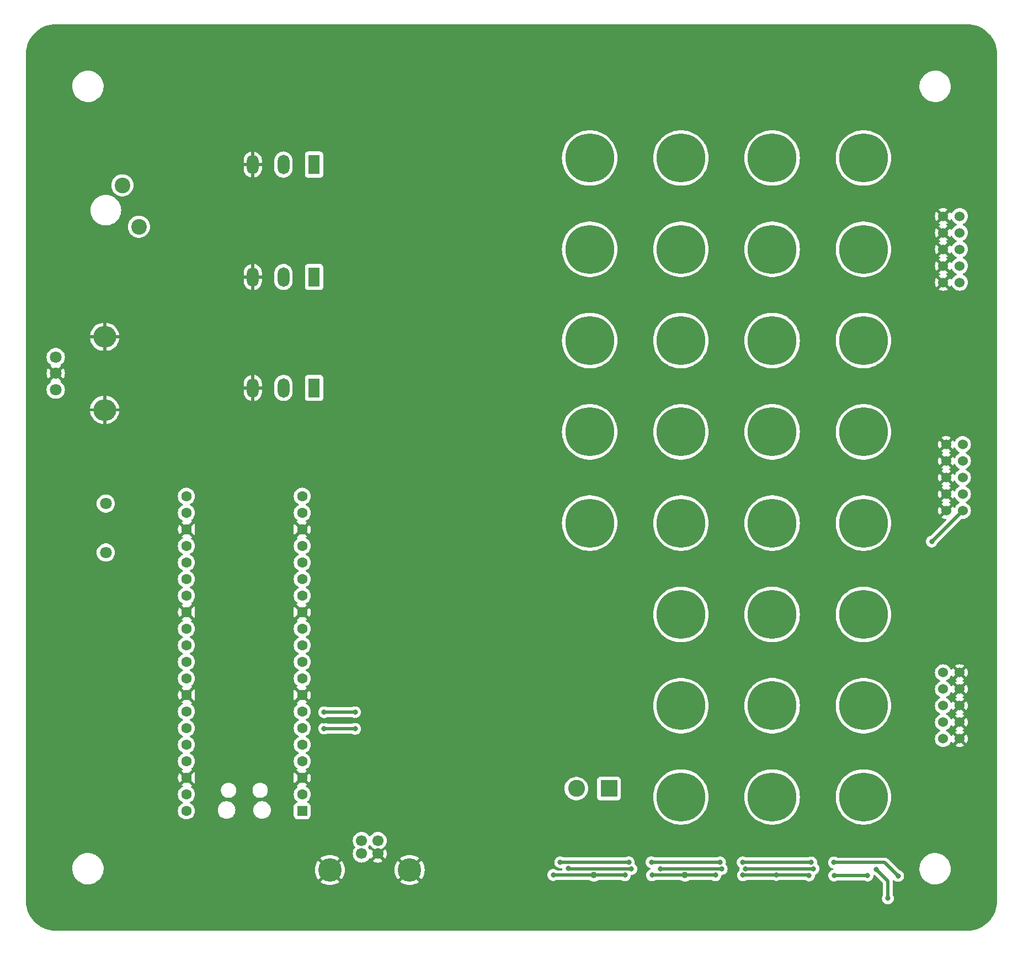
<source format=gbl>
G04 #@! TF.GenerationSoftware,KiCad,Pcbnew,7.0.7*
G04 #@! TF.CreationDate,2023-10-09T21:12:52+02:00*
G04 #@! TF.ProjectId,Kaboom_box_bottom,4b61626f-6f6d-45f6-926f-785f626f7474,rev?*
G04 #@! TF.SameCoordinates,Original*
G04 #@! TF.FileFunction,Copper,L2,Bot*
G04 #@! TF.FilePolarity,Positive*
%FSLAX46Y46*%
G04 Gerber Fmt 4.6, Leading zero omitted, Abs format (unit mm)*
G04 Created by KiCad (PCBNEW 7.0.7) date 2023-10-09 21:12:52*
%MOMM*%
%LPD*%
G01*
G04 APERTURE LIST*
G04 Aperture macros list*
%AMRoundRect*
0 Rectangle with rounded corners*
0 $1 Rounding radius*
0 $2 $3 $4 $5 $6 $7 $8 $9 X,Y pos of 4 corners*
0 Add a 4 corners polygon primitive as box body*
4,1,4,$2,$3,$4,$5,$6,$7,$8,$9,$2,$3,0*
0 Add four circle primitives for the rounded corners*
1,1,$1+$1,$2,$3*
1,1,$1+$1,$4,$5*
1,1,$1+$1,$6,$7*
1,1,$1+$1,$8,$9*
0 Add four rect primitives between the rounded corners*
20,1,$1+$1,$2,$3,$4,$5,0*
20,1,$1+$1,$4,$5,$6,$7,0*
20,1,$1+$1,$6,$7,$8,$9,0*
20,1,$1+$1,$8,$9,$2,$3,0*%
%AMFreePoly0*
4,1,28,0.605014,0.794986,0.644504,0.794986,0.724698,0.756366,0.780194,0.686777,0.800000,0.600000,0.800000,-0.600000,0.780194,-0.686777,0.724698,-0.756366,0.644504,-0.794986,0.605014,-0.794986,0.600000,-0.800000,0.000000,-0.800000,-0.178017,-0.779942,-0.347107,-0.720775,-0.498792,-0.625465,-0.625465,-0.498792,-0.720775,-0.347107,-0.779942,-0.178017,-0.800000,0.000000,-0.779942,0.178017,
-0.720775,0.347107,-0.625465,0.498792,-0.498792,0.625465,-0.347107,0.720775,-0.178017,0.779942,0.000000,0.800000,0.600000,0.800000,0.605014,0.794986,0.605014,0.794986,$1*%
%AMFreePoly1*
4,1,28,0.178017,0.779942,0.347107,0.720775,0.498792,0.625465,0.625465,0.498792,0.720775,0.347107,0.779942,0.178017,0.800000,0.000000,0.779942,-0.178017,0.720775,-0.347107,0.625465,-0.498792,0.498792,-0.625465,0.347107,-0.720775,0.178017,-0.779942,0.000000,-0.800000,-0.600000,-0.800000,-0.605014,-0.794986,-0.644504,-0.794986,-0.724698,-0.756366,-0.780194,-0.686777,-0.800000,-0.600000,
-0.800000,0.600000,-0.780194,0.686777,-0.724698,0.756366,-0.644504,0.794986,-0.605014,0.794986,-0.600000,0.800000,0.000000,0.800000,0.178017,0.779942,0.178017,0.779942,$1*%
G04 Aperture macros list end*
G04 #@! TA.AperFunction,ComponentPad*
%ADD10C,7.500000*%
G04 #@! TD*
G04 #@! TA.AperFunction,ComponentPad*
%ADD11C,1.524003*%
G04 #@! TD*
G04 #@! TA.AperFunction,ComponentPad*
%ADD12C,1.700000*%
G04 #@! TD*
G04 #@! TA.AperFunction,ComponentPad*
%ADD13C,3.600000*%
G04 #@! TD*
G04 #@! TA.AperFunction,ComponentPad*
%ADD14C,1.800000*%
G04 #@! TD*
G04 #@! TA.AperFunction,ComponentPad*
%ADD15RoundRect,0.200000X0.600000X0.600000X-0.600000X0.600000X-0.600000X-0.600000X0.600000X-0.600000X0*%
G04 #@! TD*
G04 #@! TA.AperFunction,ComponentPad*
%ADD16C,1.600000*%
G04 #@! TD*
G04 #@! TA.AperFunction,ComponentPad*
%ADD17FreePoly0,180.000000*%
G04 #@! TD*
G04 #@! TA.AperFunction,ComponentPad*
%ADD18FreePoly1,180.000000*%
G04 #@! TD*
G04 #@! TA.AperFunction,ComponentPad*
%ADD19C,2.400000*%
G04 #@! TD*
G04 #@! TA.AperFunction,ComponentPad*
%ADD20R,1.800000X3.000000*%
G04 #@! TD*
G04 #@! TA.AperFunction,ComponentPad*
%ADD21O,1.800000X3.000000*%
G04 #@! TD*
G04 #@! TA.AperFunction,ComponentPad*
%ADD22O,3.500000X3.300000*%
G04 #@! TD*
G04 #@! TA.AperFunction,ComponentPad*
%ADD23R,2.600000X2.600000*%
G04 #@! TD*
G04 #@! TA.AperFunction,ComponentPad*
%ADD24C,2.600000*%
G04 #@! TD*
G04 #@! TA.AperFunction,ViaPad*
%ADD25C,0.800000*%
G04 #@! TD*
G04 #@! TA.AperFunction,ViaPad*
%ADD26C,1.000000*%
G04 #@! TD*
G04 #@! TA.AperFunction,Conductor*
%ADD27C,0.500000*%
G04 #@! TD*
G04 APERTURE END LIST*
D10*
G04 #@! TO.P,J104,1,Pin_1*
G04 #@! TO.N,Board_0-Net-(J104-Pin_1)*
X204000000Y-65000000D03*
G04 #@! TD*
G04 #@! TO.P,J128,1,Pin_1*
G04 #@! TO.N,Board_0-Net-(J128-Pin_1)*
X176000000Y-135000000D03*
G04 #@! TD*
G04 #@! TO.P,J103,1,Pin_1*
G04 #@! TO.N,Board_0-Net-(J103-Pin_1)*
X190000000Y-65000000D03*
G04 #@! TD*
G04 #@! TO.P,J106,1,Pin_1*
G04 #@! TO.N,Board_0-Net-(J106-Pin_1)*
X190000000Y-51000000D03*
G04 #@! TD*
G04 #@! TO.P,J119,1,Pin_1*
G04 #@! TO.N,Board_0-Net-(J119-Pin_1)*
X176000000Y-79000000D03*
G04 #@! TD*
G04 #@! TO.P,J122,1,Pin_1*
G04 #@! TO.N,Board_0-Net-(J122-Pin_1)*
X162000000Y-51000000D03*
G04 #@! TD*
G04 #@! TO.P,J109,1,Pin_1*
G04 #@! TO.N,Board_0-Net-(J109-Pin_1)*
X204000000Y-93000000D03*
G04 #@! TD*
D11*
G04 #@! TO.P,P104,1,1*
G04 #@! TO.N,Board_0-/Bottom/+3.3V*
X219220003Y-105080010D03*
G04 #@! TO.P,P104,2,2*
G04 #@! TO.N,Board_0-GND*
X216679997Y-105080010D03*
G04 #@! TO.P,P104,3,3*
G04 #@! TO.N,Board_0-/I2C1_SDA_BOT*
X219220003Y-102540005D03*
G04 #@! TO.P,P104,4,4*
G04 #@! TO.N,Board_0-GND*
X216679997Y-102540005D03*
G04 #@! TO.P,P104,5,5*
G04 #@! TO.N,Board_0-/I2C_SCL_BOT*
X219220003Y-100000000D03*
G04 #@! TO.P,P104,6,6*
G04 #@! TO.N,Board_0-GND*
X216679997Y-100000000D03*
G04 #@! TO.P,P104,7,7*
G04 #@! TO.N,Board_0-unconnected-(P104-Pad7)*
X219220003Y-97459995D03*
G04 #@! TO.P,P104,8,8*
G04 #@! TO.N,Board_0-GND*
X216679997Y-97459995D03*
G04 #@! TO.P,P104,9,9*
G04 #@! TO.N,Board_0-unconnected-(P104-Pad9)*
X219220003Y-94919990D03*
G04 #@! TO.P,P104,10,10*
G04 #@! TO.N,Board_0-GND*
X216679997Y-94919990D03*
G04 #@! TD*
D10*
G04 #@! TO.P,J107,1,Pin_1*
G04 #@! TO.N,Board_0-Net-(J107-Pin_1)*
X204000000Y-79000000D03*
G04 #@! TD*
G04 #@! TO.P,J129,1,Pin_1*
G04 #@! TO.N,Board_0-Net-(J129-Pin_1)*
X176000000Y-149000000D03*
G04 #@! TD*
D12*
G04 #@! TO.P,c108,1,VCC*
G04 #@! TO.N,Board_0-/Bottom/VDD*
X129499936Y-155701143D03*
G04 #@! TO.P,c108,2,D-*
G04 #@! TO.N,Board_0-Net-(c108-D-)*
X127000064Y-155701143D03*
G04 #@! TO.P,c108,3,D+*
G04 #@! TO.N,Board_0-Net-(c108-D+)*
X127000064Y-157701143D03*
G04 #@! TO.P,c108,4,GND*
G04 #@! TO.N,Board_0-GND*
X129499936Y-157701143D03*
D13*
G04 #@! TO.P,c108,5,EH*
X122133668Y-160201016D03*
X134366332Y-160201016D03*
G04 #@! TD*
D10*
G04 #@! TO.P,J126,1,Pin_1*
G04 #@! TO.N,Board_0-Net-(J126-Pin_1)*
X162000000Y-107000000D03*
G04 #@! TD*
G04 #@! TO.P,J116,1,Pin_1*
G04 #@! TO.N,Board_0-Net-(J116-Pin_1)*
X190000000Y-149000000D03*
G04 #@! TD*
G04 #@! TO.P,J101,1,Pin_1*
G04 #@! TO.N,Board_0-Net-(J101-Pin_1)*
X204000000Y-51000000D03*
G04 #@! TD*
G04 #@! TO.P,J111,1,Pin_1*
G04 #@! TO.N,Board_0-Net-(J111-Pin_1)*
X204000000Y-107000000D03*
G04 #@! TD*
D14*
G04 #@! TO.P,BUZ101,1,1*
G04 #@! TO.N,Board_0-/Bottom/VDD*
X87749999Y-104000064D03*
G04 #@! TO.P,BUZ101,2,2*
G04 #@! TO.N,Board_0-Net-(D101-A)*
X87749999Y-111499936D03*
G04 #@! TD*
D10*
G04 #@! TO.P,J102,1,Pin_1*
G04 #@! TO.N,Board_0-Net-(J102-Pin_1)*
X204000000Y-149000000D03*
G04 #@! TD*
G04 #@! TO.P,J124,1,Pin_1*
G04 #@! TO.N,Board_0-Net-(J124-Pin_1)*
X162000000Y-93000000D03*
G04 #@! TD*
G04 #@! TO.P,J117,1,Pin_1*
G04 #@! TO.N,Board_0-Net-(J117-Pin_1)*
X176000000Y-65000000D03*
G04 #@! TD*
D15*
G04 #@! TO.P,U103,1,GPIO0*
G04 #@! TO.N,Board_0-/Bottom/SPI0_RX*
X117890000Y-151130000D03*
D16*
G04 #@! TO.P,U103,2,GPIO1*
G04 #@! TO.N,Board_0-/Bottom/SPI0_CSn*
X117890000Y-148590000D03*
D17*
G04 #@! TO.P,U103,3,GND*
G04 #@! TO.N,Board_0-GND*
X117890000Y-146050000D03*
D16*
G04 #@! TO.P,U103,4,GPIO2*
G04 #@! TO.N,Board_0-/Bottom/SPI0_SCK*
X117890000Y-143510000D03*
G04 #@! TO.P,U103,5,GPIO3*
G04 #@! TO.N,Board_0-/Bottom/SPI0_TX*
X117890000Y-140970000D03*
G04 #@! TO.P,U103,6,GPIO4*
G04 #@! TO.N,Board_0-/I2C1_SDA_BOT*
X117890000Y-138430000D03*
G04 #@! TO.P,U103,7,GPIO5*
G04 #@! TO.N,Board_0-/I2C_SCL_BOT*
X117890000Y-135890000D03*
D17*
G04 #@! TO.P,U103,8,GND*
G04 #@! TO.N,Board_0-GND*
X117890000Y-133350000D03*
D16*
G04 #@! TO.P,U103,9,GPIO6*
G04 #@! TO.N,Board_0-unconnected-(U103-GPIO6-Pad9)*
X117890000Y-130810000D03*
G04 #@! TO.P,U103,10,GPIO7*
G04 #@! TO.N,Board_0-/Bottom/SPI0_RST*
X117890000Y-128270000D03*
G04 #@! TO.P,U103,11,GPIO8*
G04 #@! TO.N,Board_0-/SPI0_RX_BOT*
X117890000Y-125730000D03*
G04 #@! TO.P,U103,12,GPIO9*
G04 #@! TO.N,Board_0-/SPI0_CSn_BOT*
X117890000Y-123190000D03*
D17*
G04 #@! TO.P,U103,13,GND*
G04 #@! TO.N,Board_0-GND*
X117890000Y-120650000D03*
D16*
G04 #@! TO.P,U103,14,GPIO10*
G04 #@! TO.N,Board_0-/SPI0_SCK_BOT*
X117890000Y-118110000D03*
G04 #@! TO.P,U103,15,GPIO11*
G04 #@! TO.N,Board_0-/SPI0_TX_BOT*
X117890000Y-115570000D03*
G04 #@! TO.P,U103,16,GPIO12*
G04 #@! TO.N,Board_0-/Bottom/+3.3V*
X117890000Y-113030000D03*
G04 #@! TO.P,U103,17,GPIO13*
G04 #@! TO.N,Board_0-/Bottom/RUMBLE*
X117890000Y-110490000D03*
D17*
G04 #@! TO.P,U103,18,GND*
G04 #@! TO.N,Board_0-GND*
X117890000Y-107950000D03*
D16*
G04 #@! TO.P,U103,19,GPIO14*
G04 #@! TO.N,Board_0-unconnected-(U103-GPIO14-Pad19)*
X117890000Y-105410000D03*
G04 #@! TO.P,U103,20,GPIO15*
G04 #@! TO.N,Board_0-/Bottom/LED_DATA_IN*
X117890000Y-102870000D03*
G04 #@! TO.P,U103,21,GPIO16*
G04 #@! TO.N,Board_0-/Bottom/DT*
X100110000Y-102870000D03*
G04 #@! TO.P,U103,22,GPIO17*
G04 #@! TO.N,Board_0-/Bottom/CLK*
X100110000Y-105410000D03*
D18*
G04 #@! TO.P,U103,23,GND*
G04 #@! TO.N,Board_0-GND*
X100110000Y-107950000D03*
D16*
G04 #@! TO.P,U103,24,GPIO18*
G04 #@! TO.N,Board_0-/Bottom/START*
X100110000Y-110490000D03*
G04 #@! TO.P,U103,25,GPIO19*
G04 #@! TO.N,Board_0-/Bottom/LVL1*
X100110000Y-113030000D03*
G04 #@! TO.P,U103,26,GPIO20*
G04 #@! TO.N,Board_0-/Bottom/LVL2*
X100110000Y-115570000D03*
G04 #@! TO.P,U103,27,GPIO21*
G04 #@! TO.N,Board_0-/Bottom/LVL3*
X100110000Y-118110000D03*
D18*
G04 #@! TO.P,U103,28,GND*
G04 #@! TO.N,Board_0-GND*
X100110000Y-120650000D03*
D16*
G04 #@! TO.P,U103,29,GPIO22*
G04 #@! TO.N,Board_0-/Bottom/BUZZER*
X100110000Y-123190000D03*
G04 #@! TO.P,U103,30,RUN*
G04 #@! TO.N,Board_0-Net-(U103-RUN)*
X100110000Y-125730000D03*
G04 #@! TO.P,U103,31,GPIO26_ADC0*
G04 #@! TO.N,Board_0-unconnected-(U103-GPIO26_ADC0-Pad31)*
X100110000Y-128270000D03*
G04 #@! TO.P,U103,32,GPIO27_ADC1*
G04 #@! TO.N,Board_0-unconnected-(U103-GPIO27_ADC1-Pad32)*
X100110000Y-130810000D03*
D18*
G04 #@! TO.P,U103,33,AGND*
G04 #@! TO.N,Board_0-GND*
X100110000Y-133350000D03*
D16*
G04 #@! TO.P,U103,34,GPIO28_ADC2*
G04 #@! TO.N,Board_0-unconnected-(U103-GPIO28_ADC2-Pad34)*
X100110000Y-135890000D03*
G04 #@! TO.P,U103,35,ADC_VREF*
G04 #@! TO.N,Board_0-unconnected-(U103-ADC_VREF-Pad35)*
X100110000Y-138430000D03*
G04 #@! TO.P,U103,36,3V3*
G04 #@! TO.N,Board_0-/Bottom/+3.3V*
X100110000Y-140970000D03*
G04 #@! TO.P,U103,37,3V3_EN*
G04 #@! TO.N,Board_0-Net-(U103-3V3_EN)*
X100110000Y-143510000D03*
D18*
G04 #@! TO.P,U103,38,GND*
G04 #@! TO.N,Board_0-GND*
X100110000Y-146050000D03*
D16*
G04 #@! TO.P,U103,39,VSYS*
G04 #@! TO.N,Board_0-Net-(U101-K)*
X100110000Y-148590000D03*
G04 #@! TO.P,U103,40,VBUS*
G04 #@! TO.N,Board_0-unconnected-(U103-VBUS-Pad40)*
X100110000Y-151130000D03*
G04 #@! TD*
D10*
G04 #@! TO.P,J112,1,Pin_1*
G04 #@! TO.N,Board_0-Net-(J112-Pin_1)*
X190000000Y-121000000D03*
G04 #@! TD*
D11*
G04 #@! TO.P,P106,1,1*
G04 #@! TO.N,Board_0-GND*
X218770003Y-140080010D03*
G04 #@! TO.P,P106,2,2*
G04 #@! TO.N,Board_0-/SPI0_TX_BOT*
X216229997Y-140080010D03*
G04 #@! TO.P,P106,3,3*
G04 #@! TO.N,Board_0-GND*
X218770003Y-137540005D03*
G04 #@! TO.P,P106,4,4*
G04 #@! TO.N,Board_0-/SPI0_SCK_BOT*
X216229997Y-137540005D03*
G04 #@! TO.P,P106,5,5*
G04 #@! TO.N,Board_0-GND*
X218770003Y-135000000D03*
G04 #@! TO.P,P106,6,6*
G04 #@! TO.N,Board_0-/SPI0_CSn_BOT*
X216229997Y-135000000D03*
G04 #@! TO.P,P106,7,7*
G04 #@! TO.N,Board_0-GND*
X218770003Y-132459995D03*
G04 #@! TO.P,P106,8,8*
G04 #@! TO.N,Board_0-/SPI0_RX_BOT*
X216229997Y-132459995D03*
G04 #@! TO.P,P106,9,9*
G04 #@! TO.N,Board_0-GND*
X218770003Y-129919990D03*
G04 #@! TO.P,P106,10,10*
G04 #@! TO.N,Board_0-/Bottom/+3.3V*
X216229997Y-129919990D03*
G04 #@! TD*
D10*
G04 #@! TO.P,J123,1,Pin_1*
G04 #@! TO.N,Board_0-Net-(J123-Pin_1)*
X176000000Y-93000000D03*
G04 #@! TD*
G04 #@! TO.P,J114,1,Pin_1*
G04 #@! TO.N,Board_0-Net-(J114-Pin_1)*
X190000000Y-135000000D03*
G04 #@! TD*
G04 #@! TO.P,J105,1,Pin_1*
G04 #@! TO.N,Board_0-Net-(J105-Pin_1)*
X190000000Y-79000000D03*
G04 #@! TD*
D11*
G04 #@! TO.P,P102,1,1*
G04 #@! TO.N,Board_0-/Bottom/VDD*
X218770003Y-70080010D03*
G04 #@! TO.P,P102,2,2*
G04 #@! TO.N,Board_0-GND*
X216229997Y-70080010D03*
G04 #@! TO.P,P102,3,3*
G04 #@! TO.N,Board_0-/Bottom/VDD*
X218770003Y-67540005D03*
G04 #@! TO.P,P102,4,4*
G04 #@! TO.N,Board_0-GND*
X216229997Y-67540005D03*
G04 #@! TO.P,P102,5,5*
G04 #@! TO.N,Board_0-/Bottom/VDD*
X218770003Y-65000000D03*
G04 #@! TO.P,P102,6,6*
G04 #@! TO.N,Board_0-GND*
X216229997Y-65000000D03*
G04 #@! TO.P,P102,7,7*
G04 #@! TO.N,Board_0-/Bottom/VDD*
X218770003Y-62459995D03*
G04 #@! TO.P,P102,8,8*
G04 #@! TO.N,Board_0-GND*
X216229997Y-62459995D03*
G04 #@! TO.P,P102,9,9*
G04 #@! TO.N,Board_0-/Bottom/LED_DATA_OUT*
X218770003Y-59919990D03*
G04 #@! TO.P,P102,10,10*
G04 #@! TO.N,Board_0-GND*
X216229997Y-59919990D03*
G04 #@! TD*
D10*
G04 #@! TO.P,J118,1,Pin_1*
G04 #@! TO.N,Board_0-Net-(J118-Pin_1)*
X162000000Y-65000000D03*
G04 #@! TD*
G04 #@! TO.P,J120,1,Pin_1*
G04 #@! TO.N,Board_0-Net-(J120-Pin_1)*
X176000000Y-51000000D03*
G04 #@! TD*
G04 #@! TO.P,J115,1,Pin_1*
G04 #@! TO.N,Board_0-Net-(J115-Pin_1)*
X204000000Y-135000000D03*
G04 #@! TD*
D19*
G04 #@! TO.P,KEY101,1,1*
G04 #@! TO.N,Board_0-/Bottom/START*
X90290004Y-55189993D03*
G04 #@! TO.P,KEY101,2,2*
G04 #@! TO.N,Board_0-/Bottom/+3.3V*
X92830010Y-61540005D03*
G04 #@! TD*
D20*
G04 #@! TO.P,U141,1,1*
G04 #@! TO.N,Board_0-/Bottom/+3.3V*
X119700025Y-69250000D03*
D21*
G04 #@! TO.P,U141,2,2*
G04 #@! TO.N,Board_0-Net-(LED102-A)*
X115000000Y-69250000D03*
G04 #@! TO.P,U141,3,3*
G04 #@! TO.N,Board_0-GND*
X110299975Y-69250000D03*
G04 #@! TD*
D10*
G04 #@! TO.P,J108,1,Pin_1*
G04 #@! TO.N,Board_0-Net-(J108-Pin_1)*
X190000000Y-93000000D03*
G04 #@! TD*
G04 #@! TO.P,J110,1,Pin_1*
G04 #@! TO.N,Board_0-Net-(J110-Pin_1)*
X190000000Y-107000000D03*
G04 #@! TD*
D20*
G04 #@! TO.P,U142,1,1*
G04 #@! TO.N,Board_0-/Bottom/+3.3V*
X119700025Y-86253366D03*
D21*
G04 #@! TO.P,U142,2,2*
G04 #@! TO.N,Board_0-Net-(LED103-A)*
X115000000Y-86253366D03*
G04 #@! TO.P,U142,3,3*
G04 #@! TO.N,Board_0-GND*
X110299975Y-86253366D03*
G04 #@! TD*
D20*
G04 #@! TO.P,U140,1,1*
G04 #@! TO.N,Board_0-/Bottom/+3.3V*
X119700025Y-52000000D03*
D21*
G04 #@! TO.P,U140,2,2*
G04 #@! TO.N,Board_0-Net-(LED101-A)*
X115000000Y-52000000D03*
G04 #@! TO.P,U140,3,3*
G04 #@! TO.N,Board_0-GND*
X110299975Y-52000000D03*
G04 #@! TD*
D14*
G04 #@! TO.P,U102,A,A*
G04 #@! TO.N,Board_0-/Bottom/DT*
X80066382Y-81530105D03*
G04 #@! TO.P,U102,B,B*
G04 #@! TO.N,Board_0-/Bottom/CLK*
X80066382Y-86530105D03*
G04 #@! TO.P,U102,C,C*
G04 #@! TO.N,Board_0-GND*
X80066382Y-84029978D03*
D22*
G04 #@! TO.P,U102,D,D*
X87566510Y-89629927D03*
G04 #@! TO.P,U102,E,E*
X87566510Y-78430029D03*
G04 #@! TD*
D10*
G04 #@! TO.P,J125,1,Pin_1*
G04 #@! TO.N,Board_0-Net-(J125-Pin_1)*
X176000000Y-107000000D03*
G04 #@! TD*
G04 #@! TO.P,J113,1,Pin_1*
G04 #@! TO.N,Board_0-Net-(J113-Pin_1)*
X204000000Y-121000000D03*
G04 #@! TD*
G04 #@! TO.P,J121,1,Pin_1*
G04 #@! TO.N,Board_0-Net-(J121-Pin_1)*
X162000000Y-79000000D03*
G04 #@! TD*
G04 #@! TO.P,J127,1,Pin_1*
G04 #@! TO.N,Board_0-Net-(J127-Pin_1)*
X176000000Y-121000000D03*
G04 #@! TD*
D23*
G04 #@! TO.P,J162,1,Pin_1*
G04 #@! TO.N,Board_0-Net-(D102-A)*
X164950000Y-147705000D03*
D24*
G04 #@! TO.P,J162,2,Pin_2*
G04 #@! TO.N,Board_0-/Bottom/VDD*
X159950000Y-147705000D03*
G04 #@! TD*
D25*
G04 #@! TO.N,Board_0-/Bottom/+3.3V*
X182000000Y-159020000D03*
X214475007Y-109825007D03*
X209330000Y-161110000D03*
X196000000Y-159050000D03*
X157470000Y-159020000D03*
X168000000Y-159020000D03*
X185470000Y-159020000D03*
X199470000Y-159050000D03*
X171470000Y-159020000D03*
G04 #@! TO.N,Board_0-/Bottom/SPI0_CSn*
X190630000Y-160949500D03*
X204635001Y-161050000D03*
X156400000Y-160950000D03*
X167400000Y-160999500D03*
X199500000Y-161050000D03*
X171550000Y-160999500D03*
D26*
X176600000Y-160999500D03*
D25*
X195650000Y-161050000D03*
X181300000Y-161000000D03*
X185500000Y-161000000D03*
D26*
X162620000Y-161000000D03*
D25*
G04 #@! TO.N,Board_0-/Bottom/SPI0_RST*
X196350000Y-160000000D03*
X158700000Y-159950000D03*
X206000000Y-160100000D03*
X172820000Y-160050000D03*
X168400000Y-160050000D03*
X207750000Y-164550000D03*
X182250000Y-160050000D03*
X185900000Y-160050000D03*
G04 #@! TO.N,Board_0-/I2C1_SDA_BOT*
X125999500Y-138550000D03*
X121250000Y-138500000D03*
G04 #@! TO.N,Board_0-/I2C_SCL_BOT*
X121250000Y-136000000D03*
X125999500Y-136000000D03*
G04 #@! TO.N,Board_0-GND*
X162391145Y-98350000D03*
X144900000Y-83950000D03*
X222391145Y-38350000D03*
X184350000Y-156150000D03*
X192391145Y-38350000D03*
X137900000Y-68800000D03*
X139200000Y-150200000D03*
X83300000Y-121650000D03*
X130900000Y-83950000D03*
X144900000Y-96900000D03*
X82391145Y-98350000D03*
X82391145Y-128350000D03*
X192391145Y-88350000D03*
X83300000Y-119100000D03*
X92391145Y-108350000D03*
X170150000Y-156200000D03*
X130850000Y-112050000D03*
X96700000Y-107950000D03*
X137850000Y-138750000D03*
X102391145Y-168350000D03*
X141250000Y-74500000D03*
X222391145Y-148350000D03*
X144900000Y-82700000D03*
X86100000Y-146300000D03*
X130850000Y-55950000D03*
X82391145Y-68350000D03*
X122350000Y-120650000D03*
X130850000Y-54700000D03*
X172391145Y-38350000D03*
X96700000Y-120650000D03*
X88200000Y-118600000D03*
X137900000Y-98150000D03*
X144850000Y-110800000D03*
X95650000Y-120650000D03*
X84400000Y-137650000D03*
X151850000Y-55950000D03*
X151850000Y-140000000D03*
X222391145Y-128350000D03*
X102391145Y-78350000D03*
X121350000Y-108800000D03*
X151900000Y-98150000D03*
X151850000Y-110800000D03*
X137900000Y-96900000D03*
X162391145Y-138350000D03*
X202391145Y-58350000D03*
X202391145Y-98350000D03*
X132391145Y-38350000D03*
X112391145Y-168350000D03*
X92391145Y-168350000D03*
X162391145Y-58350000D03*
X102391145Y-128350000D03*
X192391145Y-98350000D03*
X93450000Y-68300000D03*
X130700000Y-161200000D03*
X120675000Y-108125000D03*
X92391145Y-38350000D03*
X121300000Y-146050000D03*
X144850000Y-54700000D03*
X126000000Y-137250000D03*
X92391145Y-88350000D03*
X122391145Y-118350000D03*
X144900000Y-70050000D03*
X138200000Y-160200000D03*
X127250000Y-74500000D03*
X137850000Y-152500000D03*
X202391145Y-88350000D03*
X144850000Y-138750000D03*
X172391145Y-88350000D03*
X96700000Y-133350000D03*
X96700000Y-146050000D03*
X130900000Y-82700000D03*
X137850000Y-55950000D03*
X137850000Y-112050000D03*
X192391145Y-128350000D03*
X185500000Y-155350000D03*
X137900000Y-82700000D03*
X92391145Y-158350000D03*
X171550000Y-155300000D03*
X93000000Y-118300000D03*
X151900000Y-96900000D03*
X151900000Y-70050000D03*
X88150000Y-122100000D03*
X163700000Y-72800000D03*
X222391145Y-138350000D03*
X182391145Y-38350000D03*
X102391145Y-58350000D03*
X84550000Y-144250000D03*
X112391145Y-38350000D03*
X137900000Y-125750000D03*
X141250000Y-130250000D03*
X134000000Y-130000000D03*
X112391145Y-78350000D03*
X112391145Y-98350000D03*
X95650000Y-107950000D03*
X137900000Y-124500000D03*
X182391145Y-68350000D03*
X95650000Y-146050000D03*
X92391145Y-138350000D03*
X151900000Y-125750000D03*
X130850000Y-110800000D03*
X102391145Y-158350000D03*
X102391145Y-38350000D03*
X162391145Y-88350000D03*
X151900000Y-82700000D03*
X137900000Y-70050000D03*
X148250000Y-130250000D03*
X84400000Y-122100000D03*
X157500000Y-155350000D03*
X83100000Y-120350000D03*
X82391145Y-78350000D03*
X103799975Y-70700000D03*
X222391145Y-118350000D03*
X103700533Y-87802833D03*
X202391145Y-38350000D03*
X199500000Y-155350000D03*
X130900000Y-98150000D03*
X121300000Y-120650000D03*
X137850000Y-110800000D03*
X144900000Y-125750000D03*
X122391145Y-38350000D03*
X95650000Y-133350000D03*
X112391145Y-118350000D03*
X144900000Y-68800000D03*
X144850000Y-55950000D03*
X172391145Y-58350000D03*
X82391145Y-168350000D03*
X144900000Y-124500000D03*
X130900000Y-68800000D03*
X151850000Y-138750000D03*
X103750000Y-53400000D03*
X146300000Y-150150000D03*
X130900000Y-70050000D03*
X109050000Y-145000000D03*
X121200000Y-137350000D03*
X162650000Y-153750000D03*
X86150000Y-135800000D03*
X93000000Y-117350000D03*
X122350000Y-146050000D03*
X124100000Y-152500000D03*
X112391145Y-58350000D03*
X152391145Y-38350000D03*
X162391145Y-118350000D03*
X122350000Y-133350000D03*
X151900000Y-152550000D03*
X151900000Y-68800000D03*
X172391145Y-128350000D03*
X151900000Y-124500000D03*
X162391145Y-148350000D03*
X222391145Y-48350000D03*
X102391145Y-118350000D03*
X151850000Y-112050000D03*
X217450000Y-81600000D03*
X172391145Y-98350000D03*
X148250000Y-74500000D03*
X133750000Y-74500000D03*
X192391145Y-58350000D03*
X82391145Y-58350000D03*
X122391145Y-128350000D03*
X121300000Y-133350000D03*
X112391145Y-88350000D03*
X151850000Y-54700000D03*
X164200000Y-152800000D03*
X144850000Y-152500000D03*
X144850000Y-112050000D03*
X86400000Y-118600000D03*
X137900000Y-83950000D03*
X198300000Y-156150000D03*
X182391145Y-48350000D03*
X144850000Y-140000000D03*
X92391145Y-128350000D03*
X142391145Y-38350000D03*
X202391145Y-128350000D03*
X137850000Y-140000000D03*
X156050000Y-156150000D03*
X153350000Y-150150000D03*
X84450000Y-118600000D03*
X162391145Y-38350000D03*
X151900000Y-83950000D03*
X130900000Y-96900000D03*
X86350000Y-122100000D03*
X91850000Y-69850000D03*
X162391145Y-128350000D03*
X137850000Y-54700000D03*
X222391145Y-108350000D03*
X182391145Y-78350000D03*
X144900000Y-98150000D03*
X82391145Y-138350000D03*
G04 #@! TD*
D27*
G04 #@! TO.N,Board_0-/Bottom/+3.3V*
X195970000Y-159020000D02*
X196000000Y-159050000D01*
X214475007Y-109825007D02*
X219220003Y-105080010D01*
X182000000Y-159020000D02*
X171470000Y-159020000D01*
X209330000Y-161110000D02*
X207270000Y-159050000D01*
X185470000Y-159020000D02*
X195970000Y-159020000D01*
X207270000Y-159050000D02*
X199470000Y-159050000D01*
X157470000Y-159020000D02*
X168000000Y-159020000D01*
G04 #@! TO.N,Board_0-/Bottom/SPI0_CSn*
X167400000Y-160999500D02*
X162620500Y-160999500D01*
X190579500Y-161000000D02*
X185500000Y-161000000D01*
X176600500Y-161000000D02*
X176600000Y-160999500D01*
X162620000Y-161000000D02*
X156450000Y-161000000D01*
X190630000Y-160949500D02*
X190579500Y-161000000D01*
X156450000Y-161000000D02*
X156400000Y-160950000D01*
X204635001Y-161050000D02*
X199500000Y-161050000D01*
X190630500Y-160950000D02*
X190630000Y-160949500D01*
X195550000Y-160950000D02*
X190630500Y-160950000D01*
X195650000Y-161050000D02*
X195550000Y-160950000D01*
X162620500Y-160999500D02*
X162620000Y-161000000D01*
X176600000Y-160999500D02*
X171550000Y-160999500D01*
X181300000Y-161000000D02*
X176600500Y-161000000D01*
G04 #@! TO.N,Board_0-/Bottom/SPI0_RST*
X158800000Y-160050000D02*
X158700000Y-159950000D01*
X196300000Y-160050000D02*
X196350000Y-160000000D01*
X207750000Y-161850000D02*
X207750000Y-164550000D01*
X206000000Y-160100000D02*
X207750000Y-161850000D01*
X182250000Y-160050000D02*
X172820000Y-160050000D01*
X196350000Y-160000000D02*
X186800000Y-160000000D01*
X185900000Y-160050000D02*
X196300000Y-160050000D01*
X168400000Y-160050000D02*
X158800000Y-160050000D01*
X186800000Y-160000000D02*
X186750000Y-160050000D01*
G04 #@! TO.N,Board_0-/I2C1_SDA_BOT*
X121300000Y-138550000D02*
X125999500Y-138550000D01*
X121250000Y-138500000D02*
X121300000Y-138550000D01*
G04 #@! TO.N,Board_0-/I2C_SCL_BOT*
X125999500Y-136000000D02*
X121250000Y-136000000D01*
G04 #@! TD*
G04 #@! TA.AperFunction,Conductor*
G04 #@! TO.N,Board_0-GND*
G36*
X128334855Y-156396343D02*
G01*
X128351575Y-156415639D01*
X128461436Y-156572538D01*
X128461441Y-156572544D01*
X128628535Y-156739638D01*
X128725320Y-156807408D01*
X128822101Y-156875175D01*
X128822103Y-156875176D01*
X128822106Y-156875178D01*
X129036273Y-156975046D01*
X129036278Y-156975047D01*
X129036282Y-156975049D01*
X129085946Y-156988355D01*
X129128649Y-156999797D01*
X129184237Y-157031891D01*
X129206760Y-157054414D01*
X129240245Y-157115737D01*
X129235261Y-157185429D01*
X129197335Y-157238282D01*
X129094189Y-157322198D01*
X129094185Y-157322203D01*
X129043874Y-157393477D01*
X128989131Y-157436894D01*
X128919606Y-157443823D01*
X128857371Y-157412064D01*
X128854889Y-157409649D01*
X128385008Y-156939768D01*
X128385007Y-156939769D01*
X128351879Y-156987082D01*
X128297302Y-157030707D01*
X128227804Y-157037901D01*
X128165449Y-157006378D01*
X128148729Y-156987082D01*
X128140303Y-156975049D01*
X128076985Y-156884621D01*
X128038557Y-156829739D01*
X127997641Y-156788823D01*
X127964156Y-156727500D01*
X127969140Y-156657808D01*
X127997640Y-156613462D01*
X128038559Y-156572544D01*
X128148425Y-156415638D01*
X128203002Y-156372014D01*
X128272500Y-156364820D01*
X128334855Y-156396343D01*
G37*
G04 #@! TD.AperFunction*
G04 #@! TA.AperFunction,Conductor*
G36*
X218292067Y-137766899D02*
G01*
X218348001Y-137808770D01*
X218353042Y-137816030D01*
X218388242Y-137870803D01*
X218464069Y-137936507D01*
X218503605Y-137970764D01*
X218501296Y-137973427D01*
X218536009Y-138013504D01*
X218545938Y-138082665D01*
X218516901Y-138146215D01*
X218510885Y-138152674D01*
X218071813Y-138591745D01*
X218136594Y-138637106D01*
X218136596Y-138637107D01*
X218266378Y-138697625D01*
X218318818Y-138743797D01*
X218337970Y-138810990D01*
X218317755Y-138877871D01*
X218266379Y-138922389D01*
X218136592Y-138982909D01*
X218071813Y-139028268D01*
X218510886Y-139467340D01*
X218544371Y-139528663D01*
X218539387Y-139598354D01*
X218502361Y-139647815D01*
X218503605Y-139649251D01*
X218388241Y-139749212D01*
X218353049Y-139803972D01*
X218300245Y-139849727D01*
X218231086Y-139859670D01*
X218167531Y-139830644D01*
X218161053Y-139824613D01*
X217718261Y-139381820D01*
X217672902Y-139446599D01*
X217612657Y-139575795D01*
X217566484Y-139628234D01*
X217499290Y-139647386D01*
X217432409Y-139627170D01*
X217387893Y-139575794D01*
X217340304Y-139473739D01*
X217327532Y-139446348D01*
X217327530Y-139446345D01*
X217327529Y-139446343D01*
X217200827Y-139265394D01*
X217200822Y-139265388D01*
X217044618Y-139109184D01*
X217044612Y-139109179D01*
X216863663Y-138982477D01*
X216863659Y-138982475D01*
X216734804Y-138922389D01*
X216682365Y-138876217D01*
X216663213Y-138809023D01*
X216683429Y-138742142D01*
X216734804Y-138697625D01*
X216863659Y-138637540D01*
X217044617Y-138510832D01*
X217200824Y-138354625D01*
X217327532Y-138173667D01*
X217387895Y-138044215D01*
X217434064Y-137991781D01*
X217501258Y-137972628D01*
X217568139Y-137992843D01*
X217612657Y-138044219D01*
X217672902Y-138173415D01*
X217672904Y-138173419D01*
X217718260Y-138238193D01*
X218161053Y-137795400D01*
X218222376Y-137761915D01*
X218292067Y-137766899D01*
G37*
G04 #@! TD.AperFunction*
G04 #@! TA.AperFunction,Conductor*
G36*
X218292067Y-135226894D02*
G01*
X218348001Y-135268765D01*
X218353042Y-135276025D01*
X218353051Y-135276039D01*
X218388242Y-135330798D01*
X218503605Y-135430759D01*
X218501296Y-135433422D01*
X218536009Y-135473499D01*
X218545938Y-135542660D01*
X218516901Y-135606210D01*
X218510885Y-135612669D01*
X218071813Y-136051740D01*
X218136594Y-136097101D01*
X218136596Y-136097102D01*
X218266378Y-136157620D01*
X218318818Y-136203792D01*
X218337970Y-136270985D01*
X218317755Y-136337866D01*
X218266379Y-136382384D01*
X218136592Y-136442904D01*
X218071813Y-136488263D01*
X218510886Y-136927335D01*
X218544371Y-136988658D01*
X218539387Y-137058349D01*
X218502361Y-137107810D01*
X218503605Y-137109246D01*
X218388241Y-137209207D01*
X218353049Y-137263967D01*
X218300245Y-137309722D01*
X218231086Y-137319665D01*
X218167531Y-137290639D01*
X218161053Y-137284608D01*
X217718261Y-136841815D01*
X217672902Y-136906594D01*
X217612657Y-137035790D01*
X217566484Y-137088229D01*
X217499290Y-137107381D01*
X217432409Y-137087165D01*
X217387893Y-137035789D01*
X217380796Y-137020570D01*
X217327532Y-136906343D01*
X217327530Y-136906340D01*
X217327529Y-136906338D01*
X217200827Y-136725389D01*
X217200822Y-136725383D01*
X217044618Y-136569179D01*
X217044612Y-136569174D01*
X216863663Y-136442472D01*
X216863659Y-136442470D01*
X216734804Y-136382384D01*
X216682365Y-136336212D01*
X216663213Y-136269018D01*
X216683429Y-136202137D01*
X216734804Y-136157620D01*
X216863659Y-136097535D01*
X217044617Y-135970827D01*
X217200824Y-135814620D01*
X217327532Y-135633662D01*
X217387895Y-135504210D01*
X217434064Y-135451776D01*
X217501258Y-135432623D01*
X217568139Y-135452838D01*
X217612657Y-135504214D01*
X217672902Y-135633410D01*
X217672904Y-135633414D01*
X217718260Y-135698188D01*
X218161053Y-135255395D01*
X218222376Y-135221910D01*
X218292067Y-135226894D01*
G37*
G04 #@! TD.AperFunction*
G04 #@! TA.AperFunction,Conductor*
G36*
X218292067Y-132686889D02*
G01*
X218348001Y-132728760D01*
X218353042Y-132736020D01*
X218388242Y-132790793D01*
X218487145Y-132876492D01*
X218503605Y-132890754D01*
X218501296Y-132893417D01*
X218536009Y-132933494D01*
X218545938Y-133002655D01*
X218516901Y-133066205D01*
X218510885Y-133072664D01*
X218071813Y-133511735D01*
X218136594Y-133557096D01*
X218136596Y-133557097D01*
X218266378Y-133617615D01*
X218318818Y-133663787D01*
X218337970Y-133730980D01*
X218317755Y-133797861D01*
X218266379Y-133842379D01*
X218136592Y-133902899D01*
X218071813Y-133948258D01*
X218510886Y-134387330D01*
X218544371Y-134448653D01*
X218539387Y-134518344D01*
X218502361Y-134567805D01*
X218503605Y-134569241D01*
X218388241Y-134669202D01*
X218353049Y-134723962D01*
X218300245Y-134769717D01*
X218231086Y-134779660D01*
X218167531Y-134750634D01*
X218161053Y-134744603D01*
X217718261Y-134301810D01*
X217672902Y-134366589D01*
X217612657Y-134495785D01*
X217566484Y-134548224D01*
X217499290Y-134567376D01*
X217432409Y-134547160D01*
X217387893Y-134495784D01*
X217358633Y-134433036D01*
X217327532Y-134366338D01*
X217327530Y-134366335D01*
X217327529Y-134366333D01*
X217200827Y-134185384D01*
X217200822Y-134185378D01*
X217044618Y-134029174D01*
X217044612Y-134029169D01*
X216863663Y-133902467D01*
X216863659Y-133902465D01*
X216734804Y-133842379D01*
X216682365Y-133796207D01*
X216663213Y-133729013D01*
X216683429Y-133662132D01*
X216734804Y-133617615D01*
X216863659Y-133557530D01*
X217044617Y-133430822D01*
X217200824Y-133274615D01*
X217327532Y-133093657D01*
X217387895Y-132964205D01*
X217434064Y-132911771D01*
X217501258Y-132892618D01*
X217568139Y-132912833D01*
X217612657Y-132964209D01*
X217672902Y-133093405D01*
X217672904Y-133093409D01*
X217718260Y-133158183D01*
X218161053Y-132715390D01*
X218222376Y-132681905D01*
X218292067Y-132686889D01*
G37*
G04 #@! TD.AperFunction*
G04 #@! TA.AperFunction,Conductor*
G36*
X218292067Y-130146884D02*
G01*
X218348001Y-130188755D01*
X218353042Y-130196015D01*
X218353051Y-130196029D01*
X218388242Y-130250788D01*
X218503605Y-130350749D01*
X218501296Y-130353412D01*
X218536009Y-130393489D01*
X218545938Y-130462650D01*
X218516901Y-130526200D01*
X218510885Y-130532659D01*
X218071813Y-130971730D01*
X218136594Y-131017091D01*
X218136596Y-131017092D01*
X218266378Y-131077610D01*
X218318818Y-131123782D01*
X218337970Y-131190975D01*
X218317755Y-131257856D01*
X218266379Y-131302374D01*
X218136592Y-131362894D01*
X218071813Y-131408253D01*
X218510886Y-131847325D01*
X218544371Y-131908648D01*
X218539387Y-131978339D01*
X218502361Y-132027800D01*
X218503605Y-132029236D01*
X218388241Y-132129197D01*
X218353049Y-132183957D01*
X218300245Y-132229712D01*
X218231086Y-132239655D01*
X218167531Y-132210629D01*
X218161053Y-132204598D01*
X217718261Y-131761805D01*
X217672902Y-131826584D01*
X217612657Y-131955780D01*
X217566484Y-132008219D01*
X217499290Y-132027371D01*
X217432409Y-132007155D01*
X217387893Y-131955779D01*
X217380799Y-131940566D01*
X217327532Y-131826333D01*
X217327530Y-131826330D01*
X217327529Y-131826328D01*
X217200827Y-131645379D01*
X217200822Y-131645373D01*
X217044618Y-131489169D01*
X217044612Y-131489164D01*
X216863663Y-131362462D01*
X216863659Y-131362460D01*
X216734804Y-131302374D01*
X216682365Y-131256202D01*
X216663213Y-131189008D01*
X216683429Y-131122127D01*
X216734804Y-131077610D01*
X216863659Y-131017525D01*
X217044617Y-130890817D01*
X217200824Y-130734610D01*
X217327532Y-130553652D01*
X217387895Y-130424200D01*
X217434064Y-130371766D01*
X217501258Y-130352613D01*
X217568139Y-130372828D01*
X217612657Y-130424204D01*
X217672902Y-130553400D01*
X217672904Y-130553404D01*
X217718260Y-130618178D01*
X218161053Y-130175385D01*
X218222376Y-130141900D01*
X218292067Y-130146884D01*
G37*
G04 #@! TD.AperFunction*
G04 #@! TA.AperFunction,Conductor*
G36*
X217282467Y-102789368D02*
G01*
X217288946Y-102795401D01*
X217731737Y-103238192D01*
X217777099Y-103173411D01*
X217837342Y-103044220D01*
X217883514Y-102991780D01*
X217950707Y-102972628D01*
X218017588Y-102992843D01*
X218062106Y-103044220D01*
X218122466Y-103173663D01*
X218122470Y-103173671D01*
X218249172Y-103354620D01*
X218249177Y-103354626D01*
X218405381Y-103510830D01*
X218405387Y-103510835D01*
X218586336Y-103637537D01*
X218586338Y-103637538D01*
X218586341Y-103637540D01*
X218687426Y-103684676D01*
X218715194Y-103697625D01*
X218767634Y-103743797D01*
X218786786Y-103810990D01*
X218766570Y-103877872D01*
X218715195Y-103922389D01*
X218586340Y-103982475D01*
X218586336Y-103982477D01*
X218405387Y-104109179D01*
X218405381Y-104109184D01*
X218249177Y-104265388D01*
X218249172Y-104265394D01*
X218122470Y-104446343D01*
X218122468Y-104446347D01*
X218062106Y-104575795D01*
X218015934Y-104628234D01*
X217948740Y-104647386D01*
X217881859Y-104627170D01*
X217837342Y-104575794D01*
X217777099Y-104446603D01*
X217777098Y-104446601D01*
X217731737Y-104381821D01*
X217288946Y-104824612D01*
X217227623Y-104858097D01*
X217157931Y-104853113D01*
X217101998Y-104811241D01*
X217096950Y-104803971D01*
X217061758Y-104749212D01*
X216969087Y-104668913D01*
X216953097Y-104655058D01*
X216953096Y-104655057D01*
X216946395Y-104649251D01*
X216948695Y-104646595D01*
X216913957Y-104606438D01*
X216904071Y-104537271D01*
X216933149Y-104473739D01*
X216939113Y-104467339D01*
X217378185Y-104028267D01*
X217313411Y-103982911D01*
X217313407Y-103982909D01*
X217183621Y-103922389D01*
X217131182Y-103876217D01*
X217112030Y-103809023D01*
X217132246Y-103742142D01*
X217183622Y-103697625D01*
X217313403Y-103637107D01*
X217378184Y-103591745D01*
X216939113Y-103152674D01*
X216905628Y-103091351D01*
X216910612Y-103021659D01*
X216947638Y-102972198D01*
X216946395Y-102970764D01*
X216953097Y-102964957D01*
X217061758Y-102870803D01*
X217096951Y-102816042D01*
X217149752Y-102770288D01*
X217218911Y-102760344D01*
X217282467Y-102789368D01*
G37*
G04 #@! TD.AperFunction*
G04 #@! TA.AperFunction,Conductor*
G36*
X217282467Y-100249363D02*
G01*
X217288946Y-100255396D01*
X217731737Y-100698187D01*
X217777099Y-100633406D01*
X217837342Y-100504215D01*
X217883514Y-100451775D01*
X217950707Y-100432623D01*
X218017588Y-100452838D01*
X218062106Y-100504215D01*
X218122466Y-100633658D01*
X218122470Y-100633666D01*
X218249172Y-100814615D01*
X218249177Y-100814621D01*
X218405381Y-100970825D01*
X218405387Y-100970830D01*
X218586336Y-101097532D01*
X218586338Y-101097533D01*
X218586341Y-101097535D01*
X218687426Y-101144671D01*
X218715194Y-101157620D01*
X218767634Y-101203792D01*
X218786786Y-101270985D01*
X218766570Y-101337867D01*
X218715195Y-101382384D01*
X218586340Y-101442470D01*
X218586336Y-101442472D01*
X218405387Y-101569174D01*
X218405381Y-101569179D01*
X218249177Y-101725383D01*
X218249172Y-101725389D01*
X218122470Y-101906338D01*
X218122468Y-101906342D01*
X218062106Y-102035790D01*
X218015934Y-102088229D01*
X217948740Y-102107381D01*
X217881859Y-102087165D01*
X217837342Y-102035789D01*
X217777099Y-101906598D01*
X217777098Y-101906596D01*
X217731737Y-101841816D01*
X217288946Y-102284607D01*
X217227623Y-102318092D01*
X217157931Y-102313108D01*
X217101998Y-102271236D01*
X217096950Y-102263966D01*
X217061758Y-102209207D01*
X216946395Y-102109246D01*
X216948695Y-102106590D01*
X216913957Y-102066433D01*
X216904071Y-101997266D01*
X216933149Y-101933734D01*
X216939113Y-101927334D01*
X217378185Y-101488262D01*
X217313411Y-101442906D01*
X217313407Y-101442904D01*
X217183621Y-101382384D01*
X217131182Y-101336212D01*
X217112030Y-101269018D01*
X217132246Y-101202137D01*
X217183622Y-101157620D01*
X217313403Y-101097102D01*
X217378184Y-101051740D01*
X216939113Y-100612669D01*
X216905628Y-100551346D01*
X216910612Y-100481654D01*
X216947638Y-100432193D01*
X216946395Y-100430759D01*
X216953097Y-100424952D01*
X217061758Y-100330798D01*
X217096951Y-100276037D01*
X217149752Y-100230283D01*
X217218911Y-100220339D01*
X217282467Y-100249363D01*
G37*
G04 #@! TD.AperFunction*
G04 #@! TA.AperFunction,Conductor*
G36*
X217282467Y-97709358D02*
G01*
X217288946Y-97715391D01*
X217731737Y-98158182D01*
X217777099Y-98093401D01*
X217837342Y-97964210D01*
X217883514Y-97911770D01*
X217950707Y-97892618D01*
X218017588Y-97912833D01*
X218062106Y-97964210D01*
X218122466Y-98093653D01*
X218122470Y-98093661D01*
X218249172Y-98274610D01*
X218249177Y-98274616D01*
X218405381Y-98430820D01*
X218405387Y-98430825D01*
X218586336Y-98557527D01*
X218586338Y-98557528D01*
X218586341Y-98557530D01*
X218687426Y-98604666D01*
X218715194Y-98617615D01*
X218767634Y-98663787D01*
X218786786Y-98730980D01*
X218766570Y-98797862D01*
X218715195Y-98842379D01*
X218586340Y-98902465D01*
X218586336Y-98902467D01*
X218405387Y-99029169D01*
X218405381Y-99029174D01*
X218249177Y-99185378D01*
X218249172Y-99185384D01*
X218122470Y-99366333D01*
X218122468Y-99366337D01*
X218062106Y-99495785D01*
X218015934Y-99548224D01*
X217948740Y-99567376D01*
X217881859Y-99547160D01*
X217837342Y-99495784D01*
X217777099Y-99366593D01*
X217777098Y-99366591D01*
X217731737Y-99301811D01*
X217288946Y-99744602D01*
X217227623Y-99778087D01*
X217157931Y-99773103D01*
X217101998Y-99731231D01*
X217096950Y-99723961D01*
X217061758Y-99669202D01*
X216946395Y-99569241D01*
X216948695Y-99566585D01*
X216913957Y-99526428D01*
X216904071Y-99457261D01*
X216933149Y-99393729D01*
X216939113Y-99387329D01*
X217378185Y-98948257D01*
X217313411Y-98902901D01*
X217313407Y-98902899D01*
X217183621Y-98842379D01*
X217131182Y-98796207D01*
X217112030Y-98729013D01*
X217132246Y-98662132D01*
X217183622Y-98617615D01*
X217313403Y-98557097D01*
X217378184Y-98511735D01*
X216939113Y-98072664D01*
X216905628Y-98011341D01*
X216910612Y-97941649D01*
X216947638Y-97892188D01*
X216946395Y-97890754D01*
X216953097Y-97884947D01*
X217061758Y-97790793D01*
X217096951Y-97736032D01*
X217149752Y-97690278D01*
X217218911Y-97680334D01*
X217282467Y-97709358D01*
G37*
G04 #@! TD.AperFunction*
G04 #@! TA.AperFunction,Conductor*
G36*
X217282467Y-95169353D02*
G01*
X217288946Y-95175386D01*
X217731737Y-95618177D01*
X217777099Y-95553396D01*
X217837342Y-95424205D01*
X217883514Y-95371765D01*
X217950707Y-95352613D01*
X218017588Y-95372828D01*
X218062106Y-95424205D01*
X218122466Y-95553648D01*
X218122470Y-95553656D01*
X218249172Y-95734605D01*
X218249177Y-95734611D01*
X218405381Y-95890815D01*
X218405387Y-95890820D01*
X218586336Y-96017522D01*
X218586338Y-96017523D01*
X218586341Y-96017525D01*
X218687426Y-96064661D01*
X218715194Y-96077610D01*
X218767634Y-96123782D01*
X218786786Y-96190975D01*
X218766570Y-96257857D01*
X218715195Y-96302374D01*
X218586340Y-96362460D01*
X218586336Y-96362462D01*
X218405387Y-96489164D01*
X218405381Y-96489169D01*
X218249177Y-96645373D01*
X218249172Y-96645379D01*
X218122470Y-96826328D01*
X218122468Y-96826332D01*
X218062106Y-96955780D01*
X218015934Y-97008219D01*
X217948740Y-97027371D01*
X217881859Y-97007155D01*
X217837342Y-96955779D01*
X217777099Y-96826588D01*
X217777098Y-96826586D01*
X217731737Y-96761806D01*
X217288946Y-97204597D01*
X217227623Y-97238082D01*
X217157931Y-97233098D01*
X217101998Y-97191226D01*
X217096950Y-97183956D01*
X217061758Y-97129197D01*
X216946395Y-97029236D01*
X216948695Y-97026580D01*
X216913957Y-96986423D01*
X216904071Y-96917256D01*
X216933149Y-96853724D01*
X216939113Y-96847324D01*
X217378185Y-96408252D01*
X217313411Y-96362896D01*
X217313407Y-96362894D01*
X217183621Y-96302374D01*
X217131182Y-96256202D01*
X217112030Y-96189008D01*
X217132246Y-96122127D01*
X217183622Y-96077610D01*
X217313403Y-96017092D01*
X217378184Y-95971730D01*
X216939113Y-95532659D01*
X216905628Y-95471336D01*
X216910612Y-95401644D01*
X216947638Y-95352183D01*
X216946395Y-95350749D01*
X216953097Y-95344942D01*
X217061758Y-95250788D01*
X217096951Y-95196027D01*
X217149752Y-95150273D01*
X217218911Y-95140329D01*
X217282467Y-95169353D01*
G37*
G04 #@! TD.AperFunction*
G04 #@! TA.AperFunction,Conductor*
G36*
X216832467Y-67789368D02*
G01*
X216838946Y-67795401D01*
X217281737Y-68238192D01*
X217327099Y-68173411D01*
X217387342Y-68044220D01*
X217433514Y-67991780D01*
X217500707Y-67972628D01*
X217567588Y-67992843D01*
X217612106Y-68044220D01*
X217672466Y-68173663D01*
X217672470Y-68173671D01*
X217799172Y-68354620D01*
X217799177Y-68354626D01*
X217955381Y-68510830D01*
X217955387Y-68510835D01*
X218136336Y-68637537D01*
X218136338Y-68637538D01*
X218136341Y-68637540D01*
X218237426Y-68684676D01*
X218265194Y-68697625D01*
X218317634Y-68743797D01*
X218336786Y-68810990D01*
X218316570Y-68877872D01*
X218265195Y-68922389D01*
X218136340Y-68982475D01*
X218136336Y-68982477D01*
X217955387Y-69109179D01*
X217955381Y-69109184D01*
X217799177Y-69265388D01*
X217799172Y-69265394D01*
X217672470Y-69446343D01*
X217672468Y-69446347D01*
X217612106Y-69575795D01*
X217565934Y-69628234D01*
X217498740Y-69647386D01*
X217431859Y-69627170D01*
X217387342Y-69575794D01*
X217327099Y-69446603D01*
X217327098Y-69446601D01*
X217281737Y-69381821D01*
X216838946Y-69824612D01*
X216777623Y-69858097D01*
X216707931Y-69853113D01*
X216651998Y-69811241D01*
X216646950Y-69803971D01*
X216611758Y-69749212D01*
X216496395Y-69649251D01*
X216498695Y-69646595D01*
X216463957Y-69606438D01*
X216454071Y-69537271D01*
X216483149Y-69473739D01*
X216489113Y-69467339D01*
X216928185Y-69028267D01*
X216863411Y-68982911D01*
X216863407Y-68982909D01*
X216733621Y-68922389D01*
X216681182Y-68876217D01*
X216662030Y-68809023D01*
X216682246Y-68742142D01*
X216733622Y-68697625D01*
X216863403Y-68637107D01*
X216928184Y-68591745D01*
X216489113Y-68152674D01*
X216455628Y-68091351D01*
X216460612Y-68021659D01*
X216497638Y-67972198D01*
X216496395Y-67970764D01*
X216503097Y-67964957D01*
X216611758Y-67870803D01*
X216646951Y-67816042D01*
X216699752Y-67770288D01*
X216768911Y-67760344D01*
X216832467Y-67789368D01*
G37*
G04 #@! TD.AperFunction*
G04 #@! TA.AperFunction,Conductor*
G36*
X216832467Y-65249363D02*
G01*
X216838946Y-65255396D01*
X217281737Y-65698187D01*
X217327099Y-65633406D01*
X217387342Y-65504215D01*
X217433514Y-65451775D01*
X217500707Y-65432623D01*
X217567588Y-65452838D01*
X217612106Y-65504215D01*
X217672466Y-65633658D01*
X217672470Y-65633666D01*
X217799172Y-65814615D01*
X217799177Y-65814621D01*
X217955381Y-65970825D01*
X217955387Y-65970830D01*
X218136336Y-66097532D01*
X218136338Y-66097533D01*
X218136341Y-66097535D01*
X218237426Y-66144671D01*
X218265194Y-66157620D01*
X218317634Y-66203792D01*
X218336786Y-66270985D01*
X218316570Y-66337867D01*
X218265195Y-66382384D01*
X218136340Y-66442470D01*
X218136336Y-66442472D01*
X217955387Y-66569174D01*
X217955381Y-66569179D01*
X217799177Y-66725383D01*
X217799172Y-66725389D01*
X217672470Y-66906338D01*
X217672468Y-66906342D01*
X217612106Y-67035790D01*
X217565934Y-67088229D01*
X217498740Y-67107381D01*
X217431859Y-67087165D01*
X217387342Y-67035789D01*
X217327099Y-66906598D01*
X217327098Y-66906596D01*
X217281737Y-66841816D01*
X216838946Y-67284607D01*
X216777623Y-67318092D01*
X216707931Y-67313108D01*
X216651998Y-67271236D01*
X216646950Y-67263966D01*
X216611758Y-67209207D01*
X216496395Y-67109246D01*
X216498695Y-67106590D01*
X216463957Y-67066433D01*
X216454071Y-66997266D01*
X216483149Y-66933734D01*
X216489113Y-66927334D01*
X216928185Y-66488262D01*
X216863411Y-66442906D01*
X216863407Y-66442904D01*
X216733621Y-66382384D01*
X216681182Y-66336212D01*
X216662030Y-66269018D01*
X216682246Y-66202137D01*
X216733622Y-66157620D01*
X216863403Y-66097102D01*
X216928184Y-66051740D01*
X216489113Y-65612669D01*
X216455628Y-65551346D01*
X216460612Y-65481654D01*
X216497638Y-65432193D01*
X216496395Y-65430759D01*
X216526707Y-65404494D01*
X216611758Y-65330798D01*
X216646951Y-65276037D01*
X216699752Y-65230283D01*
X216768911Y-65220339D01*
X216832467Y-65249363D01*
G37*
G04 #@! TD.AperFunction*
G04 #@! TA.AperFunction,Conductor*
G36*
X216832467Y-62709358D02*
G01*
X216838946Y-62715391D01*
X217281737Y-63158182D01*
X217327099Y-63093401D01*
X217387342Y-62964210D01*
X217433514Y-62911770D01*
X217500707Y-62892618D01*
X217567588Y-62912833D01*
X217612106Y-62964210D01*
X217672466Y-63093653D01*
X217672470Y-63093661D01*
X217799172Y-63274610D01*
X217799177Y-63274616D01*
X217955381Y-63430820D01*
X217955387Y-63430825D01*
X218136336Y-63557527D01*
X218136338Y-63557528D01*
X218136341Y-63557530D01*
X218237426Y-63604666D01*
X218265194Y-63617615D01*
X218317634Y-63663787D01*
X218336786Y-63730980D01*
X218316570Y-63797862D01*
X218265195Y-63842379D01*
X218136340Y-63902465D01*
X218136336Y-63902467D01*
X217955387Y-64029169D01*
X217955381Y-64029174D01*
X217799177Y-64185378D01*
X217799172Y-64185384D01*
X217672470Y-64366333D01*
X217672468Y-64366337D01*
X217612106Y-64495785D01*
X217565934Y-64548224D01*
X217498740Y-64567376D01*
X217431859Y-64547160D01*
X217387342Y-64495784D01*
X217327099Y-64366593D01*
X217327098Y-64366591D01*
X217281737Y-64301811D01*
X216838946Y-64744602D01*
X216777623Y-64778087D01*
X216707931Y-64773103D01*
X216651998Y-64731231D01*
X216646950Y-64723961D01*
X216611758Y-64669202D01*
X216496395Y-64569241D01*
X216498695Y-64566585D01*
X216463957Y-64526428D01*
X216454071Y-64457261D01*
X216483149Y-64393729D01*
X216489113Y-64387329D01*
X216928185Y-63948257D01*
X216863411Y-63902901D01*
X216863407Y-63902899D01*
X216733621Y-63842379D01*
X216681182Y-63796207D01*
X216662030Y-63729013D01*
X216682246Y-63662132D01*
X216733622Y-63617615D01*
X216863403Y-63557097D01*
X216928184Y-63511735D01*
X216489113Y-63072664D01*
X216455628Y-63011341D01*
X216460612Y-62941649D01*
X216497638Y-62892188D01*
X216496395Y-62890754D01*
X216516612Y-62873236D01*
X216611758Y-62790793D01*
X216646951Y-62736032D01*
X216699752Y-62690278D01*
X216768911Y-62680334D01*
X216832467Y-62709358D01*
G37*
G04 #@! TD.AperFunction*
G04 #@! TA.AperFunction,Conductor*
G36*
X216832467Y-60169353D02*
G01*
X216838946Y-60175386D01*
X217281737Y-60618177D01*
X217327099Y-60553396D01*
X217387342Y-60424205D01*
X217433514Y-60371765D01*
X217500707Y-60352613D01*
X217567588Y-60372828D01*
X217612106Y-60424205D01*
X217672466Y-60553648D01*
X217672470Y-60553656D01*
X217799172Y-60734605D01*
X217799177Y-60734611D01*
X217955381Y-60890815D01*
X217955387Y-60890820D01*
X218136336Y-61017522D01*
X218136338Y-61017523D01*
X218136341Y-61017525D01*
X218184464Y-61039965D01*
X218265194Y-61077610D01*
X218317634Y-61123782D01*
X218336786Y-61190975D01*
X218316570Y-61257857D01*
X218265195Y-61302374D01*
X218136340Y-61362460D01*
X218136336Y-61362462D01*
X217955387Y-61489164D01*
X217955381Y-61489169D01*
X217799177Y-61645373D01*
X217799172Y-61645379D01*
X217672470Y-61826328D01*
X217672468Y-61826332D01*
X217612106Y-61955780D01*
X217565934Y-62008219D01*
X217498740Y-62027371D01*
X217431859Y-62007155D01*
X217387342Y-61955779D01*
X217327099Y-61826588D01*
X217327098Y-61826586D01*
X217281737Y-61761806D01*
X216838946Y-62204597D01*
X216777623Y-62238082D01*
X216707931Y-62233098D01*
X216651998Y-62191226D01*
X216646950Y-62183956D01*
X216611758Y-62129197D01*
X216611757Y-62129197D01*
X216503097Y-62035043D01*
X216503096Y-62035042D01*
X216496395Y-62029236D01*
X216498695Y-62026580D01*
X216463957Y-61986423D01*
X216454071Y-61917256D01*
X216483149Y-61853724D01*
X216489113Y-61847324D01*
X216928185Y-61408252D01*
X216863411Y-61362896D01*
X216863407Y-61362894D01*
X216733621Y-61302374D01*
X216681182Y-61256202D01*
X216662030Y-61189008D01*
X216682246Y-61122127D01*
X216733622Y-61077610D01*
X216863403Y-61017092D01*
X216928184Y-60971730D01*
X216489113Y-60532659D01*
X216455628Y-60471336D01*
X216460612Y-60401644D01*
X216497638Y-60352183D01*
X216496395Y-60350749D01*
X216503097Y-60344942D01*
X216611758Y-60250788D01*
X216646951Y-60196027D01*
X216699752Y-60150273D01*
X216768911Y-60140329D01*
X216832467Y-60169353D01*
G37*
G04 #@! TD.AperFunction*
G04 #@! TA.AperFunction,Conductor*
G36*
X220389474Y-30517504D02*
G01*
X220394826Y-30517973D01*
X220778659Y-30568506D01*
X220783967Y-30569442D01*
X221161920Y-30653232D01*
X221167119Y-30654625D01*
X221536341Y-30771040D01*
X221541422Y-30772889D01*
X221899088Y-30921039D01*
X221903958Y-30923310D01*
X222247350Y-31102069D01*
X222252028Y-31104771D01*
X222578526Y-31312772D01*
X222582959Y-31315876D01*
X222890077Y-31551536D01*
X222894222Y-31555015D01*
X223179630Y-31816543D01*
X223183456Y-31820369D01*
X223444984Y-32105777D01*
X223448463Y-32109922D01*
X223684123Y-32417040D01*
X223687227Y-32421473D01*
X223895228Y-32747971D01*
X223897934Y-32752657D01*
X224076680Y-33096023D01*
X224078967Y-33100927D01*
X224227110Y-33458578D01*
X224228961Y-33463663D01*
X224345368Y-33832858D01*
X224346768Y-33838085D01*
X224430556Y-34216030D01*
X224431496Y-34221359D01*
X224482024Y-34605155D01*
X224482496Y-34610546D01*
X224499500Y-35000000D01*
X224499500Y-165000000D01*
X224482496Y-165389453D01*
X224482024Y-165394844D01*
X224431496Y-165778640D01*
X224430556Y-165783969D01*
X224346768Y-166161914D01*
X224345368Y-166167141D01*
X224228961Y-166536336D01*
X224227110Y-166541421D01*
X224078967Y-166899072D01*
X224076680Y-166903976D01*
X223897934Y-167247342D01*
X223895228Y-167252028D01*
X223687227Y-167578526D01*
X223684123Y-167582959D01*
X223448463Y-167890077D01*
X223444984Y-167894222D01*
X223183456Y-168179630D01*
X223179630Y-168183456D01*
X222894222Y-168444984D01*
X222890077Y-168448463D01*
X222582959Y-168684123D01*
X222578526Y-168687227D01*
X222252028Y-168895228D01*
X222247342Y-168897934D01*
X221903976Y-169076680D01*
X221899072Y-169078967D01*
X221541421Y-169227110D01*
X221536336Y-169228961D01*
X221167141Y-169345368D01*
X221161914Y-169346768D01*
X220783969Y-169430556D01*
X220778640Y-169431496D01*
X220394844Y-169482024D01*
X220389453Y-169482496D01*
X220000000Y-169499500D01*
X80000000Y-169499500D01*
X79610546Y-169482496D01*
X79605155Y-169482024D01*
X79221359Y-169431496D01*
X79216030Y-169430556D01*
X78838085Y-169346768D01*
X78832865Y-169345370D01*
X78661193Y-169291242D01*
X78463663Y-169228961D01*
X78458578Y-169227110D01*
X78213889Y-169125757D01*
X78100921Y-169078964D01*
X78096031Y-169076684D01*
X77752657Y-168897934D01*
X77747971Y-168895228D01*
X77421473Y-168687227D01*
X77417040Y-168684123D01*
X77109922Y-168448463D01*
X77105777Y-168444984D01*
X76820369Y-168183456D01*
X76816543Y-168179630D01*
X76555015Y-167894222D01*
X76551536Y-167890077D01*
X76315876Y-167582959D01*
X76312772Y-167578526D01*
X76104771Y-167252028D01*
X76102065Y-167247342D01*
X75923310Y-166903958D01*
X75921039Y-166899088D01*
X75772889Y-166541421D01*
X75771038Y-166536336D01*
X75654625Y-166167119D01*
X75653231Y-166161914D01*
X75569443Y-165783969D01*
X75568506Y-165778659D01*
X75517973Y-165394826D01*
X75517504Y-165389474D01*
X75500500Y-165000000D01*
X75500500Y-164934108D01*
X75500500Y-159922903D01*
X82595793Y-159922903D01*
X82605672Y-160230970D01*
X82605672Y-160230975D01*
X82605673Y-160230978D01*
X82654867Y-160535261D01*
X82699137Y-160684419D01*
X82742571Y-160830763D01*
X82858048Y-161091626D01*
X82867337Y-161112609D01*
X83027123Y-161376193D01*
X83027127Y-161376198D01*
X83027133Y-161376207D01*
X83219297Y-161617174D01*
X83219299Y-161617176D01*
X83219303Y-161617180D01*
X83219304Y-161617181D01*
X83440724Y-161831614D01*
X83607862Y-161956352D01*
X83687741Y-162015968D01*
X83687743Y-162015969D01*
X83687747Y-162015972D01*
X83956318Y-162167228D01*
X84097057Y-162224207D01*
X84242018Y-162282897D01*
X84242023Y-162282898D01*
X84242025Y-162282899D01*
X84540179Y-162361084D01*
X84845883Y-162400500D01*
X84845890Y-162400500D01*
X85076980Y-162400500D01*
X85175814Y-162394154D01*
X85307601Y-162385693D01*
X85610151Y-162326772D01*
X85902683Y-162229644D01*
X85902689Y-162229640D01*
X85902693Y-162229640D01*
X86120919Y-162124548D01*
X86180393Y-162095907D01*
X86438720Y-161927754D01*
X86673424Y-161727948D01*
X86880650Y-161499769D01*
X87056996Y-161246963D01*
X87199567Y-160973683D01*
X87306020Y-160684415D01*
X87374609Y-160383908D01*
X87392252Y-160201015D01*
X119828733Y-160201015D01*
X119848452Y-160501868D01*
X119848454Y-160501880D01*
X119907270Y-160797569D01*
X119907275Y-160797589D01*
X120004182Y-161083068D01*
X120004186Y-161083078D01*
X120137536Y-161353485D01*
X120305039Y-161604171D01*
X120305042Y-161604175D01*
X120338641Y-161642486D01*
X120338642Y-161642486D01*
X121023800Y-160957328D01*
X121085123Y-160923843D01*
X121154814Y-160928827D01*
X121203117Y-160961470D01*
X121321770Y-161091626D01*
X121349556Y-161112609D01*
X121364644Y-161124003D01*
X121406280Y-161180112D01*
X121410971Y-161249824D01*
X121377598Y-161310638D01*
X120692196Y-161996040D01*
X120692196Y-161996041D01*
X120730508Y-162029641D01*
X120730512Y-162029644D01*
X120981198Y-162197147D01*
X121251605Y-162330497D01*
X121251615Y-162330501D01*
X121537094Y-162427408D01*
X121537114Y-162427413D01*
X121832803Y-162486229D01*
X121832815Y-162486231D01*
X122133667Y-162505950D01*
X122434520Y-162486231D01*
X122434532Y-162486229D01*
X122730221Y-162427413D01*
X122730241Y-162427408D01*
X123015720Y-162330501D01*
X123015730Y-162330497D01*
X123286137Y-162197147D01*
X123536825Y-162029643D01*
X123575138Y-161996041D01*
X123575138Y-161996039D01*
X122889737Y-161310638D01*
X122856252Y-161249315D01*
X122861236Y-161179623D01*
X122902690Y-161124004D01*
X122945566Y-161091626D01*
X123064217Y-160961471D01*
X123123928Y-160925190D01*
X123193775Y-160926951D01*
X123243535Y-160957329D01*
X123928691Y-161642486D01*
X123928693Y-161642486D01*
X123962295Y-161604173D01*
X124129799Y-161353485D01*
X124263149Y-161083078D01*
X124263153Y-161083068D01*
X124360060Y-160797589D01*
X124360065Y-160797569D01*
X124418881Y-160501880D01*
X124418883Y-160501868D01*
X124438602Y-160201016D01*
X132061397Y-160201016D01*
X132081116Y-160501868D01*
X132081118Y-160501880D01*
X132139934Y-160797569D01*
X132139939Y-160797589D01*
X132236846Y-161083068D01*
X132236850Y-161083078D01*
X132370200Y-161353485D01*
X132537703Y-161604171D01*
X132537706Y-161604175D01*
X132571305Y-161642486D01*
X132571306Y-161642486D01*
X133256464Y-160957328D01*
X133317787Y-160923843D01*
X133387478Y-160928827D01*
X133435781Y-160961470D01*
X133554434Y-161091626D01*
X133582220Y-161112609D01*
X133597308Y-161124003D01*
X133638944Y-161180112D01*
X133643635Y-161249824D01*
X133610262Y-161310638D01*
X132924860Y-161996040D01*
X132924860Y-161996041D01*
X132963172Y-162029641D01*
X132963176Y-162029644D01*
X133213862Y-162197147D01*
X133484269Y-162330497D01*
X133484279Y-162330501D01*
X133769758Y-162427408D01*
X133769778Y-162427413D01*
X134065467Y-162486229D01*
X134065479Y-162486231D01*
X134366332Y-162505950D01*
X134667184Y-162486231D01*
X134667196Y-162486229D01*
X134962885Y-162427413D01*
X134962905Y-162427408D01*
X135248384Y-162330501D01*
X135248394Y-162330497D01*
X135518801Y-162197147D01*
X135769489Y-162029643D01*
X135807802Y-161996041D01*
X135807802Y-161996039D01*
X135122401Y-161310638D01*
X135088916Y-161249315D01*
X135093900Y-161179623D01*
X135135354Y-161124004D01*
X135178230Y-161091626D01*
X135296881Y-160961471D01*
X135356592Y-160925190D01*
X135426439Y-160926951D01*
X135476199Y-160957329D01*
X136161355Y-161642486D01*
X136161357Y-161642486D01*
X136194959Y-161604173D01*
X136362463Y-161353485D01*
X136495813Y-161083078D01*
X136495817Y-161083068D01*
X136540987Y-160950000D01*
X155494540Y-160950000D01*
X155514326Y-161138256D01*
X155514327Y-161138259D01*
X155572818Y-161318277D01*
X155572821Y-161318284D01*
X155667467Y-161482216D01*
X155757506Y-161582214D01*
X155794129Y-161622888D01*
X155947265Y-161734148D01*
X155947270Y-161734151D01*
X156120192Y-161811142D01*
X156120197Y-161811144D01*
X156305354Y-161850500D01*
X156305355Y-161850500D01*
X156494644Y-161850500D01*
X156494646Y-161850500D01*
X156679803Y-161811144D01*
X156743266Y-161782888D01*
X156791931Y-161761221D01*
X156842367Y-161750500D01*
X161913022Y-161750500D01*
X161980061Y-161770185D01*
X161991687Y-161778647D01*
X162061460Y-161835909D01*
X162061467Y-161835913D01*
X162235266Y-161928811D01*
X162235269Y-161928811D01*
X162235273Y-161928814D01*
X162423868Y-161986024D01*
X162620000Y-162005341D01*
X162816132Y-161986024D01*
X163004727Y-161928814D01*
X163005663Y-161928314D01*
X163124580Y-161864751D01*
X163178538Y-161835910D01*
X163248921Y-161778147D01*
X163313231Y-161750834D01*
X163327587Y-161750000D01*
X166860663Y-161750000D01*
X166927702Y-161769685D01*
X166933548Y-161773682D01*
X166947265Y-161783648D01*
X166947270Y-161783651D01*
X167120192Y-161860642D01*
X167120197Y-161860644D01*
X167305354Y-161900000D01*
X167305355Y-161900000D01*
X167494644Y-161900000D01*
X167494646Y-161900000D01*
X167679803Y-161860644D01*
X167852730Y-161783651D01*
X168005871Y-161672388D01*
X168132533Y-161531716D01*
X168227179Y-161367784D01*
X168285674Y-161187756D01*
X168298939Y-161061537D01*
X168325523Y-160996924D01*
X168382821Y-160956939D01*
X168422260Y-160950500D01*
X168494644Y-160950500D01*
X168494646Y-160950500D01*
X168679803Y-160911144D01*
X168852730Y-160834151D01*
X169005871Y-160722888D01*
X169132533Y-160582216D01*
X169227179Y-160418284D01*
X169285674Y-160238256D01*
X169305460Y-160050000D01*
X169285674Y-159861744D01*
X169227179Y-159681716D01*
X169132533Y-159517784D01*
X169005871Y-159377112D01*
X169005870Y-159377111D01*
X169005864Y-159377106D01*
X168935631Y-159326079D01*
X168892965Y-159270750D01*
X168885195Y-159212799D01*
X168885671Y-159208262D01*
X168885674Y-159208256D01*
X168905460Y-159020000D01*
X170564540Y-159020000D01*
X170584326Y-159208256D01*
X170584327Y-159208259D01*
X170642818Y-159388277D01*
X170642821Y-159388284D01*
X170737467Y-159552216D01*
X170809055Y-159631722D01*
X170864129Y-159692888D01*
X171017265Y-159804148D01*
X171017270Y-159804151D01*
X171190192Y-159881142D01*
X171190197Y-159881144D01*
X171264615Y-159896962D01*
X171326097Y-159930154D01*
X171359873Y-159991317D01*
X171355221Y-160061032D01*
X171313616Y-160117164D01*
X171275760Y-160134460D01*
X171276374Y-160136349D01*
X171270192Y-160138357D01*
X171097270Y-160215348D01*
X171097265Y-160215351D01*
X170944129Y-160326611D01*
X170817466Y-160467285D01*
X170722821Y-160631215D01*
X170722818Y-160631222D01*
X170664327Y-160811240D01*
X170664326Y-160811244D01*
X170644540Y-160999500D01*
X170664326Y-161187756D01*
X170664327Y-161187759D01*
X170722818Y-161367777D01*
X170722821Y-161367784D01*
X170817467Y-161531716D01*
X170899559Y-161622888D01*
X170944129Y-161672388D01*
X171097265Y-161783648D01*
X171097270Y-161783651D01*
X171270192Y-161860642D01*
X171270197Y-161860644D01*
X171455354Y-161900000D01*
X171455355Y-161900000D01*
X171644644Y-161900000D01*
X171644646Y-161900000D01*
X171829803Y-161860644D01*
X172002730Y-161783651D01*
X172008441Y-161779502D01*
X172016452Y-161773682D01*
X172082258Y-161750202D01*
X172089337Y-161750000D01*
X175893022Y-161750000D01*
X175960061Y-161769685D01*
X175971687Y-161778147D01*
X176041460Y-161835409D01*
X176041467Y-161835413D01*
X176215266Y-161928311D01*
X176215269Y-161928311D01*
X176215273Y-161928314D01*
X176403868Y-161985524D01*
X176600000Y-162004841D01*
X176796132Y-161985524D01*
X176984727Y-161928314D01*
X176985768Y-161927758D01*
X177110397Y-161861142D01*
X177158538Y-161835410D01*
X177221001Y-161784148D01*
X177227704Y-161778647D01*
X177292014Y-161751334D01*
X177306369Y-161750500D01*
X180760663Y-161750500D01*
X180827702Y-161770185D01*
X180833548Y-161774182D01*
X180847265Y-161784148D01*
X180847270Y-161784151D01*
X181020192Y-161861142D01*
X181020197Y-161861144D01*
X181205354Y-161900500D01*
X181205355Y-161900500D01*
X181394644Y-161900500D01*
X181394646Y-161900500D01*
X181579803Y-161861144D01*
X181752730Y-161784151D01*
X181905871Y-161672888D01*
X182032533Y-161532216D01*
X182127179Y-161368284D01*
X182185674Y-161188256D01*
X182198992Y-161061537D01*
X182225577Y-160996924D01*
X182282874Y-160956939D01*
X182322313Y-160950500D01*
X182344644Y-160950500D01*
X182344646Y-160950500D01*
X182529803Y-160911144D01*
X182702730Y-160834151D01*
X182855871Y-160722888D01*
X182982533Y-160582216D01*
X183077179Y-160418284D01*
X183135674Y-160238256D01*
X183155460Y-160050000D01*
X183135674Y-159861744D01*
X183077179Y-159681716D01*
X182982533Y-159517784D01*
X182885357Y-159409860D01*
X182855128Y-159346870D01*
X182859576Y-159288574D01*
X182885674Y-159208256D01*
X182905460Y-159020000D01*
X184564540Y-159020000D01*
X184584326Y-159208256D01*
X184584327Y-159208259D01*
X184642818Y-159388277D01*
X184642821Y-159388284D01*
X184737467Y-159552216D01*
X184809055Y-159631722D01*
X184854069Y-159681716D01*
X184864129Y-159692888D01*
X184962242Y-159764171D01*
X185004906Y-159819498D01*
X185012675Y-159877445D01*
X184998712Y-160010306D01*
X184994540Y-160050000D01*
X185006992Y-160168476D01*
X184994422Y-160237206D01*
X184956557Y-160281754D01*
X184894132Y-160327109D01*
X184894123Y-160327116D01*
X184767466Y-160467785D01*
X184672821Y-160631715D01*
X184672818Y-160631722D01*
X184614488Y-160811244D01*
X184614326Y-160811744D01*
X184599858Y-160949403D01*
X184594593Y-160999500D01*
X184594540Y-161000000D01*
X184614326Y-161188256D01*
X184614327Y-161188259D01*
X184672818Y-161368277D01*
X184672821Y-161368284D01*
X184767467Y-161532216D01*
X184843964Y-161617174D01*
X184894129Y-161672888D01*
X185047265Y-161784148D01*
X185047270Y-161784151D01*
X185220192Y-161861142D01*
X185220197Y-161861144D01*
X185405354Y-161900500D01*
X185405355Y-161900500D01*
X185594644Y-161900500D01*
X185594646Y-161900500D01*
X185779803Y-161861144D01*
X185952730Y-161784151D01*
X185960994Y-161778147D01*
X185966452Y-161774182D01*
X186032258Y-161750702D01*
X186039337Y-161750500D01*
X190188756Y-161750500D01*
X190239192Y-161761221D01*
X190350192Y-161810642D01*
X190350197Y-161810644D01*
X190535354Y-161850000D01*
X190535355Y-161850000D01*
X190724644Y-161850000D01*
X190724646Y-161850000D01*
X190909803Y-161810644D01*
X191082730Y-161733651D01*
X191095764Y-161724180D01*
X191161571Y-161700702D01*
X191168649Y-161700500D01*
X194973025Y-161700500D01*
X195040064Y-161720185D01*
X195045910Y-161724182D01*
X195197265Y-161834148D01*
X195197270Y-161834151D01*
X195370192Y-161911142D01*
X195370197Y-161911144D01*
X195555354Y-161950500D01*
X195555355Y-161950500D01*
X195744644Y-161950500D01*
X195744646Y-161950500D01*
X195929803Y-161911144D01*
X196102730Y-161834151D01*
X196255871Y-161722888D01*
X196382533Y-161582216D01*
X196477179Y-161418284D01*
X196535674Y-161238256D01*
X196555460Y-161050000D01*
X196549216Y-160990598D01*
X196561785Y-160921873D01*
X196609516Y-160870849D01*
X196624085Y-160864281D01*
X196623866Y-160863788D01*
X196772548Y-160797589D01*
X196802730Y-160784151D01*
X196955871Y-160672888D01*
X197082533Y-160532216D01*
X197177179Y-160368284D01*
X197235674Y-160188256D01*
X197255460Y-160000000D01*
X197235674Y-159811744D01*
X197177179Y-159631716D01*
X197082533Y-159467784D01*
X196955871Y-159327112D01*
X196955870Y-159327111D01*
X196955868Y-159327109D01*
X196939895Y-159315504D01*
X196897229Y-159260174D01*
X196889460Y-159202228D01*
X196905460Y-159050000D01*
X198564540Y-159050000D01*
X198584326Y-159238256D01*
X198584327Y-159238259D01*
X198642818Y-159418277D01*
X198642821Y-159418284D01*
X198737467Y-159582216D01*
X198827063Y-159681722D01*
X198864129Y-159722888D01*
X199017265Y-159834148D01*
X199017270Y-159834151D01*
X199190192Y-159911142D01*
X199190193Y-159911142D01*
X199190197Y-159911144D01*
X199279633Y-159930154D01*
X199287838Y-159931898D01*
X199349320Y-159965090D01*
X199383097Y-160026253D01*
X199378445Y-160095967D01*
X199336841Y-160152100D01*
X199287839Y-160174478D01*
X199220197Y-160188855D01*
X199220192Y-160188857D01*
X199047270Y-160265848D01*
X199047265Y-160265851D01*
X198894129Y-160377111D01*
X198767466Y-160517785D01*
X198672821Y-160681715D01*
X198672818Y-160681722D01*
X198614521Y-160861144D01*
X198614326Y-160861744D01*
X198594540Y-161050000D01*
X198614326Y-161238256D01*
X198614327Y-161238259D01*
X198672818Y-161418277D01*
X198672821Y-161418284D01*
X198767467Y-161582216D01*
X198849109Y-161672888D01*
X198894129Y-161722888D01*
X199047265Y-161834148D01*
X199047270Y-161834151D01*
X199220192Y-161911142D01*
X199220197Y-161911144D01*
X199405354Y-161950500D01*
X199405355Y-161950500D01*
X199594644Y-161950500D01*
X199594646Y-161950500D01*
X199779803Y-161911144D01*
X199952730Y-161834151D01*
X199956223Y-161831613D01*
X199966452Y-161824182D01*
X200032258Y-161800702D01*
X200039337Y-161800500D01*
X204095664Y-161800500D01*
X204162703Y-161820185D01*
X204168549Y-161824182D01*
X204182266Y-161834148D01*
X204182271Y-161834151D01*
X204355193Y-161911142D01*
X204355198Y-161911144D01*
X204540355Y-161950500D01*
X204540356Y-161950500D01*
X204729645Y-161950500D01*
X204729647Y-161950500D01*
X204914804Y-161911144D01*
X205087731Y-161834151D01*
X205240872Y-161722888D01*
X205367534Y-161582216D01*
X205462180Y-161418284D01*
X205520675Y-161238256D01*
X205539577Y-161058405D01*
X205566161Y-160993792D01*
X205623459Y-160953807D01*
X205693278Y-160951147D01*
X205713334Y-160958089D01*
X205720191Y-160961142D01*
X205720193Y-160961142D01*
X205720197Y-160961144D01*
X205785329Y-160974987D01*
X205846809Y-161008178D01*
X205847228Y-161008596D01*
X206963181Y-162124548D01*
X206996666Y-162185871D01*
X206999500Y-162212229D01*
X206999500Y-164015677D01*
X206982887Y-164077677D01*
X206922821Y-164181714D01*
X206864327Y-164361740D01*
X206864326Y-164361744D01*
X206844540Y-164550000D01*
X206864326Y-164738256D01*
X206864327Y-164738259D01*
X206922818Y-164918277D01*
X206922821Y-164918284D01*
X207017467Y-165082216D01*
X207144129Y-165222888D01*
X207297265Y-165334148D01*
X207297270Y-165334151D01*
X207470192Y-165411142D01*
X207470197Y-165411144D01*
X207655354Y-165450500D01*
X207655355Y-165450500D01*
X207844644Y-165450500D01*
X207844646Y-165450500D01*
X208029803Y-165411144D01*
X208202730Y-165334151D01*
X208355871Y-165222888D01*
X208482533Y-165082216D01*
X208577179Y-164918284D01*
X208635674Y-164738256D01*
X208655460Y-164550000D01*
X208635674Y-164361744D01*
X208577179Y-164181716D01*
X208517113Y-164077677D01*
X208500500Y-164015677D01*
X208500500Y-161913705D01*
X208501809Y-161895735D01*
X208502041Y-161894148D01*
X208505289Y-161871977D01*
X208505288Y-161871973D01*
X208505289Y-161871971D01*
X208505500Y-161864751D01*
X208507111Y-161864797D01*
X208519163Y-161804795D01*
X208567772Y-161754606D01*
X208635799Y-161738665D01*
X208701645Y-161762033D01*
X208721080Y-161779502D01*
X208724128Y-161782887D01*
X208724129Y-161782888D01*
X208877265Y-161894148D01*
X208877270Y-161894151D01*
X209050192Y-161971142D01*
X209050197Y-161971144D01*
X209235354Y-162010500D01*
X209235355Y-162010500D01*
X209424644Y-162010500D01*
X209424646Y-162010500D01*
X209609803Y-161971144D01*
X209782730Y-161894151D01*
X209935871Y-161782888D01*
X210062533Y-161642216D01*
X210157179Y-161478284D01*
X210215674Y-161298256D01*
X210235460Y-161110000D01*
X210215674Y-160921744D01*
X210157179Y-160741716D01*
X210062533Y-160577784D01*
X209935871Y-160437112D01*
X209935870Y-160437111D01*
X209782734Y-160325851D01*
X209782729Y-160325848D01*
X209609807Y-160248857D01*
X209609802Y-160248855D01*
X209544669Y-160235011D01*
X209483187Y-160201818D01*
X209482769Y-160201402D01*
X209204270Y-159922903D01*
X212595793Y-159922903D01*
X212605672Y-160230970D01*
X212605672Y-160230975D01*
X212605673Y-160230978D01*
X212654867Y-160535261D01*
X212699137Y-160684419D01*
X212742571Y-160830763D01*
X212858048Y-161091626D01*
X212867337Y-161112609D01*
X213027123Y-161376193D01*
X213027127Y-161376198D01*
X213027133Y-161376207D01*
X213219297Y-161617174D01*
X213219299Y-161617176D01*
X213219303Y-161617180D01*
X213219304Y-161617181D01*
X213440724Y-161831614D01*
X213607862Y-161956352D01*
X213687741Y-162015968D01*
X213687743Y-162015969D01*
X213687747Y-162015972D01*
X213956318Y-162167228D01*
X214097057Y-162224207D01*
X214242018Y-162282897D01*
X214242023Y-162282898D01*
X214242025Y-162282899D01*
X214540179Y-162361084D01*
X214845883Y-162400500D01*
X214845890Y-162400500D01*
X215076980Y-162400500D01*
X215175814Y-162394154D01*
X215307601Y-162385693D01*
X215610151Y-162326772D01*
X215902683Y-162229644D01*
X215902689Y-162229640D01*
X215902693Y-162229640D01*
X216120919Y-162124548D01*
X216180393Y-162095907D01*
X216438720Y-161927754D01*
X216673424Y-161727948D01*
X216880650Y-161499769D01*
X217056996Y-161246963D01*
X217199567Y-160973683D01*
X217306020Y-160684415D01*
X217374609Y-160383908D01*
X217404206Y-160077098D01*
X217404098Y-160073745D01*
X217398761Y-159907294D01*
X217394327Y-159769022D01*
X217345133Y-159464739D01*
X217257431Y-159169244D01*
X217257429Y-159169239D01*
X217257428Y-159169236D01*
X217132666Y-158887398D01*
X217132663Y-158887391D01*
X216972877Y-158623807D01*
X216972870Y-158623799D01*
X216972866Y-158623792D01*
X216780702Y-158382825D01*
X216780700Y-158382823D01*
X216776468Y-158378725D01*
X216559276Y-158168386D01*
X216430450Y-158072241D01*
X216312258Y-157984031D01*
X216295553Y-157974623D01*
X216043682Y-157832772D01*
X215997560Y-157814099D01*
X215757981Y-157717102D01*
X215552640Y-157663256D01*
X215459821Y-157638916D01*
X215154117Y-157599500D01*
X214923026Y-157599500D01*
X214923020Y-157599500D01*
X214692406Y-157614306D01*
X214692389Y-157614308D01*
X214389854Y-157673226D01*
X214389849Y-157673228D01*
X214097310Y-157770358D01*
X214097306Y-157770359D01*
X213819613Y-157904089D01*
X213819605Y-157904094D01*
X213561286Y-158072241D01*
X213561276Y-158072248D01*
X213326581Y-158272046D01*
X213326571Y-158272056D01*
X213119354Y-158500225D01*
X213119350Y-158500229D01*
X212943005Y-158753033D01*
X212943003Y-158753037D01*
X212800432Y-159026319D01*
X212800429Y-159026326D01*
X212693981Y-159315580D01*
X212693980Y-159315585D01*
X212693210Y-159318960D01*
X212625391Y-159616089D01*
X212595794Y-159922902D01*
X212595793Y-159922903D01*
X209204270Y-159922903D01*
X208669651Y-159388284D01*
X207845729Y-158564361D01*
X207833949Y-158550730D01*
X207826482Y-158540701D01*
X207819612Y-158531472D01*
X207819610Y-158531470D01*
X207779587Y-158497886D01*
X207775612Y-158494244D01*
X207772690Y-158491322D01*
X207769780Y-158488411D01*
X207744040Y-158468059D01*
X207685209Y-158418694D01*
X207679180Y-158414729D01*
X207679212Y-158414680D01*
X207672853Y-158410628D01*
X207672822Y-158410679D01*
X207666680Y-158406891D01*
X207666678Y-158406890D01*
X207666677Y-158406889D01*
X207615073Y-158382825D01*
X207597058Y-158374424D01*
X207544185Y-158347871D01*
X207528433Y-158339960D01*
X207528431Y-158339959D01*
X207528430Y-158339959D01*
X207521645Y-158337489D01*
X207521665Y-158337433D01*
X207514549Y-158334959D01*
X207514531Y-158335015D01*
X207507671Y-158332742D01*
X207479841Y-158326996D01*
X207432434Y-158317207D01*
X207383472Y-158305603D01*
X207357719Y-158299499D01*
X207350547Y-158298661D01*
X207350553Y-158298601D01*
X207343055Y-158297835D01*
X207343050Y-158297895D01*
X207335860Y-158297265D01*
X207259083Y-158299500D01*
X200009337Y-158299500D01*
X199942298Y-158279815D01*
X199936452Y-158275818D01*
X199922734Y-158265851D01*
X199922729Y-158265848D01*
X199749807Y-158188857D01*
X199749802Y-158188855D01*
X199604001Y-158157865D01*
X199564646Y-158149500D01*
X199375354Y-158149500D01*
X199342897Y-158156398D01*
X199190197Y-158188855D01*
X199190192Y-158188857D01*
X199017270Y-158265848D01*
X199017265Y-158265851D01*
X198864129Y-158377111D01*
X198737466Y-158517785D01*
X198642821Y-158681715D01*
X198642818Y-158681722D01*
X198584327Y-158861740D01*
X198584326Y-158861744D01*
X198564540Y-159050000D01*
X196905460Y-159050000D01*
X196885674Y-158861744D01*
X196827179Y-158681716D01*
X196732533Y-158517784D01*
X196605871Y-158377112D01*
X196605870Y-158377111D01*
X196452734Y-158265851D01*
X196452729Y-158265848D01*
X196279807Y-158188857D01*
X196279802Y-158188855D01*
X196134000Y-158157865D01*
X196094646Y-158149500D01*
X195905354Y-158149500D01*
X195872897Y-158156398D01*
X195720197Y-158188855D01*
X195720192Y-158188857D01*
X195563148Y-158258779D01*
X195512712Y-158269500D01*
X186009337Y-158269500D01*
X185942298Y-158249815D01*
X185936452Y-158245818D01*
X185922734Y-158235851D01*
X185922729Y-158235848D01*
X185749807Y-158158857D01*
X185749802Y-158158855D01*
X185604000Y-158127865D01*
X185564646Y-158119500D01*
X185375354Y-158119500D01*
X185342897Y-158126398D01*
X185190197Y-158158855D01*
X185190192Y-158158857D01*
X185017270Y-158235848D01*
X185017265Y-158235851D01*
X184864129Y-158347111D01*
X184737466Y-158487785D01*
X184642821Y-158651715D01*
X184642818Y-158651722D01*
X184595333Y-158797867D01*
X184584326Y-158831744D01*
X184564540Y-159020000D01*
X182905460Y-159020000D01*
X182885674Y-158831744D01*
X182827179Y-158651716D01*
X182732533Y-158487784D01*
X182605871Y-158347112D01*
X182605377Y-158346753D01*
X182452734Y-158235851D01*
X182452729Y-158235848D01*
X182279807Y-158158857D01*
X182279802Y-158158855D01*
X182134001Y-158127865D01*
X182094646Y-158119500D01*
X181905354Y-158119500D01*
X181872897Y-158126398D01*
X181720197Y-158158855D01*
X181720192Y-158158857D01*
X181547270Y-158235848D01*
X181547265Y-158235851D01*
X181533548Y-158245818D01*
X181467742Y-158269298D01*
X181460663Y-158269500D01*
X172009337Y-158269500D01*
X171942298Y-158249815D01*
X171936452Y-158245818D01*
X171922734Y-158235851D01*
X171922729Y-158235848D01*
X171749807Y-158158857D01*
X171749802Y-158158855D01*
X171604001Y-158127865D01*
X171564646Y-158119500D01*
X171375354Y-158119500D01*
X171342897Y-158126398D01*
X171190197Y-158158855D01*
X171190192Y-158158857D01*
X171017270Y-158235848D01*
X171017265Y-158235851D01*
X170864129Y-158347111D01*
X170737466Y-158487785D01*
X170642821Y-158651715D01*
X170642818Y-158651722D01*
X170595333Y-158797867D01*
X170584326Y-158831744D01*
X170564540Y-159020000D01*
X168905460Y-159020000D01*
X168885674Y-158831744D01*
X168827179Y-158651716D01*
X168732533Y-158487784D01*
X168605871Y-158347112D01*
X168605377Y-158346753D01*
X168452734Y-158235851D01*
X168452729Y-158235848D01*
X168279807Y-158158857D01*
X168279802Y-158158855D01*
X168134001Y-158127865D01*
X168094646Y-158119500D01*
X167905354Y-158119500D01*
X167872897Y-158126398D01*
X167720197Y-158158855D01*
X167720192Y-158158857D01*
X167547270Y-158235848D01*
X167547265Y-158235851D01*
X167533548Y-158245818D01*
X167467742Y-158269298D01*
X167460663Y-158269500D01*
X158009337Y-158269500D01*
X157942298Y-158249815D01*
X157936452Y-158245818D01*
X157922734Y-158235851D01*
X157922729Y-158235848D01*
X157749807Y-158158857D01*
X157749802Y-158158855D01*
X157604001Y-158127865D01*
X157564646Y-158119500D01*
X157375354Y-158119500D01*
X157342897Y-158126398D01*
X157190197Y-158158855D01*
X157190192Y-158158857D01*
X157017270Y-158235848D01*
X157017265Y-158235851D01*
X156864129Y-158347111D01*
X156737466Y-158487785D01*
X156642821Y-158651715D01*
X156642818Y-158651722D01*
X156595333Y-158797867D01*
X156584326Y-158831744D01*
X156564540Y-159020000D01*
X156584326Y-159208256D01*
X156584327Y-159208259D01*
X156642818Y-159388277D01*
X156642821Y-159388284D01*
X156737467Y-159552216D01*
X156809055Y-159631722D01*
X156864129Y-159692888D01*
X157017265Y-159804148D01*
X157017270Y-159804151D01*
X157190192Y-159881142D01*
X157190197Y-159881144D01*
X157375354Y-159920500D01*
X157375355Y-159920500D01*
X157564644Y-159920500D01*
X157564646Y-159920500D01*
X157651779Y-159901979D01*
X157721442Y-159907294D01*
X157777176Y-159949431D01*
X157800878Y-160010306D01*
X157811623Y-160112540D01*
X157799055Y-160181267D01*
X157751324Y-160232291D01*
X157688303Y-160249500D01*
X157008156Y-160249500D01*
X156941117Y-160229815D01*
X156935271Y-160225818D01*
X156852734Y-160165851D01*
X156852729Y-160165848D01*
X156679807Y-160088857D01*
X156679802Y-160088855D01*
X156534001Y-160057865D01*
X156494646Y-160049500D01*
X156305354Y-160049500D01*
X156272897Y-160056398D01*
X156120197Y-160088855D01*
X156120192Y-160088857D01*
X155947270Y-160165848D01*
X155947265Y-160165851D01*
X155794129Y-160277111D01*
X155667466Y-160417785D01*
X155572821Y-160581715D01*
X155572818Y-160581722D01*
X155514327Y-160761740D01*
X155514326Y-160761744D01*
X155494540Y-160950000D01*
X136540987Y-160950000D01*
X136592724Y-160797589D01*
X136592729Y-160797569D01*
X136651545Y-160501880D01*
X136651547Y-160501868D01*
X136671266Y-160201016D01*
X136651547Y-159900163D01*
X136651545Y-159900151D01*
X136592729Y-159604462D01*
X136592725Y-159604447D01*
X136495815Y-159318960D01*
X136495806Y-159318939D01*
X136362461Y-159048544D01*
X136194965Y-158797867D01*
X136194957Y-158797856D01*
X136161357Y-158759544D01*
X136161356Y-158759544D01*
X135476198Y-159444702D01*
X135414875Y-159478187D01*
X135345183Y-159473203D01*
X135296880Y-159440559D01*
X135276567Y-159418277D01*
X135239040Y-159377111D01*
X135178231Y-159310406D01*
X135178228Y-159310404D01*
X135135355Y-159278028D01*
X135093718Y-159221920D01*
X135089026Y-159152208D01*
X135122400Y-159091393D01*
X135807802Y-158405990D01*
X135807802Y-158405989D01*
X135769491Y-158372390D01*
X135769487Y-158372387D01*
X135518801Y-158204884D01*
X135248394Y-158071534D01*
X135248384Y-158071530D01*
X134962905Y-157974623D01*
X134962885Y-157974618D01*
X134667196Y-157915802D01*
X134667184Y-157915800D01*
X134366331Y-157896081D01*
X134065479Y-157915800D01*
X134065467Y-157915802D01*
X133769778Y-157974618D01*
X133769763Y-157974622D01*
X133484276Y-158071532D01*
X133484255Y-158071541D01*
X133213860Y-158204886D01*
X132963176Y-158372386D01*
X132963169Y-158372392D01*
X132924860Y-158405988D01*
X132924859Y-158405990D01*
X133610262Y-159091393D01*
X133643747Y-159152716D01*
X133638763Y-159222408D01*
X133597309Y-159278027D01*
X133554435Y-159310404D01*
X133435782Y-159440560D01*
X133376070Y-159476841D01*
X133306223Y-159475080D01*
X133256464Y-159444702D01*
X132571306Y-158759543D01*
X132571304Y-158759544D01*
X132537708Y-158797853D01*
X132537702Y-158797860D01*
X132370202Y-159048544D01*
X132236857Y-159318939D01*
X132236848Y-159318960D01*
X132139938Y-159604447D01*
X132139934Y-159604462D01*
X132081118Y-159900151D01*
X132081116Y-159900163D01*
X132061397Y-160201016D01*
X124438602Y-160201016D01*
X124438602Y-160201015D01*
X124418883Y-159900163D01*
X124418881Y-159900151D01*
X124360065Y-159604462D01*
X124360061Y-159604447D01*
X124263151Y-159318960D01*
X124263142Y-159318939D01*
X124129797Y-159048544D01*
X123962301Y-158797867D01*
X123962293Y-158797856D01*
X123928693Y-158759544D01*
X123928692Y-158759544D01*
X123243534Y-159444702D01*
X123182211Y-159478187D01*
X123112519Y-159473203D01*
X123064216Y-159440559D01*
X123043903Y-159418277D01*
X123006376Y-159377111D01*
X122945567Y-159310406D01*
X122945564Y-159310404D01*
X122902691Y-159278028D01*
X122861054Y-159221920D01*
X122856362Y-159152208D01*
X122889736Y-159091393D01*
X123575138Y-158405990D01*
X123575138Y-158405989D01*
X123536827Y-158372390D01*
X123536823Y-158372387D01*
X123286137Y-158204884D01*
X123015730Y-158071534D01*
X123015720Y-158071530D01*
X122730241Y-157974623D01*
X122730221Y-157974618D01*
X122434532Y-157915802D01*
X122434520Y-157915800D01*
X122133667Y-157896081D01*
X121832815Y-157915800D01*
X121832803Y-157915802D01*
X121537114Y-157974618D01*
X121537099Y-157974622D01*
X121251612Y-158071532D01*
X121251591Y-158071541D01*
X120981196Y-158204886D01*
X120730512Y-158372386D01*
X120730505Y-158372392D01*
X120692196Y-158405988D01*
X120692195Y-158405990D01*
X121377598Y-159091393D01*
X121411083Y-159152716D01*
X121406099Y-159222408D01*
X121364645Y-159278027D01*
X121321771Y-159310404D01*
X121203118Y-159440560D01*
X121143406Y-159476841D01*
X121073559Y-159475080D01*
X121023800Y-159444702D01*
X120338642Y-158759543D01*
X120338640Y-158759544D01*
X120305044Y-158797853D01*
X120305038Y-158797860D01*
X120137538Y-159048544D01*
X120004193Y-159318939D01*
X120004184Y-159318960D01*
X119907274Y-159604447D01*
X119907270Y-159604462D01*
X119848454Y-159900151D01*
X119848452Y-159900163D01*
X119828733Y-160201015D01*
X87392252Y-160201015D01*
X87404206Y-160077098D01*
X87404098Y-160073745D01*
X87398761Y-159907294D01*
X87394327Y-159769022D01*
X87345133Y-159464739D01*
X87257431Y-159169244D01*
X87257429Y-159169239D01*
X87257428Y-159169236D01*
X87132666Y-158887398D01*
X87132663Y-158887391D01*
X86972877Y-158623807D01*
X86972870Y-158623799D01*
X86972866Y-158623792D01*
X86780702Y-158382825D01*
X86780700Y-158382823D01*
X86776468Y-158378725D01*
X86559276Y-158168386D01*
X86430450Y-158072241D01*
X86312258Y-157984031D01*
X86295553Y-157974623D01*
X86043682Y-157832772D01*
X85997560Y-157814099D01*
X85757981Y-157717102D01*
X85697122Y-157701143D01*
X125644405Y-157701143D01*
X125665000Y-157936546D01*
X125665002Y-157936556D01*
X125726158Y-158164798D01*
X125726160Y-158164802D01*
X125726161Y-158164806D01*
X125811172Y-158347112D01*
X125826029Y-158378973D01*
X125826031Y-158378977D01*
X125910933Y-158500229D01*
X125961569Y-158572544D01*
X126128663Y-158739638D01*
X126157092Y-158759544D01*
X126322229Y-158875175D01*
X126322231Y-158875176D01*
X126322234Y-158875178D01*
X126536401Y-158975046D01*
X126764656Y-159036206D01*
X126922319Y-159050000D01*
X127000063Y-159056802D01*
X127000064Y-159056802D01*
X127000065Y-159056802D01*
X127039298Y-159053369D01*
X127235472Y-159036206D01*
X127463727Y-158975046D01*
X127677894Y-158875178D01*
X127871465Y-158739638D01*
X128038559Y-158572544D01*
X128148731Y-158415202D01*
X128203307Y-158371578D01*
X128272805Y-158364384D01*
X128335160Y-158395907D01*
X128351880Y-158415203D01*
X128385009Y-158462516D01*
X128851408Y-157996117D01*
X128912731Y-157962632D01*
X128982422Y-157967616D01*
X129038356Y-158009487D01*
X129041439Y-158014400D01*
X129041474Y-158014376D01*
X129046366Y-158021307D01*
X129149562Y-158131801D01*
X129149566Y-158131805D01*
X129149567Y-158131806D01*
X129149570Y-158131808D01*
X129184623Y-158153124D01*
X129231675Y-158204775D01*
X129243333Y-158273665D01*
X129215896Y-158337922D01*
X129207876Y-158346753D01*
X128738561Y-158816068D01*
X128822357Y-158874742D01*
X129036443Y-158974572D01*
X129036452Y-158974576D01*
X129264609Y-159035710D01*
X129264620Y-159035712D01*
X129499934Y-159056300D01*
X129499938Y-159056300D01*
X129735251Y-159035712D01*
X129735262Y-159035710D01*
X129963419Y-158974576D01*
X129963428Y-158974572D01*
X130177514Y-158874743D01*
X130177518Y-158874741D01*
X130261309Y-158816069D01*
X130261309Y-158816068D01*
X129793111Y-158347871D01*
X129759626Y-158286548D01*
X129764610Y-158216857D01*
X129802536Y-158164003D01*
X129905684Y-158080086D01*
X129955998Y-158008806D01*
X130010738Y-157965391D01*
X130080263Y-157958462D01*
X130142498Y-157990220D01*
X130144982Y-157992636D01*
X130614861Y-158462516D01*
X130614862Y-158462516D01*
X130673534Y-158378725D01*
X130673536Y-158378721D01*
X130773365Y-158164635D01*
X130773369Y-158164626D01*
X130834503Y-157936469D01*
X130834505Y-157936458D01*
X130855093Y-157701144D01*
X130855093Y-157701141D01*
X130834505Y-157465827D01*
X130834503Y-157465816D01*
X130773369Y-157237659D01*
X130773365Y-157237650D01*
X130673536Y-157023566D01*
X130673535Y-157023564D01*
X130614861Y-156939769D01*
X130614861Y-156939768D01*
X130148463Y-157406167D01*
X130087140Y-157439652D01*
X130017448Y-157434668D01*
X129961515Y-157392796D01*
X129958433Y-157387884D01*
X129958398Y-157387910D01*
X129953505Y-157380978D01*
X129850309Y-157270484D01*
X129850301Y-157270477D01*
X129815246Y-157249160D01*
X129768194Y-157197509D01*
X129756536Y-157128618D01*
X129783973Y-157064362D01*
X129791993Y-157055531D01*
X129815633Y-157031891D01*
X129871218Y-156999798D01*
X129963599Y-156975046D01*
X130177766Y-156875178D01*
X130371337Y-156739638D01*
X130538431Y-156572544D01*
X130673971Y-156378973D01*
X130773839Y-156164806D01*
X130834999Y-155936551D01*
X130855595Y-155701143D01*
X130834999Y-155465735D01*
X130773839Y-155237480D01*
X130673971Y-155023314D01*
X130538431Y-154829742D01*
X130538430Y-154829740D01*
X130371338Y-154662649D01*
X130371331Y-154662644D01*
X130177770Y-154527110D01*
X130177766Y-154527108D01*
X130177764Y-154527107D01*
X129963599Y-154427240D01*
X129963595Y-154427239D01*
X129963591Y-154427237D01*
X129735349Y-154366081D01*
X129735339Y-154366079D01*
X129499937Y-154345484D01*
X129499935Y-154345484D01*
X129264532Y-154366079D01*
X129264522Y-154366081D01*
X129036280Y-154427237D01*
X129036271Y-154427241D01*
X128822107Y-154527107D01*
X128822105Y-154527108D01*
X128628533Y-154662648D01*
X128461441Y-154829740D01*
X128351575Y-154986647D01*
X128296998Y-155030272D01*
X128227500Y-155037466D01*
X128165145Y-155005943D01*
X128148425Y-154986647D01*
X128038558Y-154829740D01*
X127871466Y-154662649D01*
X127871459Y-154662644D01*
X127677898Y-154527110D01*
X127677894Y-154527108D01*
X127677892Y-154527107D01*
X127463727Y-154427240D01*
X127463723Y-154427239D01*
X127463719Y-154427237D01*
X127235477Y-154366081D01*
X127235467Y-154366079D01*
X127000065Y-154345484D01*
X127000063Y-154345484D01*
X126764660Y-154366079D01*
X126764650Y-154366081D01*
X126536408Y-154427237D01*
X126536399Y-154427241D01*
X126322235Y-154527107D01*
X126322233Y-154527108D01*
X126128661Y-154662648D01*
X125961569Y-154829740D01*
X125826029Y-155023312D01*
X125826028Y-155023314D01*
X125726162Y-155237478D01*
X125726158Y-155237487D01*
X125665002Y-155465729D01*
X125665000Y-155465739D01*
X125644405Y-155701142D01*
X125644405Y-155701143D01*
X125665000Y-155936546D01*
X125665002Y-155936556D01*
X125726158Y-156164798D01*
X125726160Y-156164802D01*
X125726161Y-156164806D01*
X125750128Y-156216203D01*
X125826029Y-156378973D01*
X125826031Y-156378977D01*
X125934345Y-156533664D01*
X125961565Y-156572539D01*
X125961570Y-156572545D01*
X126002486Y-156613461D01*
X126035971Y-156674784D01*
X126030987Y-156744476D01*
X126002487Y-156788822D01*
X125961570Y-156829739D01*
X125826029Y-157023312D01*
X125826028Y-157023314D01*
X125726162Y-157237478D01*
X125726158Y-157237487D01*
X125665002Y-157465729D01*
X125665000Y-157465739D01*
X125644405Y-157701142D01*
X125644405Y-157701143D01*
X85697122Y-157701143D01*
X85552640Y-157663256D01*
X85459821Y-157638916D01*
X85154117Y-157599500D01*
X84923026Y-157599500D01*
X84923020Y-157599500D01*
X84692406Y-157614306D01*
X84692389Y-157614308D01*
X84389854Y-157673226D01*
X84389849Y-157673228D01*
X84097310Y-157770358D01*
X84097306Y-157770359D01*
X83819613Y-157904089D01*
X83819605Y-157904094D01*
X83561286Y-158072241D01*
X83561276Y-158072248D01*
X83326581Y-158272046D01*
X83326571Y-158272056D01*
X83119354Y-158500225D01*
X83119350Y-158500229D01*
X82943005Y-158753033D01*
X82943003Y-158753037D01*
X82800432Y-159026319D01*
X82800429Y-159026326D01*
X82693981Y-159315580D01*
X82693980Y-159315585D01*
X82693210Y-159318960D01*
X82625391Y-159616089D01*
X82595794Y-159922902D01*
X82595793Y-159922903D01*
X75500500Y-159922903D01*
X75500500Y-146106563D01*
X98802972Y-146106563D01*
X98823155Y-146285689D01*
X98823157Y-146285705D01*
X98848325Y-146395973D01*
X98848326Y-146395975D01*
X98907868Y-146566140D01*
X98956946Y-146668051D01*
X99026962Y-146779482D01*
X99501050Y-146305395D01*
X99562373Y-146271910D01*
X99632064Y-146276894D01*
X99687998Y-146318765D01*
X99693039Y-146326025D01*
X99728238Y-146380797D01*
X99728239Y-146380798D01*
X99843602Y-146480759D01*
X99841293Y-146483422D01*
X99876006Y-146523499D01*
X99885935Y-146592660D01*
X99856898Y-146656210D01*
X99850882Y-146662669D01*
X99380517Y-147133035D01*
X99491937Y-147203046D01*
X99491941Y-147203049D01*
X99509625Y-147211565D01*
X99561484Y-147258387D01*
X99579797Y-147325814D01*
X99558749Y-147392438D01*
X99508230Y-147435666D01*
X99457268Y-147459430D01*
X99457265Y-147459432D01*
X99270858Y-147589954D01*
X99109954Y-147750858D01*
X98979432Y-147937265D01*
X98979431Y-147937267D01*
X98883261Y-148143502D01*
X98883258Y-148143511D01*
X98824366Y-148363302D01*
X98824364Y-148363313D01*
X98804532Y-148589998D01*
X98804532Y-148590001D01*
X98824364Y-148816686D01*
X98824366Y-148816697D01*
X98883258Y-149036488D01*
X98883261Y-149036497D01*
X98979431Y-149242732D01*
X98979432Y-149242734D01*
X99109954Y-149429141D01*
X99270858Y-149590045D01*
X99270861Y-149590047D01*
X99457266Y-149720568D01*
X99515275Y-149747618D01*
X99567714Y-149793791D01*
X99586866Y-149860984D01*
X99566650Y-149927865D01*
X99515275Y-149972381D01*
X99498272Y-149980310D01*
X99457267Y-149999431D01*
X99457265Y-149999432D01*
X99270858Y-150129954D01*
X99109954Y-150290858D01*
X98979432Y-150477265D01*
X98979431Y-150477267D01*
X98883261Y-150683502D01*
X98883258Y-150683511D01*
X98824366Y-150903302D01*
X98824364Y-150903313D01*
X98804532Y-151129998D01*
X98804532Y-151130001D01*
X98824364Y-151356686D01*
X98824366Y-151356697D01*
X98883258Y-151576488D01*
X98883261Y-151576497D01*
X98979431Y-151782732D01*
X98979432Y-151782734D01*
X99109954Y-151969141D01*
X99270858Y-152130045D01*
X99270861Y-152130047D01*
X99457266Y-152260568D01*
X99663504Y-152356739D01*
X99883308Y-152415635D01*
X100045230Y-152429801D01*
X100109998Y-152435468D01*
X100110000Y-152435468D01*
X100110002Y-152435468D01*
X100166784Y-152430500D01*
X100336692Y-152415635D01*
X100556496Y-152356739D01*
X100762734Y-152260568D01*
X100949139Y-152130047D01*
X101110047Y-151969139D01*
X101240568Y-151782734D01*
X101336739Y-151576496D01*
X101395635Y-151356692D01*
X101415468Y-151130000D01*
X101404094Y-151000000D01*
X104919341Y-151000000D01*
X104939936Y-151235403D01*
X104939938Y-151235413D01*
X105001094Y-151463655D01*
X105001096Y-151463659D01*
X105001097Y-151463663D01*
X105051031Y-151570746D01*
X105100964Y-151677828D01*
X105100965Y-151677830D01*
X105236505Y-151871402D01*
X105403597Y-152038494D01*
X105597169Y-152174034D01*
X105597171Y-152174035D01*
X105811337Y-152273903D01*
X106039592Y-152335063D01*
X106216034Y-152350500D01*
X106333966Y-152350500D01*
X106510408Y-152335063D01*
X106738663Y-152273903D01*
X106952829Y-152174035D01*
X107146401Y-152038495D01*
X107313495Y-151871401D01*
X107449035Y-151677830D01*
X107548903Y-151463663D01*
X107610063Y-151235408D01*
X107630659Y-151000000D01*
X110369341Y-151000000D01*
X110389936Y-151235403D01*
X110389938Y-151235413D01*
X110451094Y-151463655D01*
X110451096Y-151463659D01*
X110451097Y-151463663D01*
X110501031Y-151570746D01*
X110550964Y-151677828D01*
X110550965Y-151677830D01*
X110686505Y-151871402D01*
X110853597Y-152038494D01*
X111047169Y-152174034D01*
X111047171Y-152174035D01*
X111261337Y-152273903D01*
X111489592Y-152335063D01*
X111666034Y-152350500D01*
X111783966Y-152350500D01*
X111960408Y-152335063D01*
X112188663Y-152273903D01*
X112402829Y-152174035D01*
X112596401Y-152038495D01*
X112763495Y-151871401D01*
X112899035Y-151677830D01*
X112998903Y-151463663D01*
X113060063Y-151235408D01*
X113080659Y-151000000D01*
X113060063Y-150764592D01*
X112998903Y-150536337D01*
X112899035Y-150322171D01*
X112899034Y-150322169D01*
X112763494Y-150128597D01*
X112596402Y-149961505D01*
X112402830Y-149825965D01*
X112402828Y-149825964D01*
X112295745Y-149776031D01*
X112188663Y-149726097D01*
X112188659Y-149726096D01*
X112188655Y-149726094D01*
X111960413Y-149664938D01*
X111960403Y-149664936D01*
X111783966Y-149649500D01*
X111666034Y-149649500D01*
X111489596Y-149664936D01*
X111489586Y-149664938D01*
X111261344Y-149726094D01*
X111261335Y-149726098D01*
X111047171Y-149825964D01*
X111047169Y-149825965D01*
X110853597Y-149961505D01*
X110686506Y-150128597D01*
X110686501Y-150128604D01*
X110550967Y-150322165D01*
X110550965Y-150322169D01*
X110451098Y-150536335D01*
X110451094Y-150536344D01*
X110389938Y-150764586D01*
X110389936Y-150764596D01*
X110369341Y-150999999D01*
X110369341Y-151000000D01*
X107630659Y-151000000D01*
X107610063Y-150764592D01*
X107548903Y-150536337D01*
X107449035Y-150322171D01*
X107449034Y-150322169D01*
X107313494Y-150128597D01*
X107146402Y-149961505D01*
X106952830Y-149825965D01*
X106952828Y-149825964D01*
X106845745Y-149776031D01*
X106738663Y-149726097D01*
X106738659Y-149726096D01*
X106738655Y-149726094D01*
X106510413Y-149664938D01*
X106510403Y-149664936D01*
X106333966Y-149649500D01*
X106216034Y-149649500D01*
X106039596Y-149664936D01*
X106039586Y-149664938D01*
X105811344Y-149726094D01*
X105811335Y-149726098D01*
X105597171Y-149825964D01*
X105597169Y-149825965D01*
X105403597Y-149961505D01*
X105236506Y-150128597D01*
X105236501Y-150128604D01*
X105100967Y-150322165D01*
X105100965Y-150322169D01*
X105001098Y-150536335D01*
X105001094Y-150536344D01*
X104939938Y-150764586D01*
X104939936Y-150764596D01*
X104919341Y-150999999D01*
X104919341Y-151000000D01*
X101404094Y-151000000D01*
X101395635Y-150903308D01*
X101336739Y-150683504D01*
X101240568Y-150477266D01*
X101110047Y-150290861D01*
X101110045Y-150290858D01*
X100949141Y-150129954D01*
X100762734Y-149999432D01*
X100762728Y-149999429D01*
X100735038Y-149986517D01*
X100704724Y-149972381D01*
X100652285Y-149926210D01*
X100633133Y-149859017D01*
X100653348Y-149792135D01*
X100704725Y-149747618D01*
X100762734Y-149720568D01*
X100949139Y-149590047D01*
X101110047Y-149429139D01*
X101240568Y-149242734D01*
X101336739Y-149036496D01*
X101395635Y-148816692D01*
X101415468Y-148590000D01*
X101395635Y-148363308D01*
X101336739Y-148143504D01*
X101306626Y-148078926D01*
X105399500Y-148078926D01*
X105439530Y-148293069D01*
X105466739Y-148363302D01*
X105518226Y-148496207D01*
X105518229Y-148496213D01*
X105632906Y-148681423D01*
X105632913Y-148681433D01*
X105756217Y-148816692D01*
X105779678Y-148842427D01*
X105953528Y-148973712D01*
X106148541Y-149070817D01*
X106358077Y-149130435D01*
X106520653Y-149145500D01*
X106520656Y-149145500D01*
X106629344Y-149145500D01*
X106629347Y-149145500D01*
X106791923Y-149130435D01*
X107001459Y-149070817D01*
X107196472Y-148973712D01*
X107370322Y-148842427D01*
X107517088Y-148681432D01*
X107631772Y-148496210D01*
X107710470Y-148293069D01*
X107750500Y-148078926D01*
X110249500Y-148078926D01*
X110289530Y-148293069D01*
X110316739Y-148363302D01*
X110368226Y-148496207D01*
X110368229Y-148496213D01*
X110482906Y-148681423D01*
X110482913Y-148681433D01*
X110606217Y-148816692D01*
X110629678Y-148842427D01*
X110803528Y-148973712D01*
X110998541Y-149070817D01*
X111208077Y-149130435D01*
X111370653Y-149145500D01*
X111370656Y-149145500D01*
X111479344Y-149145500D01*
X111479347Y-149145500D01*
X111641923Y-149130435D01*
X111851459Y-149070817D01*
X112046472Y-148973712D01*
X112220322Y-148842427D01*
X112367088Y-148681432D01*
X112481772Y-148496210D01*
X112560470Y-148293069D01*
X112600500Y-148078926D01*
X112600500Y-147861074D01*
X112560470Y-147646931D01*
X112481772Y-147443790D01*
X112477556Y-147436981D01*
X112367093Y-147258576D01*
X112367092Y-147258575D01*
X112367088Y-147258568D01*
X112220322Y-147097573D01*
X112046472Y-146966288D01*
X111851462Y-146869184D01*
X111851459Y-146869183D01*
X111641923Y-146809565D01*
X111641920Y-146809564D01*
X111641918Y-146809564D01*
X111534819Y-146799640D01*
X111479347Y-146794500D01*
X111370653Y-146794500D01*
X111320845Y-146799115D01*
X111208081Y-146809564D01*
X110998537Y-146869184D01*
X110803527Y-146966288D01*
X110629676Y-147097574D01*
X110482913Y-147258566D01*
X110482906Y-147258576D01*
X110368229Y-147443786D01*
X110368226Y-147443792D01*
X110329643Y-147543388D01*
X110289530Y-147646931D01*
X110249500Y-147861074D01*
X110249500Y-148078926D01*
X107750500Y-148078926D01*
X107750500Y-147861074D01*
X107710470Y-147646931D01*
X107631772Y-147443790D01*
X107627556Y-147436981D01*
X107517093Y-147258576D01*
X107517092Y-147258575D01*
X107517088Y-147258568D01*
X107370322Y-147097573D01*
X107196472Y-146966288D01*
X107196471Y-146966288D01*
X107001462Y-146869184D01*
X107001459Y-146869183D01*
X106791923Y-146809565D01*
X106791920Y-146809564D01*
X106791918Y-146809564D01*
X106684819Y-146799640D01*
X106629347Y-146794500D01*
X106520653Y-146794500D01*
X106470845Y-146799115D01*
X106358081Y-146809564D01*
X106148537Y-146869184D01*
X105953527Y-146966288D01*
X105779676Y-147097574D01*
X105632913Y-147258566D01*
X105632906Y-147258576D01*
X105518229Y-147443786D01*
X105518226Y-147443792D01*
X105479643Y-147543388D01*
X105439530Y-147646931D01*
X105399500Y-147861074D01*
X105399500Y-148078926D01*
X101306626Y-148078926D01*
X101240568Y-147937266D01*
X101110047Y-147750861D01*
X101110045Y-147750858D01*
X100949142Y-147589955D01*
X100937593Y-147581868D01*
X100882635Y-147543386D01*
X100839010Y-147488811D01*
X100831816Y-147419313D01*
X100863338Y-147356958D01*
X100916404Y-147323572D01*
X100974822Y-147305116D01*
X100999619Y-147293173D01*
X100369116Y-146662669D01*
X100335631Y-146601346D01*
X100340615Y-146531654D01*
X100377641Y-146482193D01*
X100376398Y-146480759D01*
X100383100Y-146474952D01*
X100491761Y-146380798D01*
X100526954Y-146326037D01*
X100579755Y-146280283D01*
X100648914Y-146270339D01*
X100712470Y-146299363D01*
X100718949Y-146305396D01*
X101353318Y-146939766D01*
X101353318Y-146939765D01*
X101387301Y-146851417D01*
X101387303Y-146851410D01*
X101407620Y-146762405D01*
X101419339Y-146680895D01*
X101419339Y-146680893D01*
X101415348Y-146632099D01*
X101415142Y-146627044D01*
X101415142Y-146619109D01*
X116580660Y-146619109D01*
X116592380Y-146762404D01*
X116612697Y-146851414D01*
X116637499Y-146929925D01*
X116637502Y-146929932D01*
X116644530Y-146941915D01*
X117281050Y-146305395D01*
X117342373Y-146271910D01*
X117412064Y-146276894D01*
X117467998Y-146318765D01*
X117473039Y-146326025D01*
X117508239Y-146380797D01*
X117508239Y-146380798D01*
X117623602Y-146480759D01*
X117621293Y-146483422D01*
X117656006Y-146523499D01*
X117665935Y-146592660D01*
X117636898Y-146656210D01*
X117630882Y-146662669D01*
X117000378Y-147293173D01*
X117000378Y-147293174D01*
X117025167Y-147305113D01*
X117025168Y-147305113D01*
X117086828Y-147328830D01*
X117142331Y-147371270D01*
X117166079Y-147436981D01*
X117150531Y-147505098D01*
X117113434Y-147546139D01*
X117050858Y-147589954D01*
X116889954Y-147750858D01*
X116759432Y-147937265D01*
X116759431Y-147937267D01*
X116663261Y-148143502D01*
X116663258Y-148143511D01*
X116604366Y-148363302D01*
X116604364Y-148363313D01*
X116584532Y-148589998D01*
X116584532Y-148590001D01*
X116604364Y-148816686D01*
X116604366Y-148816697D01*
X116663258Y-149036488D01*
X116663261Y-149036497D01*
X116759431Y-149242732D01*
X116759432Y-149242734D01*
X116889954Y-149429141D01*
X117050857Y-149590044D01*
X117050860Y-149590046D01*
X117050861Y-149590047D01*
X117121483Y-149639497D01*
X117165108Y-149694072D01*
X117172302Y-149763570D01*
X117140780Y-149825925D01*
X117087251Y-149859456D01*
X117000396Y-149886521D01*
X117000394Y-149886521D01*
X117000394Y-149886522D01*
X116951867Y-149915857D01*
X116854811Y-149974530D01*
X116734530Y-150094811D01*
X116646522Y-150240393D01*
X116595913Y-150402807D01*
X116589500Y-150473386D01*
X116589500Y-151786613D01*
X116595913Y-151857192D01*
X116595913Y-151857194D01*
X116595914Y-151857196D01*
X116630796Y-151969139D01*
X116646522Y-152019606D01*
X116734530Y-152165188D01*
X116854811Y-152285469D01*
X116854813Y-152285470D01*
X116854815Y-152285472D01*
X117000394Y-152373478D01*
X117162804Y-152424086D01*
X117233384Y-152430500D01*
X117233387Y-152430500D01*
X118546613Y-152430500D01*
X118546616Y-152430500D01*
X118617196Y-152424086D01*
X118779606Y-152373478D01*
X118925185Y-152285472D01*
X119045472Y-152165185D01*
X119133478Y-152019606D01*
X119184086Y-151857196D01*
X119190500Y-151786616D01*
X119190500Y-150473384D01*
X119184086Y-150402804D01*
X119133478Y-150240394D01*
X119045472Y-150094815D01*
X119045470Y-150094813D01*
X119045469Y-150094811D01*
X118925188Y-149974530D01*
X118847995Y-149927865D01*
X118779606Y-149886522D01*
X118779604Y-149886521D01*
X118779602Y-149886520D01*
X118779603Y-149886520D01*
X118692749Y-149859456D01*
X118634601Y-149820719D01*
X118606627Y-149756694D01*
X118617709Y-149687708D01*
X118658513Y-149639498D01*
X118729139Y-149590047D01*
X118890047Y-149429139D01*
X119020568Y-149242734D01*
X119116739Y-149036496D01*
X119175635Y-148816692D01*
X119195468Y-148590000D01*
X119175635Y-148363308D01*
X119116739Y-148143504D01*
X119020568Y-147937266D01*
X118890047Y-147750861D01*
X118890045Y-147750858D01*
X118844191Y-147705004D01*
X158144451Y-147705004D01*
X158164616Y-147974101D01*
X158214961Y-148194675D01*
X158224666Y-148237195D01*
X158323257Y-148488398D01*
X158458185Y-148722102D01*
X158594080Y-148892509D01*
X158626442Y-148933089D01*
X158774879Y-149070817D01*
X158824259Y-149116635D01*
X159047226Y-149268651D01*
X159290359Y-149385738D01*
X159548228Y-149465280D01*
X159548229Y-149465280D01*
X159548232Y-149465281D01*
X159815063Y-149505499D01*
X159815068Y-149505499D01*
X159815071Y-149505500D01*
X159815072Y-149505500D01*
X160084928Y-149505500D01*
X160084929Y-149505500D01*
X160084936Y-149505499D01*
X160351767Y-149465281D01*
X160351768Y-149465280D01*
X160351772Y-149465280D01*
X160609641Y-149385738D01*
X160852775Y-149268651D01*
X161075741Y-149116635D01*
X161144463Y-149052870D01*
X163149500Y-149052870D01*
X163149501Y-149052876D01*
X163155908Y-149112483D01*
X163206202Y-149247328D01*
X163206206Y-149247335D01*
X163292452Y-149362544D01*
X163292455Y-149362547D01*
X163407664Y-149448793D01*
X163407671Y-149448797D01*
X163542517Y-149499091D01*
X163542516Y-149499091D01*
X163549444Y-149499835D01*
X163602127Y-149505500D01*
X166297872Y-149505499D01*
X166357483Y-149499091D01*
X166492331Y-149448796D01*
X166607546Y-149362546D01*
X166693796Y-149247331D01*
X166744091Y-149112483D01*
X166750500Y-149052873D01*
X166750500Y-149000000D01*
X171744680Y-149000000D01*
X171746419Y-149036497D01*
X171763948Y-149404498D01*
X171821579Y-149805326D01*
X171917050Y-150198863D01*
X171917053Y-150198874D01*
X172049492Y-150581533D01*
X172049494Y-150581537D01*
X172217717Y-150949892D01*
X172217725Y-150949908D01*
X172420200Y-151300606D01*
X172420206Y-151300614D01*
X172655083Y-151630452D01*
X172655092Y-151630462D01*
X172655093Y-151630464D01*
X172920280Y-151936507D01*
X173213358Y-152215956D01*
X173531672Y-152466281D01*
X173872340Y-152685215D01*
X174232276Y-152870775D01*
X174608221Y-153021281D01*
X174996770Y-153135369D01*
X175394405Y-153212007D01*
X175797524Y-153250500D01*
X175797530Y-153250500D01*
X176202470Y-153250500D01*
X176202476Y-153250500D01*
X176605595Y-153212007D01*
X177003230Y-153135369D01*
X177391779Y-153021281D01*
X177767724Y-152870775D01*
X178127660Y-152685215D01*
X178468328Y-152466281D01*
X178786642Y-152215956D01*
X179079720Y-151936507D01*
X179344907Y-151630464D01*
X179383344Y-151576488D01*
X179579793Y-151300614D01*
X179579799Y-151300606D01*
X179579800Y-151300603D01*
X179579803Y-151300600D01*
X179782279Y-150949900D01*
X179950503Y-150581543D01*
X179950505Y-150581536D01*
X179950507Y-150581533D01*
X180082946Y-150198874D01*
X180082946Y-150198871D01*
X180082950Y-150198862D01*
X180178421Y-149805325D01*
X180236052Y-149404494D01*
X180255320Y-149000000D01*
X185744680Y-149000000D01*
X185746419Y-149036497D01*
X185763948Y-149404498D01*
X185821579Y-149805326D01*
X185917050Y-150198863D01*
X185917053Y-150198874D01*
X186049492Y-150581533D01*
X186049494Y-150581537D01*
X186217717Y-150949892D01*
X186217725Y-150949908D01*
X186420200Y-151300606D01*
X186420206Y-151300614D01*
X186655083Y-151630452D01*
X186655092Y-151630462D01*
X186655093Y-151630464D01*
X186920280Y-151936507D01*
X187213358Y-152215956D01*
X187531672Y-152466281D01*
X187872340Y-152685215D01*
X188232276Y-152870775D01*
X188608221Y-153021281D01*
X188996770Y-153135369D01*
X189394405Y-153212007D01*
X189797524Y-153250500D01*
X189797530Y-153250500D01*
X190202470Y-153250500D01*
X190202476Y-153250500D01*
X190605595Y-153212007D01*
X191003230Y-153135369D01*
X191391779Y-153021281D01*
X191767724Y-152870775D01*
X192127660Y-152685215D01*
X192468328Y-152466281D01*
X192786642Y-152215956D01*
X193079720Y-151936507D01*
X193344907Y-151630464D01*
X193383344Y-151576488D01*
X193579793Y-151300614D01*
X193579799Y-151300606D01*
X193579800Y-151300603D01*
X193579803Y-151300600D01*
X193782279Y-150949900D01*
X193950503Y-150581543D01*
X193950505Y-150581536D01*
X193950507Y-150581533D01*
X194082946Y-150198874D01*
X194082946Y-150198871D01*
X194082950Y-150198862D01*
X194178421Y-149805325D01*
X194236052Y-149404494D01*
X194255320Y-149000000D01*
X199744680Y-149000000D01*
X199763948Y-149404498D01*
X199821579Y-149805326D01*
X199917050Y-150198863D01*
X199917053Y-150198874D01*
X200049492Y-150581533D01*
X200049494Y-150581537D01*
X200217717Y-150949892D01*
X200217725Y-150949908D01*
X200420200Y-151300606D01*
X200420206Y-151300614D01*
X200655083Y-151630452D01*
X200655092Y-151630462D01*
X200655093Y-151630464D01*
X200920280Y-151936507D01*
X201213358Y-152215956D01*
X201531672Y-152466281D01*
X201872340Y-152685215D01*
X202232276Y-152870775D01*
X202608221Y-153021281D01*
X202996770Y-153135369D01*
X203394405Y-153212007D01*
X203797524Y-153250500D01*
X203797530Y-153250500D01*
X204202470Y-153250500D01*
X204202476Y-153250500D01*
X204605595Y-153212007D01*
X205003230Y-153135369D01*
X205391779Y-153021281D01*
X205767724Y-152870775D01*
X206127660Y-152685215D01*
X206468328Y-152466281D01*
X206786642Y-152215956D01*
X207079720Y-151936507D01*
X207344907Y-151630464D01*
X207383344Y-151576488D01*
X207579793Y-151300614D01*
X207579799Y-151300606D01*
X207579800Y-151300603D01*
X207579803Y-151300600D01*
X207782279Y-150949900D01*
X207950503Y-150581543D01*
X207950505Y-150581536D01*
X207950507Y-150581533D01*
X208082946Y-150198874D01*
X208082946Y-150198871D01*
X208082950Y-150198862D01*
X208178421Y-149805325D01*
X208236052Y-149404494D01*
X208255320Y-149000000D01*
X208236052Y-148595506D01*
X208178421Y-148194675D01*
X208082950Y-147801138D01*
X208082946Y-147801125D01*
X207950507Y-147418466D01*
X207950505Y-147418462D01*
X207937275Y-147389493D01*
X207782279Y-147050100D01*
X207708091Y-146921603D01*
X207579799Y-146699393D01*
X207579793Y-146699385D01*
X207344916Y-146369547D01*
X207344905Y-146369534D01*
X207079720Y-146063493D01*
X206786642Y-145784044D01*
X206468328Y-145533719D01*
X206417892Y-145501306D01*
X206289985Y-145419105D01*
X206127660Y-145314785D01*
X205767724Y-145129225D01*
X205767723Y-145129224D01*
X205767720Y-145129223D01*
X205767716Y-145129221D01*
X205391780Y-144978719D01*
X205391768Y-144978715D01*
X205003235Y-144864632D01*
X205003218Y-144864628D01*
X204605610Y-144787995D01*
X204605598Y-144787993D01*
X204460959Y-144774182D01*
X204202476Y-144749500D01*
X203797524Y-144749500D01*
X203555652Y-144772595D01*
X203394401Y-144787993D01*
X203394389Y-144787995D01*
X202996781Y-144864628D01*
X202996764Y-144864632D01*
X202608231Y-144978715D01*
X202608219Y-144978719D01*
X202232283Y-145129221D01*
X202232279Y-145129223D01*
X201872343Y-145314783D01*
X201531683Y-145533711D01*
X201531676Y-145533716D01*
X201531672Y-145533719D01*
X201424748Y-145617805D01*
X201213359Y-145784043D01*
X201213357Y-145784044D01*
X200920283Y-146063490D01*
X200920281Y-146063492D01*
X200655094Y-146369534D01*
X200655083Y-146369547D01*
X200420206Y-146699385D01*
X200420200Y-146699393D01*
X200217725Y-147050091D01*
X200217717Y-147050107D01*
X200049494Y-147418462D01*
X200049492Y-147418466D01*
X199917053Y-147801125D01*
X199917050Y-147801136D01*
X199821579Y-148194673D01*
X199763948Y-148595501D01*
X199744680Y-149000000D01*
X194255320Y-149000000D01*
X194236052Y-148595506D01*
X194178421Y-148194675D01*
X194082950Y-147801138D01*
X194082946Y-147801125D01*
X193950507Y-147418466D01*
X193950505Y-147418462D01*
X193937275Y-147389493D01*
X193782279Y-147050100D01*
X193708091Y-146921603D01*
X193579799Y-146699393D01*
X193579793Y-146699385D01*
X193344916Y-146369547D01*
X193344905Y-146369534D01*
X193079720Y-146063493D01*
X192786642Y-145784044D01*
X192468328Y-145533719D01*
X192417892Y-145501306D01*
X192289985Y-145419105D01*
X192127660Y-145314785D01*
X191767724Y-145129225D01*
X191767723Y-145129224D01*
X191767720Y-145129223D01*
X191767716Y-145129221D01*
X191391780Y-144978719D01*
X191391768Y-144978715D01*
X191003235Y-144864632D01*
X191003218Y-144864628D01*
X190605610Y-144787995D01*
X190605598Y-144787993D01*
X190460959Y-144774182D01*
X190202476Y-144749500D01*
X189797524Y-144749500D01*
X189555652Y-144772595D01*
X189394401Y-144787993D01*
X189394389Y-144787995D01*
X188996781Y-144864628D01*
X188996764Y-144864632D01*
X188608231Y-144978715D01*
X188608219Y-144978719D01*
X188232283Y-145129221D01*
X188232279Y-145129223D01*
X187872343Y-145314783D01*
X187531683Y-145533711D01*
X187531676Y-145533716D01*
X187531672Y-145533719D01*
X187424748Y-145617805D01*
X187213359Y-145784043D01*
X187213357Y-145784044D01*
X186920283Y-146063490D01*
X186920281Y-146063492D01*
X186655094Y-146369534D01*
X186655083Y-146369547D01*
X186420206Y-146699385D01*
X186420200Y-146699393D01*
X186217725Y-147050091D01*
X186217717Y-147050107D01*
X186049494Y-147418462D01*
X186049492Y-147418466D01*
X185917053Y-147801125D01*
X185917050Y-147801136D01*
X185821579Y-148194673D01*
X185763948Y-148595501D01*
X185752186Y-148842425D01*
X185744680Y-149000000D01*
X180255320Y-149000000D01*
X180236052Y-148595506D01*
X180178421Y-148194675D01*
X180082950Y-147801138D01*
X180082946Y-147801125D01*
X179950507Y-147418466D01*
X179950505Y-147418462D01*
X179937275Y-147389493D01*
X179782279Y-147050100D01*
X179708091Y-146921603D01*
X179579799Y-146699393D01*
X179579793Y-146699385D01*
X179344916Y-146369547D01*
X179344905Y-146369534D01*
X179079720Y-146063493D01*
X178786642Y-145784044D01*
X178468328Y-145533719D01*
X178417892Y-145501306D01*
X178289985Y-145419105D01*
X178127660Y-145314785D01*
X177767724Y-145129225D01*
X177767723Y-145129224D01*
X177767720Y-145129223D01*
X177767716Y-145129221D01*
X177391780Y-144978719D01*
X177391768Y-144978715D01*
X177003235Y-144864632D01*
X177003218Y-144864628D01*
X176605610Y-144787995D01*
X176605598Y-144787993D01*
X176460959Y-144774182D01*
X176202476Y-144749500D01*
X175797524Y-144749500D01*
X175555652Y-144772595D01*
X175394401Y-144787993D01*
X175394389Y-144787995D01*
X174996781Y-144864628D01*
X174996764Y-144864632D01*
X174608231Y-144978715D01*
X174608219Y-144978719D01*
X174232283Y-145129221D01*
X174232279Y-145129223D01*
X173872343Y-145314783D01*
X173531683Y-145533711D01*
X173531676Y-145533716D01*
X173531672Y-145533719D01*
X173424748Y-145617805D01*
X173213359Y-145784043D01*
X173213357Y-145784044D01*
X172920283Y-146063490D01*
X172920281Y-146063492D01*
X172655094Y-146369534D01*
X172655083Y-146369547D01*
X172420206Y-146699385D01*
X172420200Y-146699393D01*
X172217725Y-147050091D01*
X172217717Y-147050107D01*
X172049494Y-147418462D01*
X172049492Y-147418466D01*
X171917053Y-147801125D01*
X171917050Y-147801136D01*
X171821579Y-148194673D01*
X171763948Y-148595501D01*
X171752186Y-148842425D01*
X171744680Y-149000000D01*
X166750500Y-149000000D01*
X166750499Y-146357128D01*
X166744938Y-146305395D01*
X166744091Y-146297516D01*
X166693797Y-146162671D01*
X166693793Y-146162664D01*
X166607547Y-146047455D01*
X166607544Y-146047452D01*
X166492335Y-145961206D01*
X166492328Y-145961202D01*
X166357482Y-145910908D01*
X166357483Y-145910908D01*
X166297883Y-145904501D01*
X166297881Y-145904500D01*
X166297873Y-145904500D01*
X166297864Y-145904500D01*
X163602129Y-145904500D01*
X163602123Y-145904501D01*
X163542516Y-145910908D01*
X163407671Y-145961202D01*
X163407664Y-145961206D01*
X163292455Y-146047452D01*
X163292452Y-146047455D01*
X163206206Y-146162664D01*
X163206202Y-146162671D01*
X163155908Y-146297517D01*
X163152842Y-146326039D01*
X163149501Y-146357123D01*
X163149500Y-146357135D01*
X163149500Y-149052870D01*
X161144463Y-149052870D01*
X161273561Y-148933085D01*
X161441815Y-148722102D01*
X161576743Y-148488398D01*
X161675334Y-148237195D01*
X161735383Y-147974103D01*
X161755549Y-147705000D01*
X161751197Y-147646931D01*
X161737147Y-147459432D01*
X161735383Y-147435897D01*
X161675334Y-147172805D01*
X161576743Y-146921602D01*
X161441815Y-146687898D01*
X161273561Y-146476915D01*
X161273560Y-146476914D01*
X161273557Y-146476910D01*
X161075741Y-146293365D01*
X161056553Y-146280283D01*
X160852775Y-146141349D01*
X160852769Y-146141346D01*
X160852768Y-146141345D01*
X160852767Y-146141344D01*
X160609643Y-146024263D01*
X160609645Y-146024263D01*
X160351773Y-145944720D01*
X160351767Y-145944718D01*
X160084936Y-145904500D01*
X160084929Y-145904500D01*
X159815071Y-145904500D01*
X159815063Y-145904500D01*
X159548232Y-145944718D01*
X159548226Y-145944720D01*
X159290358Y-146024262D01*
X159047230Y-146141346D01*
X158824258Y-146293365D01*
X158626442Y-146476910D01*
X158458185Y-146687898D01*
X158323258Y-146921599D01*
X158323256Y-146921603D01*
X158224666Y-147172804D01*
X158224664Y-147172811D01*
X158164616Y-147435898D01*
X158144451Y-147704995D01*
X158144451Y-147705004D01*
X118844191Y-147705004D01*
X118729141Y-147589954D01*
X118542735Y-147459433D01*
X118542736Y-147459433D01*
X118542734Y-147459432D01*
X118491769Y-147435666D01*
X118439331Y-147389493D01*
X118420180Y-147322300D01*
X118440397Y-147255419D01*
X118490379Y-147211563D01*
X118508050Y-147203053D01*
X118619482Y-147133036D01*
X118149116Y-146662669D01*
X118115631Y-146601346D01*
X118120615Y-146531654D01*
X118157641Y-146482193D01*
X118156398Y-146480759D01*
X118163100Y-146474952D01*
X118271761Y-146380798D01*
X118306954Y-146326037D01*
X118359755Y-146280283D01*
X118428914Y-146270339D01*
X118492470Y-146299363D01*
X118498949Y-146305396D01*
X118973035Y-146779482D01*
X119043046Y-146668063D01*
X119092133Y-146566136D01*
X119151674Y-146395975D01*
X119151674Y-146395973D01*
X119176842Y-146285705D01*
X119176844Y-146285689D01*
X119197027Y-146106563D01*
X119197028Y-146106563D01*
X119197028Y-145993437D01*
X119197027Y-145993436D01*
X119176844Y-145814310D01*
X119176842Y-145814294D01*
X119151674Y-145704026D01*
X119151672Y-145704020D01*
X119092131Y-145533859D01*
X119043053Y-145431948D01*
X118973035Y-145320516D01*
X118498949Y-145794602D01*
X118437626Y-145828087D01*
X118367934Y-145823103D01*
X118312001Y-145781231D01*
X118306953Y-145773961D01*
X118271761Y-145719202D01*
X118156398Y-145619241D01*
X118158704Y-145616578D01*
X118123988Y-145576492D01*
X118114063Y-145507330D01*
X118143105Y-145443782D01*
X118149115Y-145437329D01*
X118619481Y-144966963D01*
X118508057Y-144896950D01*
X118490372Y-144888433D01*
X118438513Y-144841610D01*
X118420202Y-144774182D01*
X118441251Y-144707559D01*
X118491772Y-144664332D01*
X118542734Y-144640568D01*
X118729139Y-144510047D01*
X118890047Y-144349139D01*
X119020568Y-144162734D01*
X119116739Y-143956496D01*
X119175635Y-143736692D01*
X119195468Y-143510000D01*
X119175635Y-143283308D01*
X119116739Y-143063504D01*
X119020568Y-142857266D01*
X118890047Y-142670861D01*
X118890045Y-142670858D01*
X118729141Y-142509954D01*
X118542734Y-142379432D01*
X118542728Y-142379429D01*
X118484725Y-142352382D01*
X118432285Y-142306210D01*
X118413133Y-142239017D01*
X118433348Y-142172135D01*
X118484725Y-142127618D01*
X118542734Y-142100568D01*
X118729139Y-141970047D01*
X118890047Y-141809139D01*
X119020568Y-141622734D01*
X119116739Y-141416496D01*
X119175635Y-141196692D01*
X119195468Y-140970000D01*
X119175635Y-140743308D01*
X119116739Y-140523504D01*
X119020568Y-140317266D01*
X118890047Y-140130861D01*
X118890045Y-140130858D01*
X118839199Y-140080012D01*
X214962673Y-140080012D01*
X214981925Y-140300073D01*
X214981926Y-140300080D01*
X214989775Y-140329373D01*
X215039094Y-140513432D01*
X215039103Y-140513463D01*
X215132462Y-140713672D01*
X215132464Y-140713676D01*
X215259166Y-140894625D01*
X215259171Y-140894631D01*
X215415375Y-141050835D01*
X215415381Y-141050840D01*
X215596330Y-141177542D01*
X215596332Y-141177543D01*
X215596335Y-141177545D01*
X215796547Y-141270905D01*
X216009928Y-141328081D01*
X216167120Y-141341833D01*
X216229995Y-141347334D01*
X216229997Y-141347334D01*
X216229999Y-141347334D01*
X216285014Y-141342520D01*
X216450066Y-141328081D01*
X216663447Y-141270905D01*
X216863659Y-141177545D01*
X217044617Y-141050837D01*
X217200824Y-140894630D01*
X217327532Y-140713672D01*
X217387895Y-140584220D01*
X217434064Y-140531786D01*
X217501258Y-140512633D01*
X217568139Y-140532848D01*
X217612657Y-140584224D01*
X217672902Y-140713420D01*
X217672904Y-140713424D01*
X217718260Y-140778198D01*
X218161053Y-140335405D01*
X218222376Y-140301920D01*
X218292067Y-140306904D01*
X218348001Y-140348775D01*
X218353042Y-140356035D01*
X218353051Y-140356049D01*
X218388242Y-140410808D01*
X218503605Y-140510769D01*
X218501296Y-140513432D01*
X218536009Y-140553509D01*
X218545938Y-140622670D01*
X218516901Y-140686220D01*
X218510885Y-140692679D01*
X218071813Y-141131750D01*
X218136594Y-141177111D01*
X218136596Y-141177112D01*
X218336717Y-141270430D01*
X218336731Y-141270435D01*
X218550016Y-141327584D01*
X218550026Y-141327586D01*
X218770002Y-141346832D01*
X218770004Y-141346832D01*
X218989979Y-141327586D01*
X218989989Y-141327584D01*
X219203274Y-141270435D01*
X219203288Y-141270430D01*
X219403409Y-141177112D01*
X219468190Y-141131750D01*
X219029119Y-140692679D01*
X218995634Y-140631356D01*
X219000618Y-140561664D01*
X219037644Y-140512203D01*
X219036401Y-140510769D01*
X219043103Y-140504962D01*
X219151764Y-140410808D01*
X219186957Y-140356047D01*
X219239758Y-140310293D01*
X219308917Y-140300349D01*
X219372473Y-140329373D01*
X219378952Y-140335406D01*
X219821743Y-140778197D01*
X219867105Y-140713416D01*
X219960423Y-140513295D01*
X219960428Y-140513281D01*
X220017577Y-140299996D01*
X220017579Y-140299986D01*
X220036825Y-140080010D01*
X220036825Y-140080009D01*
X220017579Y-139860033D01*
X220017577Y-139860023D01*
X219960428Y-139646738D01*
X219960423Y-139646724D01*
X219867105Y-139446603D01*
X219867104Y-139446601D01*
X219821743Y-139381821D01*
X219378952Y-139824612D01*
X219317629Y-139858097D01*
X219247937Y-139853113D01*
X219192004Y-139811241D01*
X219186956Y-139803971D01*
X219151764Y-139749212D01*
X219096105Y-139700984D01*
X219043103Y-139655058D01*
X219043102Y-139655057D01*
X219036401Y-139649251D01*
X219038701Y-139646595D01*
X219003963Y-139606438D01*
X218994077Y-139537271D01*
X219023155Y-139473739D01*
X219029119Y-139467339D01*
X219468191Y-139028267D01*
X219403417Y-138982911D01*
X219403413Y-138982909D01*
X219273627Y-138922389D01*
X219221188Y-138876217D01*
X219202036Y-138809023D01*
X219222252Y-138742142D01*
X219273628Y-138697625D01*
X219403409Y-138637107D01*
X219468190Y-138591745D01*
X219029119Y-138152674D01*
X218995634Y-138091351D01*
X219000618Y-138021659D01*
X219037644Y-137972198D01*
X219036401Y-137970764D01*
X219075934Y-137936509D01*
X219151764Y-137870803D01*
X219186957Y-137816042D01*
X219239758Y-137770288D01*
X219308917Y-137760344D01*
X219372473Y-137789368D01*
X219378952Y-137795401D01*
X219821743Y-138238192D01*
X219867105Y-138173411D01*
X219960423Y-137973290D01*
X219960428Y-137973276D01*
X220017577Y-137759991D01*
X220017579Y-137759981D01*
X220036825Y-137540005D01*
X220036825Y-137540004D01*
X220017579Y-137320028D01*
X220017577Y-137320018D01*
X219960428Y-137106733D01*
X219960423Y-137106719D01*
X219867105Y-136906598D01*
X219867104Y-136906596D01*
X219821743Y-136841816D01*
X219378952Y-137284607D01*
X219317629Y-137318092D01*
X219247937Y-137313108D01*
X219192004Y-137271236D01*
X219186956Y-137263966D01*
X219151764Y-137209207D01*
X219036401Y-137109246D01*
X219038701Y-137106590D01*
X219003963Y-137066433D01*
X218994077Y-136997266D01*
X219023155Y-136933734D01*
X219029119Y-136927334D01*
X219468191Y-136488262D01*
X219403417Y-136442906D01*
X219403413Y-136442904D01*
X219273627Y-136382384D01*
X219221188Y-136336212D01*
X219202036Y-136269018D01*
X219222252Y-136202137D01*
X219273628Y-136157620D01*
X219403409Y-136097102D01*
X219468190Y-136051740D01*
X219029119Y-135612669D01*
X218995634Y-135551346D01*
X219000618Y-135481654D01*
X219037644Y-135432193D01*
X219036401Y-135430759D01*
X219066713Y-135404494D01*
X219151764Y-135330798D01*
X219186957Y-135276037D01*
X219239758Y-135230283D01*
X219308917Y-135220339D01*
X219372473Y-135249363D01*
X219378952Y-135255396D01*
X219821743Y-135698187D01*
X219867105Y-135633406D01*
X219960423Y-135433285D01*
X219960428Y-135433271D01*
X220017577Y-135219986D01*
X220017579Y-135219976D01*
X220036825Y-135000000D01*
X220036825Y-134999999D01*
X220017579Y-134780023D01*
X220017577Y-134780013D01*
X219960428Y-134566728D01*
X219960423Y-134566714D01*
X219867105Y-134366593D01*
X219867104Y-134366591D01*
X219821743Y-134301811D01*
X219378952Y-134744602D01*
X219317629Y-134778087D01*
X219247937Y-134773103D01*
X219192004Y-134731231D01*
X219186956Y-134723961D01*
X219151764Y-134669202D01*
X219137633Y-134656958D01*
X219043103Y-134575048D01*
X219043102Y-134575047D01*
X219036401Y-134569241D01*
X219038701Y-134566585D01*
X219003963Y-134526428D01*
X218994077Y-134457261D01*
X219023155Y-134393729D01*
X219029119Y-134387329D01*
X219468191Y-133948257D01*
X219403417Y-133902901D01*
X219403413Y-133902899D01*
X219273627Y-133842379D01*
X219221188Y-133796207D01*
X219202036Y-133729013D01*
X219222252Y-133662132D01*
X219273628Y-133617615D01*
X219403409Y-133557097D01*
X219468190Y-133511735D01*
X219029119Y-133072664D01*
X218995634Y-133011341D01*
X219000618Y-132941649D01*
X219037644Y-132892188D01*
X219036401Y-132890754D01*
X219043103Y-132884947D01*
X219151764Y-132790793D01*
X219186957Y-132736032D01*
X219239758Y-132690278D01*
X219308917Y-132680334D01*
X219372473Y-132709358D01*
X219378952Y-132715391D01*
X219821743Y-133158182D01*
X219867105Y-133093401D01*
X219960423Y-132893280D01*
X219960428Y-132893266D01*
X220017577Y-132679981D01*
X220017579Y-132679971D01*
X220036825Y-132459995D01*
X220036825Y-132459994D01*
X220017579Y-132240018D01*
X220017577Y-132240008D01*
X219960428Y-132026723D01*
X219960423Y-132026709D01*
X219867105Y-131826588D01*
X219867104Y-131826586D01*
X219821743Y-131761806D01*
X219378952Y-132204597D01*
X219317629Y-132238082D01*
X219247937Y-132233098D01*
X219192004Y-132191226D01*
X219186956Y-132183956D01*
X219151764Y-132129197D01*
X219084794Y-132071168D01*
X219043103Y-132035043D01*
X219043102Y-132035042D01*
X219036401Y-132029236D01*
X219038701Y-132026580D01*
X219003963Y-131986423D01*
X218994077Y-131917256D01*
X219023155Y-131853724D01*
X219029119Y-131847324D01*
X219468191Y-131408252D01*
X219403417Y-131362896D01*
X219403413Y-131362894D01*
X219273627Y-131302374D01*
X219221188Y-131256202D01*
X219202036Y-131189008D01*
X219222252Y-131122127D01*
X219273628Y-131077610D01*
X219403409Y-131017092D01*
X219468190Y-130971730D01*
X219029119Y-130532659D01*
X218995634Y-130471336D01*
X219000618Y-130401644D01*
X219037644Y-130352183D01*
X219036401Y-130350749D01*
X219043103Y-130344942D01*
X219151764Y-130250788D01*
X219186957Y-130196027D01*
X219239758Y-130150273D01*
X219308917Y-130140329D01*
X219372473Y-130169353D01*
X219378952Y-130175386D01*
X219821743Y-130618177D01*
X219867105Y-130553396D01*
X219960423Y-130353275D01*
X219960428Y-130353261D01*
X220017577Y-130139976D01*
X220017579Y-130139966D01*
X220036825Y-129919990D01*
X220036825Y-129919989D01*
X220017579Y-129700013D01*
X220017577Y-129700003D01*
X219960428Y-129486718D01*
X219960423Y-129486704D01*
X219867105Y-129286583D01*
X219867104Y-129286581D01*
X219821743Y-129221801D01*
X219378952Y-129664592D01*
X219317629Y-129698077D01*
X219247937Y-129693093D01*
X219192004Y-129651221D01*
X219186956Y-129643951D01*
X219151764Y-129589192D01*
X219096128Y-129540984D01*
X219043103Y-129495038D01*
X219043102Y-129495037D01*
X219036401Y-129489231D01*
X219038701Y-129486575D01*
X219003963Y-129446418D01*
X218994077Y-129377251D01*
X219023155Y-129313719D01*
X219029119Y-129307319D01*
X219468191Y-128868247D01*
X219403417Y-128822891D01*
X219403409Y-128822887D01*
X219203288Y-128729569D01*
X219203274Y-128729564D01*
X218989989Y-128672415D01*
X218989979Y-128672413D01*
X218770004Y-128653168D01*
X218770002Y-128653168D01*
X218550026Y-128672413D01*
X218550016Y-128672415D01*
X218336731Y-128729564D01*
X218336722Y-128729568D01*
X218136592Y-128822890D01*
X218071813Y-128868248D01*
X218510886Y-129307320D01*
X218544371Y-129368643D01*
X218539387Y-129438334D01*
X218502361Y-129487795D01*
X218503605Y-129489231D01*
X218388241Y-129589192D01*
X218353049Y-129643952D01*
X218300245Y-129689707D01*
X218231086Y-129699650D01*
X218167531Y-129670624D01*
X218161053Y-129664593D01*
X217718261Y-129221800D01*
X217672902Y-129286579D01*
X217612657Y-129415775D01*
X217566484Y-129468214D01*
X217499290Y-129487366D01*
X217432409Y-129467150D01*
X217387893Y-129415774D01*
X217380803Y-129400570D01*
X217327532Y-129286328D01*
X217327530Y-129286325D01*
X217327529Y-129286323D01*
X217200827Y-129105374D01*
X217200822Y-129105368D01*
X217044618Y-128949164D01*
X217044612Y-128949159D01*
X216863663Y-128822457D01*
X216863659Y-128822455D01*
X216663450Y-128729096D01*
X216663447Y-128729095D01*
X216573267Y-128704931D01*
X216450067Y-128671919D01*
X216450060Y-128671918D01*
X216229999Y-128652666D01*
X216229995Y-128652666D01*
X216009933Y-128671918D01*
X216009926Y-128671919D01*
X215796543Y-128729096D01*
X215596334Y-128822455D01*
X215596330Y-128822457D01*
X215415381Y-128949159D01*
X215415375Y-128949164D01*
X215259171Y-129105368D01*
X215259166Y-129105374D01*
X215132464Y-129286323D01*
X215132462Y-129286327D01*
X215039103Y-129486536D01*
X214981926Y-129699919D01*
X214981925Y-129699926D01*
X214962673Y-129919987D01*
X214962673Y-129919992D01*
X214981925Y-130140053D01*
X214981926Y-130140060D01*
X214986537Y-130157267D01*
X215039094Y-130353412D01*
X215039103Y-130353443D01*
X215132462Y-130553652D01*
X215132464Y-130553656D01*
X215259166Y-130734605D01*
X215259171Y-130734611D01*
X215415375Y-130890815D01*
X215415381Y-130890820D01*
X215596330Y-131017522D01*
X215596332Y-131017523D01*
X215596335Y-131017525D01*
X215637439Y-131036692D01*
X215725188Y-131077610D01*
X215777628Y-131123782D01*
X215796780Y-131190975D01*
X215776564Y-131257857D01*
X215725189Y-131302374D01*
X215596334Y-131362460D01*
X215596330Y-131362462D01*
X215415381Y-131489164D01*
X215415375Y-131489169D01*
X215259171Y-131645373D01*
X215259166Y-131645379D01*
X215132464Y-131826328D01*
X215132462Y-131826332D01*
X215039103Y-132026541D01*
X214981926Y-132239924D01*
X214981925Y-132239931D01*
X214962673Y-132459992D01*
X214962673Y-132459997D01*
X214981925Y-132680058D01*
X214981926Y-132680065D01*
X214998999Y-132743782D01*
X215039094Y-132893417D01*
X215039103Y-132893448D01*
X215132462Y-133093657D01*
X215132464Y-133093661D01*
X215259166Y-133274610D01*
X215259171Y-133274616D01*
X215415375Y-133430820D01*
X215415381Y-133430825D01*
X215596330Y-133557527D01*
X215596332Y-133557528D01*
X215596335Y-133557530D01*
X215656757Y-133585705D01*
X215725188Y-133617615D01*
X215777628Y-133663787D01*
X215796780Y-133730980D01*
X215776564Y-133797862D01*
X215725189Y-133842379D01*
X215596334Y-133902465D01*
X215596330Y-133902467D01*
X215415381Y-134029169D01*
X215415375Y-134029174D01*
X215259171Y-134185378D01*
X215259166Y-134185384D01*
X215132464Y-134366333D01*
X215132462Y-134366337D01*
X215039103Y-134566546D01*
X214981926Y-134779929D01*
X214981925Y-134779936D01*
X214962673Y-134999997D01*
X214962673Y-135000002D01*
X214981925Y-135220063D01*
X214981926Y-135220070D01*
X214986534Y-135237266D01*
X215039094Y-135433422D01*
X215039103Y-135433453D01*
X215132462Y-135633662D01*
X215132464Y-135633666D01*
X215259166Y-135814615D01*
X215259171Y-135814621D01*
X215415375Y-135970825D01*
X215415381Y-135970830D01*
X215596330Y-136097532D01*
X215596332Y-136097533D01*
X215596335Y-136097535D01*
X215697420Y-136144671D01*
X215725188Y-136157620D01*
X215777628Y-136203792D01*
X215796780Y-136270985D01*
X215776564Y-136337867D01*
X215725189Y-136382384D01*
X215596334Y-136442470D01*
X215596330Y-136442472D01*
X215415381Y-136569174D01*
X215415375Y-136569179D01*
X215259171Y-136725383D01*
X215259166Y-136725389D01*
X215132464Y-136906338D01*
X215132462Y-136906342D01*
X215039103Y-137106551D01*
X214981926Y-137319934D01*
X214981925Y-137319941D01*
X214962673Y-137540002D01*
X214962673Y-137540007D01*
X214981925Y-137760068D01*
X214981926Y-137760075D01*
X214989775Y-137789368D01*
X215039094Y-137973427D01*
X215039103Y-137973458D01*
X215132462Y-138173667D01*
X215132464Y-138173671D01*
X215259166Y-138354620D01*
X215259171Y-138354626D01*
X215415375Y-138510830D01*
X215415381Y-138510835D01*
X215596330Y-138637537D01*
X215596332Y-138637538D01*
X215596335Y-138637540D01*
X215697420Y-138684676D01*
X215725188Y-138697625D01*
X215777628Y-138743797D01*
X215796780Y-138810990D01*
X215776564Y-138877872D01*
X215725189Y-138922389D01*
X215596334Y-138982475D01*
X215596330Y-138982477D01*
X215415381Y-139109179D01*
X215415375Y-139109184D01*
X215259171Y-139265388D01*
X215259166Y-139265394D01*
X215132464Y-139446343D01*
X215132462Y-139446347D01*
X215039103Y-139646556D01*
X214981926Y-139859939D01*
X214981925Y-139859946D01*
X214962673Y-140080007D01*
X214962673Y-140080012D01*
X118839199Y-140080012D01*
X118729141Y-139969954D01*
X118542734Y-139839432D01*
X118542728Y-139839429D01*
X118484725Y-139812382D01*
X118432285Y-139766210D01*
X118413133Y-139699017D01*
X118433348Y-139632135D01*
X118484725Y-139587618D01*
X118542734Y-139560568D01*
X118729139Y-139430047D01*
X118890047Y-139269139D01*
X119020568Y-139082734D01*
X119116739Y-138876496D01*
X119175635Y-138656692D01*
X119189344Y-138500000D01*
X120344540Y-138500000D01*
X120364326Y-138688256D01*
X120364327Y-138688259D01*
X120422818Y-138868277D01*
X120422821Y-138868284D01*
X120517467Y-139032216D01*
X120644128Y-139172887D01*
X120644129Y-139172888D01*
X120797265Y-139284148D01*
X120797270Y-139284151D01*
X120970192Y-139361142D01*
X120970197Y-139361144D01*
X121155354Y-139400500D01*
X121155355Y-139400500D01*
X121344644Y-139400500D01*
X121344646Y-139400500D01*
X121529803Y-139361144D01*
X121612820Y-139324182D01*
X121641931Y-139311221D01*
X121692367Y-139300500D01*
X125460163Y-139300500D01*
X125527202Y-139320185D01*
X125533048Y-139324182D01*
X125546765Y-139334148D01*
X125546770Y-139334151D01*
X125719692Y-139411142D01*
X125719697Y-139411144D01*
X125904854Y-139450500D01*
X125904855Y-139450500D01*
X126094144Y-139450500D01*
X126094146Y-139450500D01*
X126279303Y-139411144D01*
X126452230Y-139334151D01*
X126605371Y-139222888D01*
X126732033Y-139082216D01*
X126826679Y-138918284D01*
X126885174Y-138738256D01*
X126904960Y-138550000D01*
X126885174Y-138361744D01*
X126826679Y-138181716D01*
X126732033Y-138017784D01*
X126605371Y-137877112D01*
X126605370Y-137877111D01*
X126452234Y-137765851D01*
X126452229Y-137765848D01*
X126279307Y-137688857D01*
X126279302Y-137688855D01*
X126133501Y-137657865D01*
X126094146Y-137649500D01*
X125904854Y-137649500D01*
X125872397Y-137656398D01*
X125719697Y-137688855D01*
X125719692Y-137688857D01*
X125546770Y-137765848D01*
X125546765Y-137765851D01*
X125533048Y-137775818D01*
X125467242Y-137799298D01*
X125460163Y-137799500D01*
X121858156Y-137799500D01*
X121791117Y-137779815D01*
X121785271Y-137775818D01*
X121702734Y-137715851D01*
X121702729Y-137715848D01*
X121529807Y-137638857D01*
X121529802Y-137638855D01*
X121384001Y-137607865D01*
X121344646Y-137599500D01*
X121155354Y-137599500D01*
X121122897Y-137606398D01*
X120970197Y-137638855D01*
X120970192Y-137638857D01*
X120797270Y-137715848D01*
X120797265Y-137715851D01*
X120644129Y-137827111D01*
X120517466Y-137967785D01*
X120422821Y-138131715D01*
X120422818Y-138131722D01*
X120388224Y-138238193D01*
X120364326Y-138311744D01*
X120344540Y-138500000D01*
X119189344Y-138500000D01*
X119195468Y-138430000D01*
X119175635Y-138203308D01*
X119116739Y-137983504D01*
X119020568Y-137777266D01*
X118890047Y-137590861D01*
X118890045Y-137590858D01*
X118729141Y-137429954D01*
X118542734Y-137299432D01*
X118542728Y-137299429D01*
X118484725Y-137272382D01*
X118432285Y-137226210D01*
X118413133Y-137159017D01*
X118433348Y-137092135D01*
X118484725Y-137047618D01*
X118501051Y-137040005D01*
X118542734Y-137020568D01*
X118729139Y-136890047D01*
X118890047Y-136729139D01*
X119020568Y-136542734D01*
X119116739Y-136336496D01*
X119175635Y-136116692D01*
X119185844Y-136000000D01*
X120344540Y-136000000D01*
X120364326Y-136188256D01*
X120364327Y-136188259D01*
X120422818Y-136368277D01*
X120422821Y-136368284D01*
X120517467Y-136532216D01*
X120644128Y-136672887D01*
X120644129Y-136672888D01*
X120797265Y-136784148D01*
X120797270Y-136784151D01*
X120970192Y-136861142D01*
X120970197Y-136861144D01*
X121155354Y-136900500D01*
X121155355Y-136900500D01*
X121344644Y-136900500D01*
X121344646Y-136900500D01*
X121529803Y-136861144D01*
X121702730Y-136784151D01*
X121704776Y-136782664D01*
X121716452Y-136774182D01*
X121782258Y-136750702D01*
X121789337Y-136750500D01*
X125460163Y-136750500D01*
X125527202Y-136770185D01*
X125533048Y-136774182D01*
X125546765Y-136784148D01*
X125546770Y-136784151D01*
X125719692Y-136861142D01*
X125719697Y-136861144D01*
X125904854Y-136900500D01*
X125904855Y-136900500D01*
X126094144Y-136900500D01*
X126094146Y-136900500D01*
X126279303Y-136861144D01*
X126452230Y-136784151D01*
X126605371Y-136672888D01*
X126732033Y-136532216D01*
X126826679Y-136368284D01*
X126885174Y-136188256D01*
X126904960Y-136000000D01*
X126885174Y-135811744D01*
X126826679Y-135631716D01*
X126732033Y-135467784D01*
X126605371Y-135327112D01*
X126605370Y-135327111D01*
X126452234Y-135215851D01*
X126452229Y-135215848D01*
X126279307Y-135138857D01*
X126279302Y-135138855D01*
X126133501Y-135107865D01*
X126094146Y-135099500D01*
X125904854Y-135099500D01*
X125872397Y-135106398D01*
X125719697Y-135138855D01*
X125719692Y-135138857D01*
X125546770Y-135215848D01*
X125546765Y-135215851D01*
X125533048Y-135225818D01*
X125467242Y-135249298D01*
X125460163Y-135249500D01*
X121789337Y-135249500D01*
X121722298Y-135229815D01*
X121716452Y-135225818D01*
X121702734Y-135215851D01*
X121702729Y-135215848D01*
X121529807Y-135138857D01*
X121529802Y-135138855D01*
X121384001Y-135107865D01*
X121344646Y-135099500D01*
X121155354Y-135099500D01*
X121122897Y-135106398D01*
X120970197Y-135138855D01*
X120970192Y-135138857D01*
X120797270Y-135215848D01*
X120797265Y-135215851D01*
X120644129Y-135327111D01*
X120517466Y-135467785D01*
X120422821Y-135631715D01*
X120422818Y-135631722D01*
X120366411Y-135805326D01*
X120364326Y-135811744D01*
X120344540Y-136000000D01*
X119185844Y-136000000D01*
X119195468Y-135890000D01*
X119175635Y-135663308D01*
X119119240Y-135452838D01*
X119116741Y-135443511D01*
X119116738Y-135443502D01*
X119111665Y-135432623D01*
X119020568Y-135237266D01*
X118890047Y-135050861D01*
X118890045Y-135050858D01*
X118839186Y-134999999D01*
X171744680Y-134999999D01*
X171763948Y-135404498D01*
X171821579Y-135805326D01*
X171917050Y-136198863D01*
X171917053Y-136198874D01*
X172049492Y-136581533D01*
X172049494Y-136581537D01*
X172217717Y-136949892D01*
X172217725Y-136949908D01*
X172420200Y-137300606D01*
X172420206Y-137300614D01*
X172655083Y-137630452D01*
X172655092Y-137630462D01*
X172655093Y-137630464D01*
X172920280Y-137936507D01*
X173213358Y-138215956D01*
X173531672Y-138466281D01*
X173872340Y-138685215D01*
X174232276Y-138870775D01*
X174232281Y-138870777D01*
X174232283Y-138870778D01*
X174250003Y-138877872D01*
X174608221Y-139021281D01*
X174608229Y-139021283D01*
X174608231Y-139021284D01*
X174645455Y-139032214D01*
X174996770Y-139135369D01*
X175394405Y-139212007D01*
X175797524Y-139250500D01*
X175797530Y-139250500D01*
X176202470Y-139250500D01*
X176202476Y-139250500D01*
X176605595Y-139212007D01*
X177003230Y-139135369D01*
X177391779Y-139021281D01*
X177767724Y-138870775D01*
X178127660Y-138685215D01*
X178468328Y-138466281D01*
X178786642Y-138215956D01*
X179079720Y-137936507D01*
X179344907Y-137630464D01*
X179366957Y-137599500D01*
X179579793Y-137300614D01*
X179579799Y-137300606D01*
X179579800Y-137300603D01*
X179579803Y-137300600D01*
X179782279Y-136949900D01*
X179950503Y-136581543D01*
X179950505Y-136581536D01*
X179950507Y-136581533D01*
X180082946Y-136198874D01*
X180082946Y-136198871D01*
X180082950Y-136198862D01*
X180178421Y-135805325D01*
X180236052Y-135404494D01*
X180255320Y-135000000D01*
X180255320Y-134999999D01*
X185744680Y-134999999D01*
X185763948Y-135404498D01*
X185821579Y-135805326D01*
X185917050Y-136198863D01*
X185917053Y-136198874D01*
X186049492Y-136581533D01*
X186049494Y-136581537D01*
X186217717Y-136949892D01*
X186217725Y-136949908D01*
X186420200Y-137300606D01*
X186420206Y-137300614D01*
X186655083Y-137630452D01*
X186655092Y-137630462D01*
X186655093Y-137630464D01*
X186920280Y-137936507D01*
X187213358Y-138215956D01*
X187531672Y-138466281D01*
X187872340Y-138685215D01*
X188232276Y-138870775D01*
X188232281Y-138870777D01*
X188232283Y-138870778D01*
X188250003Y-138877872D01*
X188608221Y-139021281D01*
X188608229Y-139021283D01*
X188608231Y-139021284D01*
X188645455Y-139032214D01*
X188996770Y-139135369D01*
X189394405Y-139212007D01*
X189797524Y-139250500D01*
X189797530Y-139250500D01*
X190202470Y-139250500D01*
X190202476Y-139250500D01*
X190605595Y-139212007D01*
X191003230Y-139135369D01*
X191391779Y-139021281D01*
X191767724Y-138870775D01*
X192127660Y-138685215D01*
X192468328Y-138466281D01*
X192786642Y-138215956D01*
X193079720Y-137936507D01*
X193344907Y-137630464D01*
X193366957Y-137599500D01*
X193579793Y-137300614D01*
X193579799Y-137300606D01*
X193579800Y-137300603D01*
X193579803Y-137300600D01*
X193782279Y-136949900D01*
X193950503Y-136581543D01*
X193950505Y-136581536D01*
X193950507Y-136581533D01*
X194082946Y-136198874D01*
X194082946Y-136198871D01*
X194082950Y-136198862D01*
X194178421Y-135805325D01*
X194236052Y-135404494D01*
X194255320Y-135000000D01*
X199744680Y-135000000D01*
X199763948Y-135404498D01*
X199821579Y-135805326D01*
X199917050Y-136198863D01*
X199917053Y-136198874D01*
X200049492Y-136581533D01*
X200049494Y-136581537D01*
X200217717Y-136949892D01*
X200217725Y-136949908D01*
X200420200Y-137300606D01*
X200420206Y-137300614D01*
X200655083Y-137630452D01*
X200655092Y-137630462D01*
X200655093Y-137630464D01*
X200920280Y-137936507D01*
X201213358Y-138215956D01*
X201531672Y-138466281D01*
X201872340Y-138685215D01*
X202232276Y-138870775D01*
X202232281Y-138870777D01*
X202232283Y-138870778D01*
X202250003Y-138877872D01*
X202608221Y-139021281D01*
X202608229Y-139021283D01*
X202608231Y-139021284D01*
X202645455Y-139032214D01*
X202996770Y-139135369D01*
X203394405Y-139212007D01*
X203797524Y-139250500D01*
X203797530Y-139250500D01*
X204202470Y-139250500D01*
X204202476Y-139250500D01*
X204605595Y-139212007D01*
X205003230Y-139135369D01*
X205391779Y-139021281D01*
X205767724Y-138870775D01*
X206127660Y-138685215D01*
X206468328Y-138466281D01*
X206786642Y-138215956D01*
X207079720Y-137936507D01*
X207344907Y-137630464D01*
X207366957Y-137599500D01*
X207579793Y-137300614D01*
X207579799Y-137300606D01*
X207579800Y-137300603D01*
X207579803Y-137300600D01*
X207782279Y-136949900D01*
X207950503Y-136581543D01*
X207950505Y-136581536D01*
X207950507Y-136581533D01*
X208082946Y-136198874D01*
X208082946Y-136198871D01*
X208082950Y-136198862D01*
X208178421Y-135805325D01*
X208236052Y-135404494D01*
X208255320Y-135000000D01*
X208236052Y-134595506D01*
X208178421Y-134194675D01*
X208082950Y-133801138D01*
X208082946Y-133801125D01*
X207950507Y-133418466D01*
X207950505Y-133418462D01*
X207887347Y-133280167D01*
X207782279Y-133050100D01*
X207710080Y-132925048D01*
X207579799Y-132699393D01*
X207579793Y-132699385D01*
X207344916Y-132369547D01*
X207344905Y-132369534D01*
X207256027Y-132266963D01*
X207079720Y-132063493D01*
X206786642Y-131784044D01*
X206468328Y-131533719D01*
X206127660Y-131314785D01*
X205767724Y-131129225D01*
X205767723Y-131129224D01*
X205767720Y-131129223D01*
X205767716Y-131129221D01*
X205391780Y-130978719D01*
X205391768Y-130978715D01*
X205003235Y-130864632D01*
X205003218Y-130864628D01*
X204605610Y-130787995D01*
X204605598Y-130787993D01*
X204471222Y-130775161D01*
X204202476Y-130749500D01*
X203797524Y-130749500D01*
X203555652Y-130772595D01*
X203394401Y-130787993D01*
X203394389Y-130787995D01*
X202996781Y-130864628D01*
X202996764Y-130864632D01*
X202608231Y-130978715D01*
X202608219Y-130978719D01*
X202232283Y-131129221D01*
X202232279Y-131129223D01*
X201872343Y-131314783D01*
X201531683Y-131533711D01*
X201531676Y-131533716D01*
X201531672Y-131533719D01*
X201389690Y-131645375D01*
X201213359Y-131784043D01*
X201213357Y-131784044D01*
X200948339Y-132036739D01*
X200920280Y-132063493D01*
X200893080Y-132094884D01*
X200655094Y-132369534D01*
X200655083Y-132369547D01*
X200420206Y-132699385D01*
X200420200Y-132699393D01*
X200217725Y-133050091D01*
X200217717Y-133050107D01*
X200049494Y-133418462D01*
X200049492Y-133418466D01*
X199917053Y-133801125D01*
X199917050Y-133801136D01*
X199821579Y-134194673D01*
X199763948Y-134595501D01*
X199744680Y-135000000D01*
X194255320Y-135000000D01*
X194236052Y-134595506D01*
X194178421Y-134194675D01*
X194082950Y-133801138D01*
X194082946Y-133801125D01*
X193950507Y-133418466D01*
X193950505Y-133418462D01*
X193887347Y-133280167D01*
X193782279Y-133050100D01*
X193710080Y-132925048D01*
X193579799Y-132699393D01*
X193579793Y-132699385D01*
X193344916Y-132369547D01*
X193344905Y-132369534D01*
X193256027Y-132266963D01*
X193079720Y-132063493D01*
X192786642Y-131784044D01*
X192468328Y-131533719D01*
X192127660Y-131314785D01*
X191767724Y-131129225D01*
X191767723Y-131129224D01*
X191767720Y-131129223D01*
X191767716Y-131129221D01*
X191391780Y-130978719D01*
X191391768Y-130978715D01*
X191003235Y-130864632D01*
X191003218Y-130864628D01*
X190605610Y-130787995D01*
X190605598Y-130787993D01*
X190471221Y-130775162D01*
X190202476Y-130749500D01*
X189797524Y-130749500D01*
X189555652Y-130772595D01*
X189394401Y-130787993D01*
X189394389Y-130787995D01*
X188996781Y-130864628D01*
X188996764Y-130864632D01*
X188608231Y-130978715D01*
X188608219Y-130978719D01*
X188232283Y-131129221D01*
X188232279Y-131129223D01*
X187872343Y-131314783D01*
X187531683Y-131533711D01*
X187531676Y-131533716D01*
X187531672Y-131533719D01*
X187389690Y-131645375D01*
X187213359Y-131784043D01*
X187213357Y-131784044D01*
X186948339Y-132036739D01*
X186920280Y-132063493D01*
X186893080Y-132094884D01*
X186655094Y-132369534D01*
X186655083Y-132369547D01*
X186420206Y-132699385D01*
X186420200Y-132699393D01*
X186217725Y-133050091D01*
X186217717Y-133050107D01*
X186049494Y-133418462D01*
X186049492Y-133418466D01*
X185917053Y-133801125D01*
X185917050Y-133801136D01*
X185821579Y-134194673D01*
X185763948Y-134595501D01*
X185744680Y-134999999D01*
X180255320Y-134999999D01*
X180236052Y-134595506D01*
X180178421Y-134194675D01*
X180082950Y-133801138D01*
X180082946Y-133801125D01*
X179950507Y-133418466D01*
X179950505Y-133418462D01*
X179887347Y-133280167D01*
X179782279Y-133050100D01*
X179710080Y-132925048D01*
X179579799Y-132699393D01*
X179579793Y-132699385D01*
X179344916Y-132369547D01*
X179344905Y-132369534D01*
X179256027Y-132266963D01*
X179079720Y-132063493D01*
X178786642Y-131784044D01*
X178468328Y-131533719D01*
X178127660Y-131314785D01*
X177767724Y-131129225D01*
X177767723Y-131129224D01*
X177767720Y-131129223D01*
X177767716Y-131129221D01*
X177391780Y-130978719D01*
X177391768Y-130978715D01*
X177003235Y-130864632D01*
X177003218Y-130864628D01*
X176605610Y-130787995D01*
X176605598Y-130787993D01*
X176471221Y-130775161D01*
X176202476Y-130749500D01*
X175797524Y-130749500D01*
X175555652Y-130772595D01*
X175394401Y-130787993D01*
X175394389Y-130787995D01*
X174996781Y-130864628D01*
X174996764Y-130864632D01*
X174608231Y-130978715D01*
X174608219Y-130978719D01*
X174232283Y-131129221D01*
X174232279Y-131129223D01*
X173872343Y-131314783D01*
X173531683Y-131533711D01*
X173531676Y-131533716D01*
X173531672Y-131533719D01*
X173389690Y-131645375D01*
X173213359Y-131784043D01*
X173213357Y-131784044D01*
X172948339Y-132036739D01*
X172920280Y-132063493D01*
X172893080Y-132094884D01*
X172655094Y-132369534D01*
X172655083Y-132369547D01*
X172420206Y-132699385D01*
X172420200Y-132699393D01*
X172217725Y-133050091D01*
X172217717Y-133050107D01*
X172049494Y-133418462D01*
X172049492Y-133418466D01*
X171917053Y-133801125D01*
X171917050Y-133801136D01*
X171821579Y-134194673D01*
X171763948Y-134595501D01*
X171744680Y-134999999D01*
X118839186Y-134999999D01*
X118729141Y-134889954D01*
X118562258Y-134773103D01*
X118542734Y-134759432D01*
X118491769Y-134735666D01*
X118439331Y-134689493D01*
X118420180Y-134622300D01*
X118440397Y-134555419D01*
X118490379Y-134511563D01*
X118508050Y-134503053D01*
X118619482Y-134433036D01*
X118149116Y-133962669D01*
X118115631Y-133901346D01*
X118120615Y-133831654D01*
X118157641Y-133782193D01*
X118156398Y-133780759D01*
X118189670Y-133751929D01*
X118271761Y-133680798D01*
X118306954Y-133626037D01*
X118359755Y-133580283D01*
X118428914Y-133570339D01*
X118492470Y-133599363D01*
X118498949Y-133605396D01*
X118973035Y-134079482D01*
X119043046Y-133968063D01*
X119092133Y-133866136D01*
X119151672Y-133695979D01*
X119151674Y-133695973D01*
X119176842Y-133585705D01*
X119176844Y-133585689D01*
X119197027Y-133406563D01*
X119197028Y-133406563D01*
X119197028Y-133293437D01*
X119197027Y-133293436D01*
X119176844Y-133114310D01*
X119176842Y-133114294D01*
X119151674Y-133004026D01*
X119151672Y-133004020D01*
X119092131Y-132833859D01*
X119043053Y-132731948D01*
X118973035Y-132620516D01*
X118498949Y-133094602D01*
X118437626Y-133128087D01*
X118367934Y-133123103D01*
X118312001Y-133081231D01*
X118306953Y-133073961D01*
X118271761Y-133019202D01*
X118208295Y-132964209D01*
X118163100Y-132925048D01*
X118163099Y-132925047D01*
X118156398Y-132919241D01*
X118158704Y-132916578D01*
X118123988Y-132876492D01*
X118114063Y-132807330D01*
X118143105Y-132743782D01*
X118149115Y-132737329D01*
X118619481Y-132266963D01*
X118508057Y-132196950D01*
X118490372Y-132188433D01*
X118438513Y-132141610D01*
X118420202Y-132074182D01*
X118441251Y-132007559D01*
X118491772Y-131964332D01*
X118542734Y-131940568D01*
X118729139Y-131810047D01*
X118890047Y-131649139D01*
X119020568Y-131462734D01*
X119116739Y-131256496D01*
X119175635Y-131036692D01*
X119195468Y-130810000D01*
X119175635Y-130583308D01*
X119116739Y-130363504D01*
X119020568Y-130157266D01*
X118890047Y-129970861D01*
X118890045Y-129970858D01*
X118729141Y-129809954D01*
X118542734Y-129679432D01*
X118542728Y-129679429D01*
X118484725Y-129652382D01*
X118432285Y-129606210D01*
X118413133Y-129539017D01*
X118433348Y-129472135D01*
X118484725Y-129427618D01*
X118542734Y-129400568D01*
X118729139Y-129270047D01*
X118890047Y-129109139D01*
X119020568Y-128922734D01*
X119116739Y-128716496D01*
X119175635Y-128496692D01*
X119195468Y-128270000D01*
X119175635Y-128043308D01*
X119116739Y-127823504D01*
X119020568Y-127617266D01*
X118890047Y-127430861D01*
X118890045Y-127430858D01*
X118729141Y-127269954D01*
X118542734Y-127139432D01*
X118542728Y-127139429D01*
X118484725Y-127112382D01*
X118432285Y-127066210D01*
X118413133Y-126999017D01*
X118433348Y-126932135D01*
X118484725Y-126887618D01*
X118542734Y-126860568D01*
X118729139Y-126730047D01*
X118890047Y-126569139D01*
X119020568Y-126382734D01*
X119116739Y-126176496D01*
X119175635Y-125956692D01*
X119195468Y-125730000D01*
X119175635Y-125503308D01*
X119116739Y-125283504D01*
X119020568Y-125077266D01*
X118890047Y-124890861D01*
X118890045Y-124890858D01*
X118729141Y-124729954D01*
X118542734Y-124599432D01*
X118542728Y-124599429D01*
X118484725Y-124572382D01*
X118432285Y-124526210D01*
X118413133Y-124459017D01*
X118433348Y-124392135D01*
X118484725Y-124347618D01*
X118542734Y-124320568D01*
X118729139Y-124190047D01*
X118890047Y-124029139D01*
X119020568Y-123842734D01*
X119116739Y-123636496D01*
X119175635Y-123416692D01*
X119195468Y-123190000D01*
X119175635Y-122963308D01*
X119116739Y-122743504D01*
X119020568Y-122537266D01*
X118890047Y-122350861D01*
X118890045Y-122350858D01*
X118729141Y-122189954D01*
X118542735Y-122059433D01*
X118542736Y-122059433D01*
X118542734Y-122059432D01*
X118491769Y-122035666D01*
X118439331Y-121989493D01*
X118420180Y-121922300D01*
X118440397Y-121855419D01*
X118490379Y-121811563D01*
X118508050Y-121803053D01*
X118619482Y-121733036D01*
X118149116Y-121262669D01*
X118115631Y-121201346D01*
X118120615Y-121131654D01*
X118157641Y-121082193D01*
X118156398Y-121080759D01*
X118163100Y-121074952D01*
X118271761Y-120980798D01*
X118306954Y-120926037D01*
X118359755Y-120880283D01*
X118428914Y-120870339D01*
X118492470Y-120899363D01*
X118498949Y-120905396D01*
X118973035Y-121379482D01*
X119043046Y-121268063D01*
X119092133Y-121166136D01*
X119150265Y-120999999D01*
X171744680Y-120999999D01*
X171763948Y-121404498D01*
X171821579Y-121805326D01*
X171917050Y-122198863D01*
X171917053Y-122198874D01*
X172049492Y-122581533D01*
X172049494Y-122581537D01*
X172217717Y-122949892D01*
X172217725Y-122949908D01*
X172420200Y-123300606D01*
X172420206Y-123300614D01*
X172655083Y-123630452D01*
X172655092Y-123630462D01*
X172655093Y-123630464D01*
X172920280Y-123936507D01*
X173213358Y-124215956D01*
X173531672Y-124466281D01*
X173872340Y-124685215D01*
X174232276Y-124870775D01*
X174232281Y-124870777D01*
X174232283Y-124870778D01*
X174282448Y-124890861D01*
X174608221Y-125021281D01*
X174996770Y-125135369D01*
X175394405Y-125212007D01*
X175797524Y-125250500D01*
X175797530Y-125250500D01*
X176202470Y-125250500D01*
X176202476Y-125250500D01*
X176605595Y-125212007D01*
X177003230Y-125135369D01*
X177391779Y-125021281D01*
X177767724Y-124870775D01*
X178127660Y-124685215D01*
X178468328Y-124466281D01*
X178786642Y-124215956D01*
X179079720Y-123936507D01*
X179344907Y-123630464D01*
X179497131Y-123416697D01*
X179579793Y-123300614D01*
X179579799Y-123300606D01*
X179579800Y-123300603D01*
X179579803Y-123300600D01*
X179782279Y-122949900D01*
X179950503Y-122581543D01*
X179950505Y-122581536D01*
X179950507Y-122581533D01*
X180082946Y-122198874D01*
X180082946Y-122198871D01*
X180082950Y-122198862D01*
X180178421Y-121805325D01*
X180236052Y-121404494D01*
X180255320Y-121000000D01*
X180255320Y-120999999D01*
X185744680Y-120999999D01*
X185763948Y-121404498D01*
X185821579Y-121805326D01*
X185917050Y-122198863D01*
X185917053Y-122198874D01*
X186049492Y-122581533D01*
X186049494Y-122581537D01*
X186217717Y-122949892D01*
X186217725Y-122949908D01*
X186420200Y-123300606D01*
X186420206Y-123300614D01*
X186655083Y-123630452D01*
X186655092Y-123630462D01*
X186655093Y-123630464D01*
X186920280Y-123936507D01*
X187213358Y-124215956D01*
X187531672Y-124466281D01*
X187872340Y-124685215D01*
X188232276Y-124870775D01*
X188232281Y-124870777D01*
X188232283Y-124870778D01*
X188282448Y-124890861D01*
X188608221Y-125021281D01*
X188996770Y-125135369D01*
X189394405Y-125212007D01*
X189797524Y-125250500D01*
X189797530Y-125250500D01*
X190202470Y-125250500D01*
X190202476Y-125250500D01*
X190605595Y-125212007D01*
X191003230Y-125135369D01*
X191391779Y-125021281D01*
X191767724Y-124870775D01*
X192127660Y-124685215D01*
X192468328Y-124466281D01*
X192786642Y-124215956D01*
X193079720Y-123936507D01*
X193344907Y-123630464D01*
X193497131Y-123416697D01*
X193579793Y-123300614D01*
X193579799Y-123300606D01*
X193579800Y-123300603D01*
X193579803Y-123300600D01*
X193782279Y-122949900D01*
X193950503Y-122581543D01*
X193950505Y-122581536D01*
X193950507Y-122581533D01*
X194082946Y-122198874D01*
X194082946Y-122198871D01*
X194082950Y-122198862D01*
X194178421Y-121805325D01*
X194236052Y-121404494D01*
X194255320Y-121000000D01*
X194255320Y-120999999D01*
X199744680Y-120999999D01*
X199763948Y-121404498D01*
X199821579Y-121805326D01*
X199917050Y-122198863D01*
X199917053Y-122198874D01*
X200049492Y-122581533D01*
X200049494Y-122581537D01*
X200217717Y-122949892D01*
X200217725Y-122949908D01*
X200420200Y-123300606D01*
X200420206Y-123300614D01*
X200655083Y-123630452D01*
X200655092Y-123630462D01*
X200655093Y-123630464D01*
X200920280Y-123936507D01*
X201213358Y-124215956D01*
X201531672Y-124466281D01*
X201872340Y-124685215D01*
X202232276Y-124870775D01*
X202232281Y-124870777D01*
X202232283Y-124870778D01*
X202282448Y-124890861D01*
X202608221Y-125021281D01*
X202996770Y-125135369D01*
X203394405Y-125212007D01*
X203797524Y-125250500D01*
X203797530Y-125250500D01*
X204202470Y-125250500D01*
X204202476Y-125250500D01*
X204605595Y-125212007D01*
X205003230Y-125135369D01*
X205391779Y-125021281D01*
X205767724Y-124870775D01*
X206127660Y-124685215D01*
X206468328Y-124466281D01*
X206786642Y-124215956D01*
X207079720Y-123936507D01*
X207344907Y-123630464D01*
X207497131Y-123416697D01*
X207579793Y-123300614D01*
X207579799Y-123300606D01*
X207579800Y-123300603D01*
X207579803Y-123300600D01*
X207782279Y-122949900D01*
X207950503Y-122581543D01*
X207950505Y-122581536D01*
X207950507Y-122581533D01*
X208082946Y-122198874D01*
X208082946Y-122198871D01*
X208082950Y-122198862D01*
X208178421Y-121805325D01*
X208236052Y-121404494D01*
X208255320Y-121000000D01*
X208236052Y-120595506D01*
X208178421Y-120194675D01*
X208082950Y-119801138D01*
X208072196Y-119770066D01*
X207950507Y-119418466D01*
X207950505Y-119418462D01*
X207939737Y-119394884D01*
X207782279Y-119050100D01*
X207723989Y-118949139D01*
X207579799Y-118699393D01*
X207579793Y-118699385D01*
X207344916Y-118369547D01*
X207344905Y-118369534D01*
X207316452Y-118336697D01*
X207079720Y-118063493D01*
X206786642Y-117784044D01*
X206468328Y-117533719D01*
X206127660Y-117314785D01*
X205767724Y-117129225D01*
X205767723Y-117129224D01*
X205767720Y-117129223D01*
X205767716Y-117129221D01*
X205391780Y-116978719D01*
X205391768Y-116978715D01*
X205003235Y-116864632D01*
X205003218Y-116864628D01*
X204605610Y-116787995D01*
X204605598Y-116787993D01*
X204456864Y-116773791D01*
X204202476Y-116749500D01*
X203797524Y-116749500D01*
X203560478Y-116772135D01*
X203394401Y-116787993D01*
X203394389Y-116787995D01*
X202996781Y-116864628D01*
X202996764Y-116864632D01*
X202608231Y-116978715D01*
X202608219Y-116978719D01*
X202232283Y-117129221D01*
X202232279Y-117129223D01*
X201872343Y-117314783D01*
X201531683Y-117533711D01*
X201531676Y-117533716D01*
X201531672Y-117533719D01*
X201366640Y-117663502D01*
X201213359Y-117784043D01*
X201213357Y-117784044D01*
X200920283Y-118063490D01*
X200920281Y-118063492D01*
X200655094Y-118369534D01*
X200655083Y-118369547D01*
X200420206Y-118699385D01*
X200420200Y-118699393D01*
X200217725Y-119050091D01*
X200217717Y-119050107D01*
X200049494Y-119418462D01*
X200049492Y-119418466D01*
X199917053Y-119801125D01*
X199917050Y-119801136D01*
X199821579Y-120194673D01*
X199763948Y-120595501D01*
X199744680Y-120999999D01*
X194255320Y-120999999D01*
X194236052Y-120595506D01*
X194178421Y-120194675D01*
X194082950Y-119801138D01*
X194072196Y-119770066D01*
X193950507Y-119418466D01*
X193950505Y-119418462D01*
X193939737Y-119394884D01*
X193782279Y-119050100D01*
X193723989Y-118949139D01*
X193579799Y-118699393D01*
X193579793Y-118699385D01*
X193344916Y-118369547D01*
X193344905Y-118369534D01*
X193316452Y-118336697D01*
X193079720Y-118063493D01*
X192786642Y-117784044D01*
X192468328Y-117533719D01*
X192127660Y-117314785D01*
X191767724Y-117129225D01*
X191767723Y-117129224D01*
X191767720Y-117129223D01*
X191767716Y-117129221D01*
X191391780Y-116978719D01*
X191391768Y-116978715D01*
X191003235Y-116864632D01*
X191003218Y-116864628D01*
X190605610Y-116787995D01*
X190605598Y-116787993D01*
X190456864Y-116773791D01*
X190202476Y-116749500D01*
X189797524Y-116749500D01*
X189560478Y-116772135D01*
X189394401Y-116787993D01*
X189394389Y-116787995D01*
X188996781Y-116864628D01*
X188996764Y-116864632D01*
X188608231Y-116978715D01*
X188608219Y-116978719D01*
X188232283Y-117129221D01*
X188232279Y-117129223D01*
X187872343Y-117314783D01*
X187531683Y-117533711D01*
X187531676Y-117533716D01*
X187531672Y-117533719D01*
X187366640Y-117663502D01*
X187213359Y-117784043D01*
X187213357Y-117784044D01*
X186920283Y-118063490D01*
X186920281Y-118063492D01*
X186655094Y-118369534D01*
X186655083Y-118369547D01*
X186420206Y-118699385D01*
X186420200Y-118699393D01*
X186217725Y-119050091D01*
X186217717Y-119050107D01*
X186049494Y-119418462D01*
X186049492Y-119418466D01*
X185917053Y-119801125D01*
X185917050Y-119801136D01*
X185821579Y-120194673D01*
X185763948Y-120595501D01*
X185744680Y-120999999D01*
X180255320Y-120999999D01*
X180236052Y-120595506D01*
X180178421Y-120194675D01*
X180082950Y-119801138D01*
X180072196Y-119770066D01*
X179950507Y-119418466D01*
X179950505Y-119418462D01*
X179939737Y-119394884D01*
X179782279Y-119050100D01*
X179723989Y-118949139D01*
X179579799Y-118699393D01*
X179579793Y-118699385D01*
X179344916Y-118369547D01*
X179344905Y-118369534D01*
X179316452Y-118336697D01*
X179079720Y-118063493D01*
X178786642Y-117784044D01*
X178468328Y-117533719D01*
X178127660Y-117314785D01*
X177767724Y-117129225D01*
X177767723Y-117129224D01*
X177767720Y-117129223D01*
X177767716Y-117129221D01*
X177391780Y-116978719D01*
X177391768Y-116978715D01*
X177003235Y-116864632D01*
X177003218Y-116864628D01*
X176605610Y-116787995D01*
X176605598Y-116787993D01*
X176456864Y-116773791D01*
X176202476Y-116749500D01*
X175797524Y-116749500D01*
X175560478Y-116772135D01*
X175394401Y-116787993D01*
X175394389Y-116787995D01*
X174996781Y-116864628D01*
X174996764Y-116864632D01*
X174608231Y-116978715D01*
X174608219Y-116978719D01*
X174232283Y-117129221D01*
X174232279Y-117129223D01*
X173872343Y-117314783D01*
X173531683Y-117533711D01*
X173531676Y-117533716D01*
X173531672Y-117533719D01*
X173366640Y-117663502D01*
X173213359Y-117784043D01*
X173213357Y-117784044D01*
X172920283Y-118063490D01*
X172920281Y-118063492D01*
X172655094Y-118369534D01*
X172655083Y-118369547D01*
X172420206Y-118699385D01*
X172420200Y-118699393D01*
X172217725Y-119050091D01*
X172217717Y-119050107D01*
X172049494Y-119418462D01*
X172049492Y-119418466D01*
X171917053Y-119801125D01*
X171917050Y-119801136D01*
X171821579Y-120194673D01*
X171763948Y-120595501D01*
X171744680Y-120999999D01*
X119150265Y-120999999D01*
X119151672Y-120995979D01*
X119151674Y-120995973D01*
X119176842Y-120885705D01*
X119176844Y-120885689D01*
X119197027Y-120706563D01*
X119197028Y-120706563D01*
X119197028Y-120593437D01*
X119197027Y-120593436D01*
X119176844Y-120414310D01*
X119176842Y-120414294D01*
X119151674Y-120304026D01*
X119151672Y-120304020D01*
X119092131Y-120133859D01*
X119043053Y-120031948D01*
X118973035Y-119920516D01*
X118498949Y-120394602D01*
X118437626Y-120428087D01*
X118367934Y-120423103D01*
X118312001Y-120381231D01*
X118306953Y-120373961D01*
X118271761Y-120319202D01*
X118156398Y-120219241D01*
X118158704Y-120216578D01*
X118123988Y-120176492D01*
X118114063Y-120107330D01*
X118143105Y-120043782D01*
X118149115Y-120037329D01*
X118619481Y-119566963D01*
X118508057Y-119496950D01*
X118490372Y-119488433D01*
X118438513Y-119441610D01*
X118420202Y-119374182D01*
X118441251Y-119307559D01*
X118491772Y-119264332D01*
X118542734Y-119240568D01*
X118729139Y-119110047D01*
X118890047Y-118949139D01*
X119020568Y-118762734D01*
X119116739Y-118556496D01*
X119175635Y-118336692D01*
X119195468Y-118110000D01*
X119175635Y-117883308D01*
X119116739Y-117663504D01*
X119020568Y-117457266D01*
X118890047Y-117270861D01*
X118890045Y-117270858D01*
X118729141Y-117109954D01*
X118542734Y-116979432D01*
X118542728Y-116979429D01*
X118484725Y-116952382D01*
X118432285Y-116906210D01*
X118413133Y-116839017D01*
X118433348Y-116772135D01*
X118484725Y-116727618D01*
X118542734Y-116700568D01*
X118729139Y-116570047D01*
X118890047Y-116409139D01*
X119020568Y-116222734D01*
X119116739Y-116016496D01*
X119175635Y-115796692D01*
X119195468Y-115570000D01*
X119175635Y-115343308D01*
X119116739Y-115123504D01*
X119020568Y-114917266D01*
X118890047Y-114730861D01*
X118890045Y-114730858D01*
X118729141Y-114569954D01*
X118542734Y-114439432D01*
X118542728Y-114439429D01*
X118484725Y-114412382D01*
X118432285Y-114366210D01*
X118413133Y-114299017D01*
X118433348Y-114232135D01*
X118484725Y-114187618D01*
X118542734Y-114160568D01*
X118729139Y-114030047D01*
X118890047Y-113869139D01*
X119020568Y-113682734D01*
X119116739Y-113476496D01*
X119175635Y-113256692D01*
X119195468Y-113030000D01*
X119175635Y-112803308D01*
X119116739Y-112583504D01*
X119020568Y-112377266D01*
X118890047Y-112190861D01*
X118890045Y-112190858D01*
X118729141Y-112029954D01*
X118542734Y-111899432D01*
X118542728Y-111899429D01*
X118484725Y-111872382D01*
X118432285Y-111826210D01*
X118413133Y-111759017D01*
X118433348Y-111692135D01*
X118484725Y-111647618D01*
X118542734Y-111620568D01*
X118729139Y-111490047D01*
X118890047Y-111329139D01*
X119020568Y-111142734D01*
X119116739Y-110936496D01*
X119175635Y-110716692D01*
X119195468Y-110490000D01*
X119193393Y-110466288D01*
X119189801Y-110425230D01*
X119175635Y-110263308D01*
X119116739Y-110043504D01*
X119020568Y-109837266D01*
X118890047Y-109650861D01*
X118890045Y-109650858D01*
X118729141Y-109489954D01*
X118542735Y-109359433D01*
X118542736Y-109359433D01*
X118542734Y-109359432D01*
X118491769Y-109335666D01*
X118439331Y-109289493D01*
X118420180Y-109222300D01*
X118440397Y-109155419D01*
X118490379Y-109111563D01*
X118508050Y-109103053D01*
X118619482Y-109033036D01*
X118149116Y-108562669D01*
X118115631Y-108501346D01*
X118120615Y-108431654D01*
X118157641Y-108382193D01*
X118156398Y-108380759D01*
X118163100Y-108374952D01*
X118271761Y-108280798D01*
X118306954Y-108226037D01*
X118359755Y-108180283D01*
X118428914Y-108170339D01*
X118492470Y-108199363D01*
X118498949Y-108205396D01*
X118973035Y-108679482D01*
X119043046Y-108568063D01*
X119092133Y-108466136D01*
X119151672Y-108295979D01*
X119151674Y-108295973D01*
X119176842Y-108185705D01*
X119176844Y-108185689D01*
X119197027Y-108006563D01*
X119197028Y-108006563D01*
X119197028Y-107893436D01*
X119176844Y-107714310D01*
X119176842Y-107714294D01*
X119151674Y-107604026D01*
X119151672Y-107604020D01*
X119092131Y-107433859D01*
X119043053Y-107331948D01*
X118973035Y-107220516D01*
X118498949Y-107694602D01*
X118437626Y-107728087D01*
X118367934Y-107723103D01*
X118312001Y-107681231D01*
X118306953Y-107673961D01*
X118271761Y-107619202D01*
X118156398Y-107519241D01*
X118158704Y-107516578D01*
X118123988Y-107476492D01*
X118114063Y-107407330D01*
X118143105Y-107343782D01*
X118149115Y-107337329D01*
X118486444Y-107000000D01*
X157744680Y-107000000D01*
X157763948Y-107404498D01*
X157821579Y-107805326D01*
X157917050Y-108198863D01*
X157917053Y-108198874D01*
X158049492Y-108581533D01*
X158049494Y-108581537D01*
X158217717Y-108949892D01*
X158217725Y-108949908D01*
X158420200Y-109300606D01*
X158420206Y-109300614D01*
X158655083Y-109630452D01*
X158655092Y-109630462D01*
X158655093Y-109630464D01*
X158920280Y-109936507D01*
X159213358Y-110215956D01*
X159531672Y-110466281D01*
X159872340Y-110685215D01*
X160232276Y-110870775D01*
X160608221Y-111021281D01*
X160996770Y-111135369D01*
X161394405Y-111212007D01*
X161797524Y-111250500D01*
X161797530Y-111250500D01*
X162202470Y-111250500D01*
X162202476Y-111250500D01*
X162605595Y-111212007D01*
X163003230Y-111135369D01*
X163391779Y-111021281D01*
X163767724Y-110870775D01*
X164127660Y-110685215D01*
X164468328Y-110466281D01*
X164786642Y-110215956D01*
X165079720Y-109936507D01*
X165344907Y-109630464D01*
X165444964Y-109489955D01*
X165579793Y-109300614D01*
X165579799Y-109300606D01*
X165579800Y-109300603D01*
X165579803Y-109300600D01*
X165782279Y-108949900D01*
X165950503Y-108581543D01*
X165950505Y-108581536D01*
X165950507Y-108581533D01*
X166082946Y-108198874D01*
X166082946Y-108198871D01*
X166082950Y-108198862D01*
X166178421Y-107805325D01*
X166236052Y-107404494D01*
X166255320Y-107000000D01*
X171744680Y-107000000D01*
X171763948Y-107404498D01*
X171821579Y-107805326D01*
X171917050Y-108198863D01*
X171917053Y-108198874D01*
X172049492Y-108581533D01*
X172049494Y-108581537D01*
X172217717Y-108949892D01*
X172217725Y-108949908D01*
X172420200Y-109300606D01*
X172420206Y-109300614D01*
X172655083Y-109630452D01*
X172655092Y-109630462D01*
X172655093Y-109630464D01*
X172920280Y-109936507D01*
X173213358Y-110215956D01*
X173531672Y-110466281D01*
X173872340Y-110685215D01*
X174232276Y-110870775D01*
X174608221Y-111021281D01*
X174996770Y-111135369D01*
X175394405Y-111212007D01*
X175797524Y-111250500D01*
X175797530Y-111250500D01*
X176202470Y-111250500D01*
X176202476Y-111250500D01*
X176605595Y-111212007D01*
X177003230Y-111135369D01*
X177391779Y-111021281D01*
X177767724Y-110870775D01*
X178127660Y-110685215D01*
X178468328Y-110466281D01*
X178786642Y-110215956D01*
X179079720Y-109936507D01*
X179344907Y-109630464D01*
X179444964Y-109489955D01*
X179579793Y-109300614D01*
X179579799Y-109300606D01*
X179579800Y-109300603D01*
X179579803Y-109300600D01*
X179782279Y-108949900D01*
X179950503Y-108581543D01*
X179950505Y-108581536D01*
X179950507Y-108581533D01*
X180082946Y-108198874D01*
X180082946Y-108198871D01*
X180082950Y-108198862D01*
X180178421Y-107805325D01*
X180236052Y-107404494D01*
X180255320Y-107000000D01*
X185744680Y-107000000D01*
X185763948Y-107404498D01*
X185821579Y-107805326D01*
X185917050Y-108198863D01*
X185917053Y-108198874D01*
X186049492Y-108581533D01*
X186049494Y-108581537D01*
X186217717Y-108949892D01*
X186217725Y-108949908D01*
X186420200Y-109300606D01*
X186420206Y-109300614D01*
X186655083Y-109630452D01*
X186655092Y-109630462D01*
X186655093Y-109630464D01*
X186920280Y-109936507D01*
X187213358Y-110215956D01*
X187531672Y-110466281D01*
X187872340Y-110685215D01*
X188232276Y-110870775D01*
X188608221Y-111021281D01*
X188996770Y-111135369D01*
X189394405Y-111212007D01*
X189797524Y-111250500D01*
X189797530Y-111250500D01*
X190202470Y-111250500D01*
X190202476Y-111250500D01*
X190605595Y-111212007D01*
X191003230Y-111135369D01*
X191391779Y-111021281D01*
X191767724Y-110870775D01*
X192127660Y-110685215D01*
X192468328Y-110466281D01*
X192786642Y-110215956D01*
X193079720Y-109936507D01*
X193344907Y-109630464D01*
X193444964Y-109489955D01*
X193579793Y-109300614D01*
X193579799Y-109300606D01*
X193579800Y-109300603D01*
X193579803Y-109300600D01*
X193782279Y-108949900D01*
X193950503Y-108581543D01*
X193950505Y-108581536D01*
X193950507Y-108581533D01*
X194082946Y-108198874D01*
X194082946Y-108198871D01*
X194082950Y-108198862D01*
X194178421Y-107805325D01*
X194236052Y-107404494D01*
X194255320Y-107000000D01*
X199744680Y-107000000D01*
X199763948Y-107404498D01*
X199821579Y-107805326D01*
X199917050Y-108198863D01*
X199917053Y-108198874D01*
X200049492Y-108581533D01*
X200049494Y-108581537D01*
X200217717Y-108949892D01*
X200217725Y-108949908D01*
X200420200Y-109300606D01*
X200420206Y-109300614D01*
X200655083Y-109630452D01*
X200655092Y-109630462D01*
X200655093Y-109630464D01*
X200920280Y-109936507D01*
X201213358Y-110215956D01*
X201531672Y-110466281D01*
X201872340Y-110685215D01*
X202232276Y-110870775D01*
X202608221Y-111021281D01*
X202996770Y-111135369D01*
X203394405Y-111212007D01*
X203797524Y-111250500D01*
X203797530Y-111250500D01*
X204202470Y-111250500D01*
X204202476Y-111250500D01*
X204605595Y-111212007D01*
X205003230Y-111135369D01*
X205391779Y-111021281D01*
X205767724Y-110870775D01*
X206127660Y-110685215D01*
X206468328Y-110466281D01*
X206786642Y-110215956D01*
X207079720Y-109936507D01*
X207176335Y-109825007D01*
X213569547Y-109825007D01*
X213589333Y-110013263D01*
X213589334Y-110013266D01*
X213647825Y-110193284D01*
X213647828Y-110193291D01*
X213742474Y-110357223D01*
X213862027Y-110490000D01*
X213869136Y-110497895D01*
X214022272Y-110609155D01*
X214022277Y-110609158D01*
X214195199Y-110686149D01*
X214195204Y-110686151D01*
X214380361Y-110725507D01*
X214380362Y-110725507D01*
X214569651Y-110725507D01*
X214569653Y-110725507D01*
X214754810Y-110686151D01*
X214927737Y-110609158D01*
X215080878Y-110497895D01*
X215207540Y-110357223D01*
X215302186Y-110193291D01*
X215357529Y-110022962D01*
X215387776Y-109973604D01*
X218989730Y-106371649D01*
X219051051Y-106338166D01*
X219088214Y-106335804D01*
X219197715Y-106345384D01*
X219220002Y-106347334D01*
X219220003Y-106347334D01*
X219220005Y-106347334D01*
X219275020Y-106342520D01*
X219440072Y-106328081D01*
X219653453Y-106270905D01*
X219853665Y-106177545D01*
X220034623Y-106050837D01*
X220190830Y-105894630D01*
X220317538Y-105713672D01*
X220410898Y-105513460D01*
X220468074Y-105300079D01*
X220487327Y-105080010D01*
X220468074Y-104859941D01*
X220410898Y-104646560D01*
X220317538Y-104446348D01*
X220317536Y-104446345D01*
X220317535Y-104446343D01*
X220190833Y-104265394D01*
X220190828Y-104265388D01*
X220034624Y-104109184D01*
X220034618Y-104109179D01*
X219853669Y-103982477D01*
X219853665Y-103982475D01*
X219724810Y-103922389D01*
X219672371Y-103876217D01*
X219653219Y-103809023D01*
X219673435Y-103742142D01*
X219724810Y-103697625D01*
X219853665Y-103637540D01*
X220034623Y-103510832D01*
X220190830Y-103354625D01*
X220317538Y-103173667D01*
X220410898Y-102973455D01*
X220468074Y-102760074D01*
X220487327Y-102540005D01*
X220468074Y-102319936D01*
X220410898Y-102106555D01*
X220317538Y-101906343D01*
X220317536Y-101906340D01*
X220317535Y-101906338D01*
X220190833Y-101725389D01*
X220190828Y-101725383D01*
X220034624Y-101569179D01*
X220034618Y-101569174D01*
X219853669Y-101442472D01*
X219853665Y-101442470D01*
X219724810Y-101382384D01*
X219672371Y-101336212D01*
X219653219Y-101269018D01*
X219673435Y-101202137D01*
X219724810Y-101157620D01*
X219853665Y-101097535D01*
X220034623Y-100970827D01*
X220190830Y-100814620D01*
X220317538Y-100633662D01*
X220410898Y-100433450D01*
X220468074Y-100220069D01*
X220487327Y-100000000D01*
X220468074Y-99779931D01*
X220410898Y-99566550D01*
X220317538Y-99366338D01*
X220317536Y-99366335D01*
X220317535Y-99366333D01*
X220190833Y-99185384D01*
X220190828Y-99185378D01*
X220034624Y-99029174D01*
X220034618Y-99029169D01*
X219853669Y-98902467D01*
X219853665Y-98902465D01*
X219724810Y-98842379D01*
X219672371Y-98796207D01*
X219653219Y-98729013D01*
X219673435Y-98662132D01*
X219724810Y-98617615D01*
X219853665Y-98557530D01*
X220034623Y-98430822D01*
X220190830Y-98274615D01*
X220317538Y-98093657D01*
X220410898Y-97893445D01*
X220468074Y-97680064D01*
X220487327Y-97459995D01*
X220468074Y-97239926D01*
X220410898Y-97026545D01*
X220317538Y-96826333D01*
X220317536Y-96826330D01*
X220317535Y-96826328D01*
X220190833Y-96645379D01*
X220190828Y-96645373D01*
X220034624Y-96489169D01*
X220034618Y-96489164D01*
X219853669Y-96362462D01*
X219853665Y-96362460D01*
X219724810Y-96302374D01*
X219672371Y-96256202D01*
X219653219Y-96189008D01*
X219673435Y-96122127D01*
X219724810Y-96077610D01*
X219853665Y-96017525D01*
X220034623Y-95890817D01*
X220190830Y-95734610D01*
X220317538Y-95553652D01*
X220410898Y-95353440D01*
X220468074Y-95140059D01*
X220487327Y-94919990D01*
X220468074Y-94699921D01*
X220410898Y-94486540D01*
X220317538Y-94286328D01*
X220317536Y-94286325D01*
X220317535Y-94286323D01*
X220190833Y-94105374D01*
X220190828Y-94105368D01*
X220034624Y-93949164D01*
X220034618Y-93949159D01*
X219853669Y-93822457D01*
X219853665Y-93822455D01*
X219653456Y-93729096D01*
X219653453Y-93729095D01*
X219563273Y-93704931D01*
X219440073Y-93671919D01*
X219440066Y-93671918D01*
X219220005Y-93652666D01*
X219220001Y-93652666D01*
X218999939Y-93671918D01*
X218999932Y-93671919D01*
X218786549Y-93729096D01*
X218586340Y-93822455D01*
X218586336Y-93822457D01*
X218405387Y-93949159D01*
X218405381Y-93949164D01*
X218249177Y-94105368D01*
X218249172Y-94105374D01*
X218122470Y-94286323D01*
X218122468Y-94286327D01*
X218062106Y-94415775D01*
X218015934Y-94468214D01*
X217948740Y-94487366D01*
X217881859Y-94467150D01*
X217837342Y-94415774D01*
X217777099Y-94286583D01*
X217777098Y-94286581D01*
X217731737Y-94221801D01*
X217288946Y-94664592D01*
X217227623Y-94698077D01*
X217157931Y-94693093D01*
X217101998Y-94651221D01*
X217096950Y-94643951D01*
X217061758Y-94589192D01*
X216946395Y-94489231D01*
X216948695Y-94486575D01*
X216913957Y-94446418D01*
X216904071Y-94377251D01*
X216933149Y-94313719D01*
X216939113Y-94307319D01*
X217378185Y-93868247D01*
X217313411Y-93822891D01*
X217313403Y-93822887D01*
X217113282Y-93729569D01*
X217113268Y-93729564D01*
X216899983Y-93672415D01*
X216899973Y-93672413D01*
X216679998Y-93653168D01*
X216679996Y-93653168D01*
X216460020Y-93672413D01*
X216460010Y-93672415D01*
X216246725Y-93729564D01*
X216246716Y-93729568D01*
X216046586Y-93822890D01*
X215981807Y-93868248D01*
X216420880Y-94307320D01*
X216454365Y-94368643D01*
X216449381Y-94438334D01*
X216412355Y-94487795D01*
X216413599Y-94489231D01*
X216298235Y-94589192D01*
X216263043Y-94643952D01*
X216210239Y-94689707D01*
X216141080Y-94699650D01*
X216077525Y-94670624D01*
X216071047Y-94664593D01*
X215628255Y-94221800D01*
X215582897Y-94286579D01*
X215489575Y-94486709D01*
X215489571Y-94486718D01*
X215432422Y-94700003D01*
X215432420Y-94700013D01*
X215413175Y-94919989D01*
X215413175Y-94919990D01*
X215432420Y-95139966D01*
X215432422Y-95139976D01*
X215489571Y-95353261D01*
X215489576Y-95353275D01*
X215582894Y-95553396D01*
X215582898Y-95553404D01*
X215628254Y-95618178D01*
X216071047Y-95175385D01*
X216132370Y-95141900D01*
X216202061Y-95146884D01*
X216257995Y-95188755D01*
X216263036Y-95196015D01*
X216263045Y-95196029D01*
X216298236Y-95250788D01*
X216413599Y-95350749D01*
X216411290Y-95353412D01*
X216446003Y-95393489D01*
X216455932Y-95462650D01*
X216426895Y-95526200D01*
X216420879Y-95532659D01*
X215981807Y-95971730D01*
X216046588Y-96017091D01*
X216046590Y-96017092D01*
X216176372Y-96077610D01*
X216228812Y-96123782D01*
X216247964Y-96190975D01*
X216227749Y-96257856D01*
X216176373Y-96302374D01*
X216046586Y-96362894D01*
X215981807Y-96408253D01*
X216420880Y-96847325D01*
X216454365Y-96908648D01*
X216449381Y-96978339D01*
X216412355Y-97027800D01*
X216413599Y-97029236D01*
X216298235Y-97129197D01*
X216263043Y-97183957D01*
X216210239Y-97229712D01*
X216141080Y-97239655D01*
X216077525Y-97210629D01*
X216071047Y-97204598D01*
X215628255Y-96761805D01*
X215582897Y-96826584D01*
X215489575Y-97026714D01*
X215489571Y-97026723D01*
X215432422Y-97240008D01*
X215432420Y-97240018D01*
X215413175Y-97459994D01*
X215413175Y-97459995D01*
X215432420Y-97679971D01*
X215432422Y-97679981D01*
X215489571Y-97893266D01*
X215489576Y-97893280D01*
X215582894Y-98093401D01*
X215582898Y-98093409D01*
X215628254Y-98158183D01*
X216071047Y-97715390D01*
X216132370Y-97681905D01*
X216202061Y-97686889D01*
X216257995Y-97728760D01*
X216263036Y-97736020D01*
X216263045Y-97736034D01*
X216298236Y-97790793D01*
X216413599Y-97890754D01*
X216411290Y-97893417D01*
X216446003Y-97933494D01*
X216455932Y-98002655D01*
X216426895Y-98066205D01*
X216420879Y-98072664D01*
X215981807Y-98511735D01*
X216046588Y-98557096D01*
X216046590Y-98557097D01*
X216176372Y-98617615D01*
X216228812Y-98663787D01*
X216247964Y-98730980D01*
X216227749Y-98797861D01*
X216176373Y-98842379D01*
X216046586Y-98902899D01*
X215981807Y-98948258D01*
X216420880Y-99387330D01*
X216454365Y-99448653D01*
X216449381Y-99518344D01*
X216412355Y-99567805D01*
X216413599Y-99569241D01*
X216298235Y-99669202D01*
X216263043Y-99723962D01*
X216210239Y-99769717D01*
X216141080Y-99779660D01*
X216077525Y-99750634D01*
X216071047Y-99744603D01*
X215628255Y-99301810D01*
X215582897Y-99366589D01*
X215489575Y-99566719D01*
X215489571Y-99566728D01*
X215432422Y-99780013D01*
X215432420Y-99780023D01*
X215413175Y-99999999D01*
X215413175Y-100000000D01*
X215432420Y-100219976D01*
X215432422Y-100219986D01*
X215489571Y-100433271D01*
X215489576Y-100433285D01*
X215582894Y-100633406D01*
X215582898Y-100633414D01*
X215628254Y-100698188D01*
X216071047Y-100255395D01*
X216132370Y-100221910D01*
X216202061Y-100226894D01*
X216257995Y-100268765D01*
X216263036Y-100276025D01*
X216263045Y-100276039D01*
X216298236Y-100330798D01*
X216413599Y-100430759D01*
X216411290Y-100433422D01*
X216446003Y-100473499D01*
X216455932Y-100542660D01*
X216426895Y-100606210D01*
X216420879Y-100612669D01*
X215981807Y-101051740D01*
X216046588Y-101097101D01*
X216046590Y-101097102D01*
X216176372Y-101157620D01*
X216228812Y-101203792D01*
X216247964Y-101270985D01*
X216227749Y-101337866D01*
X216176373Y-101382384D01*
X216046586Y-101442904D01*
X215981807Y-101488263D01*
X216420880Y-101927335D01*
X216454365Y-101988658D01*
X216449381Y-102058349D01*
X216412355Y-102107810D01*
X216413599Y-102109246D01*
X216298235Y-102209207D01*
X216263043Y-102263967D01*
X216210239Y-102309722D01*
X216141080Y-102319665D01*
X216077525Y-102290639D01*
X216071047Y-102284608D01*
X215628255Y-101841815D01*
X215582897Y-101906594D01*
X215489575Y-102106724D01*
X215489571Y-102106733D01*
X215432422Y-102320018D01*
X215432420Y-102320028D01*
X215413175Y-102540004D01*
X215413175Y-102540005D01*
X215432420Y-102759981D01*
X215432422Y-102759991D01*
X215489571Y-102973276D01*
X215489576Y-102973290D01*
X215582894Y-103173411D01*
X215582898Y-103173419D01*
X215628254Y-103238193D01*
X216071047Y-102795400D01*
X216132370Y-102761915D01*
X216202061Y-102766899D01*
X216257995Y-102808770D01*
X216263036Y-102816030D01*
X216267900Y-102823599D01*
X216298236Y-102870803D01*
X216413599Y-102970764D01*
X216411290Y-102973427D01*
X216446003Y-103013504D01*
X216455932Y-103082665D01*
X216426895Y-103146215D01*
X216420879Y-103152674D01*
X215981807Y-103591745D01*
X216046588Y-103637106D01*
X216046590Y-103637107D01*
X216176372Y-103697625D01*
X216228812Y-103743797D01*
X216247964Y-103810990D01*
X216227749Y-103877871D01*
X216176373Y-103922389D01*
X216046586Y-103982909D01*
X215981807Y-104028268D01*
X216420880Y-104467340D01*
X216454365Y-104528663D01*
X216449381Y-104598354D01*
X216412355Y-104647815D01*
X216413599Y-104649251D01*
X216298235Y-104749212D01*
X216263043Y-104803972D01*
X216210239Y-104849727D01*
X216141080Y-104859670D01*
X216077525Y-104830644D01*
X216071047Y-104824613D01*
X215628255Y-104381820D01*
X215582897Y-104446599D01*
X215489575Y-104646729D01*
X215489571Y-104646738D01*
X215432422Y-104860023D01*
X215432420Y-104860033D01*
X215413175Y-105080009D01*
X215413175Y-105080010D01*
X215432420Y-105299986D01*
X215432422Y-105299996D01*
X215489571Y-105513281D01*
X215489576Y-105513295D01*
X215582894Y-105713416D01*
X215582898Y-105713424D01*
X215628254Y-105778198D01*
X216071047Y-105335405D01*
X216132370Y-105301920D01*
X216202061Y-105306904D01*
X216257995Y-105348775D01*
X216263036Y-105356035D01*
X216267102Y-105362362D01*
X216298236Y-105410808D01*
X216413599Y-105510769D01*
X216411290Y-105513432D01*
X216446003Y-105553509D01*
X216455932Y-105622670D01*
X216426895Y-105686220D01*
X216420879Y-105692679D01*
X215981807Y-106131750D01*
X216046588Y-106177111D01*
X216046590Y-106177112D01*
X216246711Y-106270430D01*
X216246725Y-106270435D01*
X216460010Y-106327584D01*
X216460021Y-106327586D01*
X216609864Y-106340696D01*
X216674933Y-106366148D01*
X216715912Y-106422739D01*
X216719790Y-106492501D01*
X216686738Y-106551905D01*
X214322235Y-108916409D01*
X214260912Y-108949894D01*
X214260336Y-108950018D01*
X214195203Y-108963863D01*
X214195199Y-108963864D01*
X214022277Y-109040855D01*
X214022272Y-109040858D01*
X213869136Y-109152118D01*
X213742473Y-109292792D01*
X213647828Y-109456722D01*
X213647825Y-109456729D01*
X213591375Y-109630465D01*
X213589333Y-109636751D01*
X213569547Y-109825007D01*
X207176335Y-109825007D01*
X207344907Y-109630464D01*
X207444964Y-109489955D01*
X207579793Y-109300614D01*
X207579799Y-109300606D01*
X207579800Y-109300603D01*
X207579803Y-109300600D01*
X207782279Y-108949900D01*
X207950503Y-108581543D01*
X207950505Y-108581536D01*
X207950507Y-108581533D01*
X208082946Y-108198874D01*
X208082946Y-108198871D01*
X208082950Y-108198862D01*
X208178421Y-107805325D01*
X208236052Y-107404494D01*
X208255320Y-107000000D01*
X208236052Y-106595506D01*
X208178421Y-106194675D01*
X208082950Y-105801138D01*
X208082946Y-105801125D01*
X207950507Y-105418466D01*
X207950505Y-105418462D01*
X207924884Y-105362361D01*
X207782279Y-105050100D01*
X207772970Y-105033977D01*
X207579799Y-104699393D01*
X207579793Y-104699385D01*
X207344916Y-104369547D01*
X207344905Y-104369534D01*
X207079720Y-104063493D01*
X206786642Y-103784044D01*
X206468328Y-103533719D01*
X206127660Y-103314785D01*
X205767724Y-103129225D01*
X205767723Y-103129224D01*
X205767720Y-103129223D01*
X205767716Y-103129221D01*
X205391780Y-102978719D01*
X205391768Y-102978715D01*
X205003235Y-102864632D01*
X205003218Y-102864628D01*
X204605610Y-102787995D01*
X204605598Y-102787993D01*
X204471221Y-102775161D01*
X204202476Y-102749500D01*
X203797524Y-102749500D01*
X203555652Y-102772595D01*
X203394401Y-102787993D01*
X203394389Y-102787995D01*
X202996781Y-102864628D01*
X202996764Y-102864632D01*
X202608231Y-102978715D01*
X202608219Y-102978719D01*
X202232283Y-103129221D01*
X202232279Y-103129223D01*
X201872343Y-103314783D01*
X201531683Y-103533711D01*
X201531676Y-103533716D01*
X201531672Y-103533719D01*
X201400205Y-103637106D01*
X201213359Y-103784043D01*
X201213357Y-103784044D01*
X200920283Y-104063490D01*
X200920281Y-104063492D01*
X200655094Y-104369534D01*
X200655083Y-104369547D01*
X200420206Y-104699385D01*
X200420200Y-104699393D01*
X200217725Y-105050091D01*
X200217717Y-105050107D01*
X200049494Y-105418462D01*
X200049492Y-105418466D01*
X199917053Y-105801125D01*
X199917050Y-105801136D01*
X199821579Y-106194673D01*
X199763948Y-106595501D01*
X199744680Y-107000000D01*
X194255320Y-107000000D01*
X194236052Y-106595506D01*
X194178421Y-106194675D01*
X194082950Y-105801138D01*
X194082946Y-105801125D01*
X193950507Y-105418466D01*
X193950505Y-105418462D01*
X193924884Y-105362361D01*
X193782279Y-105050100D01*
X193772970Y-105033977D01*
X193579799Y-104699393D01*
X193579793Y-104699385D01*
X193344916Y-104369547D01*
X193344905Y-104369534D01*
X193079720Y-104063493D01*
X192786642Y-103784044D01*
X192468328Y-103533719D01*
X192127660Y-103314785D01*
X191767724Y-103129225D01*
X191767723Y-103129224D01*
X191767720Y-103129223D01*
X191767716Y-103129221D01*
X191391780Y-102978719D01*
X191391768Y-102978715D01*
X191003235Y-102864632D01*
X191003218Y-102864628D01*
X190605610Y-102787995D01*
X190605598Y-102787993D01*
X190471222Y-102775162D01*
X190202476Y-102749500D01*
X189797524Y-102749500D01*
X189555652Y-102772595D01*
X189394401Y-102787993D01*
X189394389Y-102787995D01*
X188996781Y-102864628D01*
X188996764Y-102864632D01*
X188608231Y-102978715D01*
X188608219Y-102978719D01*
X188232283Y-103129221D01*
X188232279Y-103129223D01*
X187872343Y-103314783D01*
X187531683Y-103533711D01*
X187531676Y-103533716D01*
X187531672Y-103533719D01*
X187400205Y-103637106D01*
X187213359Y-103784043D01*
X187213357Y-103784044D01*
X186920283Y-104063490D01*
X186920281Y-104063492D01*
X186655094Y-104369534D01*
X186655083Y-104369547D01*
X186420206Y-104699385D01*
X186420200Y-104699393D01*
X186217725Y-105050091D01*
X186217717Y-105050107D01*
X186049494Y-105418462D01*
X186049492Y-105418466D01*
X185917053Y-105801125D01*
X185917050Y-105801136D01*
X185821579Y-106194673D01*
X185763948Y-106595501D01*
X185744680Y-107000000D01*
X180255320Y-107000000D01*
X180236052Y-106595506D01*
X180178421Y-106194675D01*
X180082950Y-105801138D01*
X180082946Y-105801125D01*
X179950507Y-105418466D01*
X179950505Y-105418462D01*
X179924884Y-105362361D01*
X179782279Y-105050100D01*
X179772970Y-105033977D01*
X179579799Y-104699393D01*
X179579793Y-104699385D01*
X179344916Y-104369547D01*
X179344905Y-104369534D01*
X179079720Y-104063493D01*
X178786642Y-103784044D01*
X178468328Y-103533719D01*
X178127660Y-103314785D01*
X177767724Y-103129225D01*
X177767723Y-103129224D01*
X177767720Y-103129223D01*
X177767716Y-103129221D01*
X177391780Y-102978719D01*
X177391768Y-102978715D01*
X177003235Y-102864632D01*
X177003218Y-102864628D01*
X176605610Y-102787995D01*
X176605598Y-102787993D01*
X176471222Y-102775161D01*
X176202476Y-102749500D01*
X175797524Y-102749500D01*
X175555652Y-102772595D01*
X175394401Y-102787993D01*
X175394389Y-102787995D01*
X174996781Y-102864628D01*
X174996764Y-102864632D01*
X174608231Y-102978715D01*
X174608219Y-102978719D01*
X174232283Y-103129221D01*
X174232279Y-103129223D01*
X173872343Y-103314783D01*
X173531683Y-103533711D01*
X173531676Y-103533716D01*
X173531672Y-103533719D01*
X173400205Y-103637106D01*
X173213359Y-103784043D01*
X173213357Y-103784044D01*
X172920283Y-104063490D01*
X172920281Y-104063492D01*
X172655094Y-104369534D01*
X172655083Y-104369547D01*
X172420206Y-104699385D01*
X172420200Y-104699393D01*
X172217725Y-105050091D01*
X172217717Y-105050107D01*
X172049494Y-105418462D01*
X172049492Y-105418466D01*
X171917053Y-105801125D01*
X171917050Y-105801136D01*
X171821579Y-106194673D01*
X171763948Y-106595501D01*
X171744680Y-107000000D01*
X166255320Y-107000000D01*
X166236052Y-106595506D01*
X166178421Y-106194675D01*
X166082950Y-105801138D01*
X166082946Y-105801125D01*
X165950507Y-105418466D01*
X165950505Y-105418462D01*
X165924884Y-105362361D01*
X165782279Y-105050100D01*
X165772970Y-105033977D01*
X165579799Y-104699393D01*
X165579793Y-104699385D01*
X165344916Y-104369547D01*
X165344905Y-104369534D01*
X165079720Y-104063493D01*
X164786642Y-103784044D01*
X164468328Y-103533719D01*
X164127660Y-103314785D01*
X163767724Y-103129225D01*
X163767723Y-103129224D01*
X163767720Y-103129223D01*
X163767716Y-103129221D01*
X163391780Y-102978719D01*
X163391768Y-102978715D01*
X163003235Y-102864632D01*
X163003218Y-102864628D01*
X162605610Y-102787995D01*
X162605598Y-102787993D01*
X162471221Y-102775162D01*
X162202476Y-102749500D01*
X161797524Y-102749500D01*
X161555652Y-102772595D01*
X161394401Y-102787993D01*
X161394389Y-102787995D01*
X160996781Y-102864628D01*
X160996764Y-102864632D01*
X160608231Y-102978715D01*
X160608219Y-102978719D01*
X160232283Y-103129221D01*
X160232279Y-103129223D01*
X159872343Y-103314783D01*
X159531683Y-103533711D01*
X159531676Y-103533716D01*
X159531672Y-103533719D01*
X159400205Y-103637106D01*
X159213359Y-103784043D01*
X159213357Y-103784044D01*
X158920283Y-104063490D01*
X158920281Y-104063492D01*
X158655094Y-104369534D01*
X158655083Y-104369547D01*
X158420206Y-104699385D01*
X158420200Y-104699393D01*
X158217725Y-105050091D01*
X158217717Y-105050107D01*
X158049494Y-105418462D01*
X158049492Y-105418466D01*
X157917053Y-105801125D01*
X157917050Y-105801136D01*
X157821579Y-106194673D01*
X157763948Y-106595501D01*
X157744680Y-107000000D01*
X118486444Y-107000000D01*
X118619481Y-106866963D01*
X118508057Y-106796950D01*
X118490372Y-106788433D01*
X118438513Y-106741610D01*
X118420202Y-106674182D01*
X118441251Y-106607559D01*
X118491772Y-106564332D01*
X118542734Y-106540568D01*
X118729139Y-106410047D01*
X118890047Y-106249139D01*
X119020568Y-106062734D01*
X119116739Y-105856496D01*
X119175635Y-105636692D01*
X119195468Y-105410000D01*
X119194642Y-105400564D01*
X119185843Y-105299986D01*
X119175635Y-105183308D01*
X119116739Y-104963504D01*
X119020568Y-104757266D01*
X118890047Y-104570861D01*
X118890045Y-104570858D01*
X118729141Y-104409954D01*
X118542734Y-104279432D01*
X118542728Y-104279429D01*
X118484725Y-104252382D01*
X118432285Y-104206210D01*
X118413133Y-104139017D01*
X118433348Y-104072135D01*
X118484725Y-104027618D01*
X118542734Y-104000568D01*
X118729139Y-103870047D01*
X118890047Y-103709139D01*
X119020568Y-103522734D01*
X119116739Y-103316496D01*
X119175635Y-103096692D01*
X119195468Y-102870000D01*
X119194998Y-102864632D01*
X119185843Y-102759991D01*
X119175635Y-102643308D01*
X119116739Y-102423504D01*
X119020568Y-102217266D01*
X118890047Y-102030861D01*
X118890045Y-102030858D01*
X118729141Y-101869954D01*
X118542734Y-101739432D01*
X118542732Y-101739431D01*
X118336497Y-101643261D01*
X118336488Y-101643258D01*
X118116697Y-101584366D01*
X118116693Y-101584365D01*
X118116692Y-101584365D01*
X118116691Y-101584364D01*
X118116686Y-101584364D01*
X117890002Y-101564532D01*
X117889998Y-101564532D01*
X117663313Y-101584364D01*
X117663302Y-101584366D01*
X117443511Y-101643258D01*
X117443502Y-101643261D01*
X117237267Y-101739431D01*
X117237265Y-101739432D01*
X117050858Y-101869954D01*
X116889954Y-102030858D01*
X116759432Y-102217265D01*
X116759431Y-102217267D01*
X116663261Y-102423502D01*
X116663258Y-102423511D01*
X116604366Y-102643302D01*
X116604364Y-102643313D01*
X116584532Y-102869998D01*
X116584532Y-102870001D01*
X116604364Y-103096686D01*
X116604366Y-103096697D01*
X116663258Y-103316488D01*
X116663261Y-103316497D01*
X116759431Y-103522732D01*
X116759432Y-103522734D01*
X116889954Y-103709141D01*
X117050858Y-103870045D01*
X117050861Y-103870047D01*
X117237266Y-104000568D01*
X117295275Y-104027618D01*
X117347714Y-104073791D01*
X117366866Y-104140984D01*
X117346650Y-104207865D01*
X117295275Y-104252382D01*
X117237267Y-104279431D01*
X117237265Y-104279432D01*
X117050858Y-104409954D01*
X116889954Y-104570858D01*
X116759432Y-104757265D01*
X116759431Y-104757267D01*
X116663261Y-104963502D01*
X116663258Y-104963511D01*
X116604366Y-105183302D01*
X116604364Y-105183313D01*
X116584532Y-105409998D01*
X116584532Y-105410001D01*
X116604364Y-105636686D01*
X116604366Y-105636697D01*
X116663258Y-105856488D01*
X116663261Y-105856497D01*
X116759431Y-106062732D01*
X116759432Y-106062734D01*
X116889954Y-106249141D01*
X117050857Y-106410044D01*
X117050860Y-106410046D01*
X117050861Y-106410047D01*
X117117364Y-106456612D01*
X117160989Y-106511188D01*
X117168183Y-106580686D01*
X117136661Y-106643041D01*
X117083597Y-106676426D01*
X117025175Y-106694883D01*
X117000379Y-106706824D01*
X117000379Y-106706826D01*
X117630883Y-107337330D01*
X117664368Y-107398653D01*
X117659384Y-107468345D01*
X117622357Y-107517805D01*
X117623602Y-107519241D01*
X117508238Y-107619202D01*
X117473046Y-107673962D01*
X117420242Y-107719717D01*
X117351083Y-107729660D01*
X117287528Y-107700634D01*
X117281050Y-107694603D01*
X116646679Y-107060232D01*
X116612699Y-107148578D01*
X116612694Y-107148592D01*
X116592380Y-107237594D01*
X116592380Y-107237595D01*
X116580660Y-107319104D01*
X116580660Y-107319105D01*
X116584652Y-107367899D01*
X116584858Y-107372955D01*
X116584858Y-107873219D01*
X116584468Y-107880167D01*
X116582972Y-107893439D01*
X116582972Y-108006559D01*
X116584468Y-108019832D01*
X116584858Y-108026781D01*
X116584858Y-108481046D01*
X116583596Y-108498692D01*
X116580661Y-108519106D01*
X116580660Y-108519109D01*
X116592380Y-108662404D01*
X116612697Y-108751414D01*
X116637499Y-108829925D01*
X116637502Y-108829932D01*
X116644530Y-108841915D01*
X117281050Y-108205395D01*
X117342373Y-108171910D01*
X117412064Y-108176894D01*
X117467998Y-108218765D01*
X117473039Y-108226025D01*
X117473048Y-108226039D01*
X117508239Y-108280798D01*
X117623602Y-108380759D01*
X117621293Y-108383422D01*
X117656006Y-108423499D01*
X117665935Y-108492660D01*
X117636898Y-108556210D01*
X117630882Y-108562669D01*
X117000378Y-109193173D01*
X117000378Y-109193174D01*
X117025167Y-109205113D01*
X117025168Y-109205113D01*
X117086828Y-109228830D01*
X117142331Y-109271270D01*
X117166079Y-109336981D01*
X117150531Y-109405098D01*
X117113434Y-109446139D01*
X117050858Y-109489954D01*
X116889954Y-109650858D01*
X116759432Y-109837265D01*
X116759431Y-109837267D01*
X116663261Y-110043502D01*
X116663258Y-110043511D01*
X116604366Y-110263302D01*
X116604364Y-110263313D01*
X116584532Y-110489998D01*
X116584532Y-110490001D01*
X116604364Y-110716686D01*
X116604366Y-110716697D01*
X116663258Y-110936488D01*
X116663261Y-110936497D01*
X116759431Y-111142732D01*
X116759432Y-111142734D01*
X116889954Y-111329141D01*
X117050858Y-111490045D01*
X117050861Y-111490047D01*
X117237266Y-111620568D01*
X117295275Y-111647618D01*
X117347714Y-111693791D01*
X117366866Y-111760984D01*
X117346650Y-111827865D01*
X117295275Y-111872382D01*
X117237267Y-111899431D01*
X117237265Y-111899432D01*
X117050858Y-112029954D01*
X116889954Y-112190858D01*
X116759432Y-112377265D01*
X116759431Y-112377267D01*
X116663261Y-112583502D01*
X116663258Y-112583511D01*
X116604366Y-112803302D01*
X116604364Y-112803313D01*
X116584532Y-113029998D01*
X116584532Y-113030001D01*
X116604364Y-113256686D01*
X116604366Y-113256697D01*
X116663258Y-113476488D01*
X116663261Y-113476497D01*
X116759431Y-113682732D01*
X116759432Y-113682734D01*
X116889954Y-113869141D01*
X117050858Y-114030045D01*
X117050861Y-114030047D01*
X117237266Y-114160568D01*
X117295275Y-114187618D01*
X117347714Y-114233791D01*
X117366866Y-114300984D01*
X117346650Y-114367865D01*
X117295275Y-114412382D01*
X117237267Y-114439431D01*
X117237265Y-114439432D01*
X117050858Y-114569954D01*
X116889954Y-114730858D01*
X116759432Y-114917265D01*
X116759431Y-114917267D01*
X116663261Y-115123502D01*
X116663258Y-115123511D01*
X116604366Y-115343302D01*
X116604364Y-115343313D01*
X116584532Y-115569998D01*
X116584532Y-115570001D01*
X116604364Y-115796686D01*
X116604366Y-115796697D01*
X116663258Y-116016488D01*
X116663261Y-116016497D01*
X116759431Y-116222732D01*
X116759432Y-116222734D01*
X116889954Y-116409141D01*
X117050858Y-116570045D01*
X117050861Y-116570047D01*
X117237266Y-116700568D01*
X117295275Y-116727618D01*
X117347714Y-116773791D01*
X117366866Y-116840984D01*
X117346650Y-116907865D01*
X117295275Y-116952382D01*
X117237267Y-116979431D01*
X117237265Y-116979432D01*
X117050858Y-117109954D01*
X116889954Y-117270858D01*
X116759432Y-117457265D01*
X116759431Y-117457267D01*
X116663261Y-117663502D01*
X116663258Y-117663511D01*
X116604366Y-117883302D01*
X116604364Y-117883313D01*
X116584532Y-118109998D01*
X116584532Y-118110001D01*
X116604364Y-118336686D01*
X116604366Y-118336697D01*
X116663258Y-118556488D01*
X116663261Y-118556497D01*
X116759431Y-118762732D01*
X116759432Y-118762734D01*
X116889954Y-118949141D01*
X117050857Y-119110044D01*
X117050860Y-119110046D01*
X117050861Y-119110047D01*
X117117364Y-119156612D01*
X117160989Y-119211188D01*
X117168183Y-119280686D01*
X117136661Y-119343041D01*
X117083597Y-119376426D01*
X117025175Y-119394883D01*
X117000379Y-119406824D01*
X117000379Y-119406826D01*
X117630883Y-120037330D01*
X117664368Y-120098653D01*
X117659384Y-120168345D01*
X117622357Y-120217805D01*
X117623602Y-120219241D01*
X117508238Y-120319202D01*
X117473046Y-120373962D01*
X117420242Y-120419717D01*
X117351083Y-120429660D01*
X117287528Y-120400634D01*
X117281050Y-120394603D01*
X116646679Y-119760232D01*
X116612699Y-119848578D01*
X116612694Y-119848592D01*
X116592380Y-119937594D01*
X116592380Y-119937595D01*
X116580660Y-120019104D01*
X116580660Y-120019105D01*
X116584652Y-120067899D01*
X116584858Y-120072955D01*
X116584858Y-120573219D01*
X116584468Y-120580167D01*
X116582972Y-120593439D01*
X116582972Y-120706559D01*
X116584468Y-120719832D01*
X116584858Y-120726781D01*
X116584858Y-121181046D01*
X116583596Y-121198692D01*
X116580661Y-121219106D01*
X116580660Y-121219109D01*
X116592380Y-121362404D01*
X116612697Y-121451414D01*
X116637499Y-121529925D01*
X116637502Y-121529932D01*
X116644530Y-121541915D01*
X117281050Y-120905395D01*
X117342373Y-120871910D01*
X117412064Y-120876894D01*
X117467998Y-120918765D01*
X117473039Y-120926025D01*
X117473048Y-120926039D01*
X117508239Y-120980798D01*
X117623602Y-121080759D01*
X117621293Y-121083422D01*
X117656006Y-121123499D01*
X117665935Y-121192660D01*
X117636898Y-121256210D01*
X117630882Y-121262669D01*
X117000378Y-121893173D01*
X117000378Y-121893174D01*
X117025167Y-121905113D01*
X117025168Y-121905113D01*
X117086828Y-121928830D01*
X117142331Y-121971270D01*
X117166079Y-122036981D01*
X117150531Y-122105098D01*
X117113434Y-122146139D01*
X117050858Y-122189954D01*
X116889954Y-122350858D01*
X116759432Y-122537265D01*
X116759431Y-122537267D01*
X116663261Y-122743502D01*
X116663258Y-122743511D01*
X116604366Y-122963302D01*
X116604364Y-122963313D01*
X116584532Y-123189998D01*
X116584532Y-123190001D01*
X116604364Y-123416686D01*
X116604366Y-123416697D01*
X116663258Y-123636488D01*
X116663261Y-123636497D01*
X116759431Y-123842732D01*
X116759432Y-123842734D01*
X116889954Y-124029141D01*
X117050858Y-124190045D01*
X117050861Y-124190047D01*
X117237266Y-124320568D01*
X117295275Y-124347618D01*
X117347714Y-124393791D01*
X117366866Y-124460984D01*
X117346650Y-124527865D01*
X117295275Y-124572382D01*
X117237267Y-124599431D01*
X117237265Y-124599432D01*
X117050858Y-124729954D01*
X116889954Y-124890858D01*
X116759432Y-125077265D01*
X116759431Y-125077267D01*
X116663261Y-125283502D01*
X116663258Y-125283511D01*
X116604366Y-125503302D01*
X116604364Y-125503313D01*
X116584532Y-125729998D01*
X116584532Y-125730001D01*
X116604364Y-125956686D01*
X116604366Y-125956697D01*
X116663258Y-126176488D01*
X116663261Y-126176497D01*
X116759431Y-126382732D01*
X116759432Y-126382734D01*
X116889954Y-126569141D01*
X117050858Y-126730045D01*
X117050861Y-126730047D01*
X117237266Y-126860568D01*
X117295275Y-126887618D01*
X117347714Y-126933791D01*
X117366866Y-127000984D01*
X117346650Y-127067865D01*
X117295275Y-127112382D01*
X117237267Y-127139431D01*
X117237265Y-127139432D01*
X117050858Y-127269954D01*
X116889954Y-127430858D01*
X116759432Y-127617265D01*
X116759431Y-127617267D01*
X116663261Y-127823502D01*
X116663258Y-127823511D01*
X116604366Y-128043302D01*
X116604364Y-128043313D01*
X116584532Y-128269998D01*
X116584532Y-128270001D01*
X116604364Y-128496686D01*
X116604366Y-128496697D01*
X116663258Y-128716488D01*
X116663261Y-128716497D01*
X116759431Y-128922732D01*
X116759432Y-128922734D01*
X116889954Y-129109141D01*
X117050858Y-129270045D01*
X117050861Y-129270047D01*
X117237266Y-129400568D01*
X117295275Y-129427618D01*
X117347714Y-129473791D01*
X117366866Y-129540984D01*
X117346650Y-129607865D01*
X117295275Y-129652382D01*
X117237267Y-129679431D01*
X117237265Y-129679432D01*
X117050858Y-129809954D01*
X116889954Y-129970858D01*
X116759432Y-130157265D01*
X116759431Y-130157267D01*
X116663261Y-130363502D01*
X116663258Y-130363511D01*
X116604366Y-130583302D01*
X116604364Y-130583313D01*
X116584532Y-130809998D01*
X116584532Y-130810001D01*
X116604364Y-131036686D01*
X116604366Y-131036697D01*
X116663258Y-131256488D01*
X116663261Y-131256497D01*
X116759431Y-131462732D01*
X116759432Y-131462734D01*
X116889954Y-131649141D01*
X117050857Y-131810044D01*
X117050860Y-131810046D01*
X117050861Y-131810047D01*
X117117364Y-131856612D01*
X117160989Y-131911188D01*
X117168183Y-131980686D01*
X117136661Y-132043041D01*
X117083597Y-132076426D01*
X117025175Y-132094883D01*
X117000379Y-132106824D01*
X117000379Y-132106826D01*
X117630883Y-132737330D01*
X117664368Y-132798653D01*
X117659384Y-132868345D01*
X117622357Y-132917805D01*
X117623602Y-132919241D01*
X117508238Y-133019202D01*
X117473046Y-133073962D01*
X117420242Y-133119717D01*
X117351083Y-133129660D01*
X117287528Y-133100634D01*
X117281050Y-133094603D01*
X116646679Y-132460232D01*
X116612699Y-132548578D01*
X116612694Y-132548592D01*
X116592380Y-132637594D01*
X116592380Y-132637595D01*
X116580660Y-132719104D01*
X116580660Y-132719105D01*
X116584652Y-132767899D01*
X116584858Y-132772955D01*
X116584858Y-133273219D01*
X116584468Y-133280167D01*
X116582972Y-133293439D01*
X116582972Y-133406559D01*
X116584468Y-133419832D01*
X116584858Y-133426781D01*
X116584858Y-133881046D01*
X116583596Y-133898692D01*
X116580661Y-133919106D01*
X116580660Y-133919109D01*
X116592380Y-134062404D01*
X116612697Y-134151414D01*
X116637499Y-134229925D01*
X116637502Y-134229932D01*
X116644530Y-134241915D01*
X117281050Y-133605395D01*
X117342373Y-133571910D01*
X117412064Y-133576894D01*
X117467998Y-133618765D01*
X117473039Y-133626025D01*
X117496243Y-133662132D01*
X117508239Y-133680798D01*
X117623602Y-133780759D01*
X117621293Y-133783422D01*
X117656006Y-133823499D01*
X117665935Y-133892660D01*
X117636898Y-133956210D01*
X117630882Y-133962669D01*
X117000378Y-134593173D01*
X117000378Y-134593174D01*
X117025167Y-134605113D01*
X117025168Y-134605113D01*
X117086828Y-134628830D01*
X117142331Y-134671270D01*
X117166079Y-134736981D01*
X117150531Y-134805098D01*
X117113434Y-134846139D01*
X117050858Y-134889954D01*
X116889954Y-135050858D01*
X116759432Y-135237265D01*
X116759431Y-135237267D01*
X116663261Y-135443502D01*
X116663258Y-135443511D01*
X116604366Y-135663302D01*
X116604364Y-135663313D01*
X116584532Y-135889998D01*
X116584532Y-135890001D01*
X116604364Y-136116686D01*
X116604366Y-136116697D01*
X116663258Y-136336488D01*
X116663261Y-136336497D01*
X116759431Y-136542732D01*
X116759432Y-136542734D01*
X116889954Y-136729141D01*
X117050858Y-136890045D01*
X117074127Y-136906338D01*
X117237266Y-137020568D01*
X117278949Y-137040005D01*
X117295275Y-137047618D01*
X117347714Y-137093791D01*
X117366866Y-137160984D01*
X117346650Y-137227865D01*
X117295275Y-137272382D01*
X117237267Y-137299431D01*
X117237265Y-137299432D01*
X117050858Y-137429954D01*
X116889954Y-137590858D01*
X116759432Y-137777265D01*
X116759431Y-137777267D01*
X116663261Y-137983502D01*
X116663258Y-137983511D01*
X116604366Y-138203302D01*
X116604364Y-138203313D01*
X116584532Y-138429998D01*
X116584532Y-138430001D01*
X116604364Y-138656686D01*
X116604366Y-138656697D01*
X116663258Y-138876488D01*
X116663261Y-138876497D01*
X116759431Y-139082732D01*
X116759432Y-139082734D01*
X116889954Y-139269141D01*
X117050858Y-139430045D01*
X117050861Y-139430047D01*
X117237266Y-139560568D01*
X117295275Y-139587618D01*
X117347714Y-139633791D01*
X117366866Y-139700984D01*
X117346650Y-139767865D01*
X117295275Y-139812382D01*
X117237267Y-139839431D01*
X117237265Y-139839432D01*
X117050858Y-139969954D01*
X116889954Y-140130858D01*
X116759432Y-140317265D01*
X116759431Y-140317267D01*
X116663261Y-140523502D01*
X116663258Y-140523511D01*
X116604366Y-140743302D01*
X116604364Y-140743313D01*
X116584532Y-140969998D01*
X116584532Y-140970001D01*
X116604364Y-141196686D01*
X116604366Y-141196697D01*
X116663258Y-141416488D01*
X116663261Y-141416497D01*
X116759431Y-141622732D01*
X116759432Y-141622734D01*
X116889954Y-141809141D01*
X117050858Y-141970045D01*
X117050861Y-141970047D01*
X117237266Y-142100568D01*
X117295275Y-142127618D01*
X117347714Y-142173791D01*
X117366866Y-142240984D01*
X117346650Y-142307865D01*
X117295275Y-142352382D01*
X117237267Y-142379431D01*
X117237265Y-142379432D01*
X117050858Y-142509954D01*
X116889954Y-142670858D01*
X116759432Y-142857265D01*
X116759431Y-142857267D01*
X116663261Y-143063502D01*
X116663258Y-143063511D01*
X116604366Y-143283302D01*
X116604364Y-143283313D01*
X116584532Y-143509998D01*
X116584532Y-143510001D01*
X116604364Y-143736686D01*
X116604366Y-143736697D01*
X116663258Y-143956488D01*
X116663261Y-143956497D01*
X116759431Y-144162732D01*
X116759432Y-144162734D01*
X116889954Y-144349141D01*
X117050857Y-144510044D01*
X117050860Y-144510046D01*
X117050861Y-144510047D01*
X117117364Y-144556612D01*
X117160989Y-144611188D01*
X117168183Y-144680686D01*
X117136661Y-144743041D01*
X117083597Y-144776426D01*
X117025175Y-144794883D01*
X117000379Y-144806824D01*
X117000379Y-144806825D01*
X117630883Y-145437330D01*
X117664368Y-145498653D01*
X117659384Y-145568345D01*
X117622357Y-145617805D01*
X117623602Y-145619241D01*
X117508238Y-145719202D01*
X117473046Y-145773962D01*
X117420242Y-145819717D01*
X117351083Y-145829660D01*
X117287528Y-145800634D01*
X117281050Y-145794603D01*
X116646679Y-145160232D01*
X116612699Y-145248578D01*
X116612694Y-145248592D01*
X116592380Y-145337594D01*
X116592380Y-145337595D01*
X116580660Y-145419104D01*
X116580660Y-145419105D01*
X116584652Y-145467899D01*
X116584858Y-145472955D01*
X116584858Y-145973219D01*
X116584468Y-145980167D01*
X116582972Y-145993439D01*
X116582972Y-146106559D01*
X116584468Y-146119832D01*
X116584858Y-146126781D01*
X116584858Y-146581046D01*
X116583596Y-146598692D01*
X116580661Y-146619106D01*
X116580660Y-146619109D01*
X101415142Y-146619109D01*
X101415142Y-146126781D01*
X101415532Y-146119832D01*
X101417028Y-146106559D01*
X101417028Y-145993439D01*
X101415532Y-145980167D01*
X101415142Y-145973219D01*
X101415142Y-145518953D01*
X101416404Y-145501306D01*
X101419339Y-145480892D01*
X101419339Y-145480890D01*
X101407619Y-145337594D01*
X101387303Y-145248586D01*
X101362499Y-145170069D01*
X101362498Y-145170066D01*
X101355469Y-145158083D01*
X101355468Y-145158083D01*
X100718949Y-145794602D01*
X100657626Y-145828087D01*
X100587934Y-145823103D01*
X100532001Y-145781231D01*
X100526953Y-145773961D01*
X100491761Y-145719202D01*
X100376398Y-145619241D01*
X100378704Y-145616578D01*
X100343988Y-145576492D01*
X100334063Y-145507330D01*
X100363105Y-145443782D01*
X100369115Y-145437329D01*
X100999619Y-144806825D01*
X100974823Y-144794884D01*
X100974823Y-144794883D01*
X100913170Y-144771168D01*
X100857667Y-144728728D01*
X100833920Y-144663017D01*
X100849468Y-144594900D01*
X100886564Y-144553861D01*
X100949139Y-144510047D01*
X101110047Y-144349139D01*
X101240568Y-144162734D01*
X101336739Y-143956496D01*
X101395635Y-143736692D01*
X101415468Y-143510000D01*
X101395635Y-143283308D01*
X101336739Y-143063504D01*
X101240568Y-142857266D01*
X101110047Y-142670861D01*
X101110045Y-142670858D01*
X100949141Y-142509954D01*
X100762734Y-142379432D01*
X100762728Y-142379429D01*
X100704725Y-142352382D01*
X100652285Y-142306210D01*
X100633133Y-142239017D01*
X100653348Y-142172135D01*
X100704725Y-142127618D01*
X100762734Y-142100568D01*
X100949139Y-141970047D01*
X101110047Y-141809139D01*
X101240568Y-141622734D01*
X101336739Y-141416496D01*
X101395635Y-141196692D01*
X101415468Y-140970000D01*
X101395635Y-140743308D01*
X101336739Y-140523504D01*
X101240568Y-140317266D01*
X101110047Y-140130861D01*
X101110045Y-140130858D01*
X100949141Y-139969954D01*
X100762734Y-139839432D01*
X100762728Y-139839429D01*
X100704725Y-139812382D01*
X100652285Y-139766210D01*
X100633133Y-139699017D01*
X100653348Y-139632135D01*
X100704725Y-139587618D01*
X100762734Y-139560568D01*
X100949139Y-139430047D01*
X101110047Y-139269139D01*
X101240568Y-139
... [123771 chars truncated]
</source>
